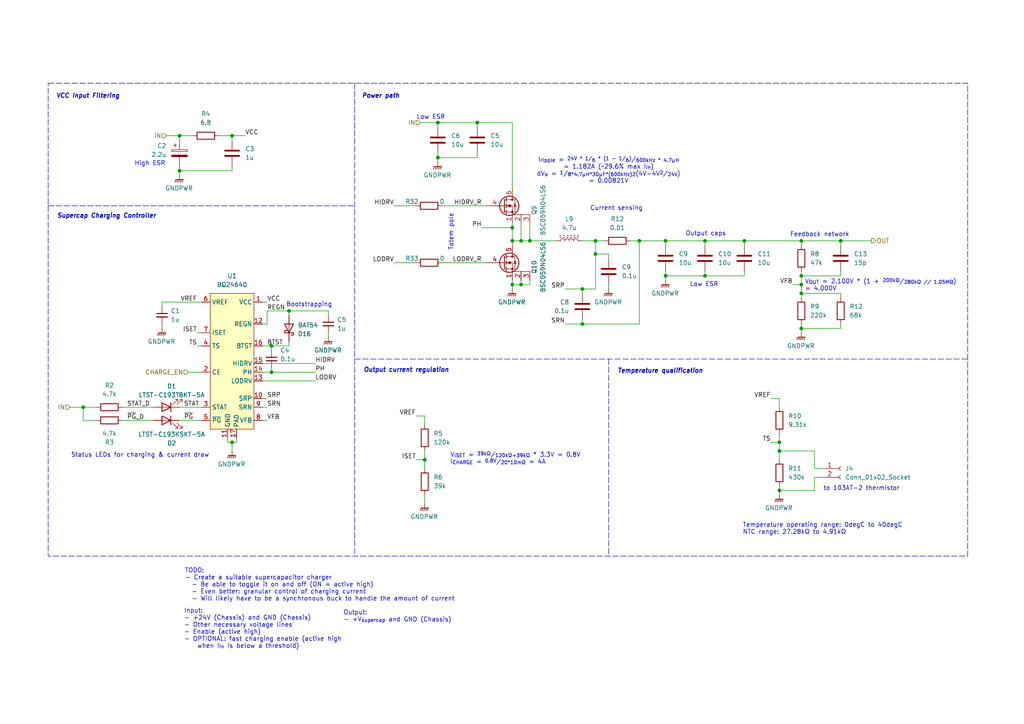
<source format=kicad_sch>
(kicad_sch
	(version 20250114)
	(generator "eeschema")
	(generator_version "9.0")
	(uuid "60e165af-a77a-46f5-a480-f277b75c5f0f")
	(paper "A4")
	(title_block
		(title "Supercapacitor Charger")
		(date "2025-05-14")
		(rev "2")
		(company "UT Robomaster")
		(comment 1 "Robomaster")
	)
	(lib_symbols
		(symbol "! Robomaster ICs:BQ24640"
			(exclude_from_sim no)
			(in_bom yes)
			(on_board yes)
			(property "Reference" "U"
				(at 0 32.004 0)
				(effects
					(font
						(size 1.27 1.27)
					)
				)
			)
			(property "Value" "BQ24640"
				(at 0 29.718 0)
				(effects
					(font
						(size 1.27 1.27)
					)
				)
			)
			(property "Footprint" "! Robomaster ICs:QFN50P350X350X100-17N-D"
				(at 0 0 0)
				(effects
					(font
						(size 1.27 1.27)
					)
					(hide yes)
				)
			)
			(property "Datasheet" "https://www.ti.com/lit/gpn/bq24640"
				(at 0 0 0)
				(effects
					(font
						(size 1.27 1.27)
					)
					(hide yes)
				)
			)
			(property "Description" "Standalone 1-8 cell Buck battery charge controller for super capacitor"
				(at 0 0 0)
				(effects
					(font
						(size 1.27 1.27)
					)
					(hide yes)
				)
			)
			(property "ki_keywords" "Buck converter charge controller super capacitor supercap"
				(at 0 0 0)
				(effects
					(font
						(size 1.27 1.27)
					)
					(hide yes)
				)
			)
			(symbol "BQ24640_1_1"
				(rectangle
					(start -6.35 27.94)
					(end 6.35 -11.43)
					(stroke
						(width 0)
						(type default)
					)
					(fill
						(type background)
					)
				)
				(pin passive line
					(at -8.89 25.4 0)
					(length 2.54)
					(name "VREF"
						(effects
							(font
								(size 1.27 1.27)
							)
						)
					)
					(number "6"
						(effects
							(font
								(size 1.27 1.27)
							)
						)
					)
				)
				(pin input line
					(at -8.89 16.51 0)
					(length 2.54)
					(name "ISET"
						(effects
							(font
								(size 1.27 1.27)
							)
						)
					)
					(number "7"
						(effects
							(font
								(size 1.27 1.27)
							)
						)
					)
				)
				(pin input line
					(at -8.89 12.7 0)
					(length 2.54)
					(name "TS"
						(effects
							(font
								(size 1.27 1.27)
							)
						)
					)
					(number "4"
						(effects
							(font
								(size 1.27 1.27)
							)
						)
					)
				)
				(pin input line
					(at -8.89 5.08 0)
					(length 2.54)
					(name "CE"
						(effects
							(font
								(size 1.27 1.27)
							)
						)
					)
					(number "2"
						(effects
							(font
								(size 1.27 1.27)
							)
						)
					)
				)
				(pin open_collector line
					(at -8.89 -5.08 0)
					(length 2.54)
					(name "STAT"
						(effects
							(font
								(size 1.27 1.27)
							)
						)
					)
					(number "3"
						(effects
							(font
								(size 1.27 1.27)
							)
						)
					)
				)
				(pin open_collector line
					(at -8.89 -8.89 0)
					(length 2.54)
					(name "~{PG}"
						(effects
							(font
								(size 1.27 1.27)
							)
						)
					)
					(number "5"
						(effects
							(font
								(size 1.27 1.27)
							)
						)
					)
				)
				(pin power_in line
					(at -1.27 -13.97 90)
					(length 2.54)
					(name "GND"
						(effects
							(font
								(size 1.27 1.27)
							)
						)
					)
					(number "11"
						(effects
							(font
								(size 1.27 1.27)
							)
						)
					)
				)
				(pin passive line
					(at 1.27 -13.97 90)
					(length 2.54)
					(name "PAD"
						(effects
							(font
								(size 1.27 1.27)
							)
						)
					)
					(number "17"
						(effects
							(font
								(size 1.27 1.27)
							)
						)
					)
				)
				(pin power_in line
					(at 8.89 25.4 180)
					(length 2.54)
					(name "VCC"
						(effects
							(font
								(size 1.27 1.27)
							)
						)
					)
					(number "1"
						(effects
							(font
								(size 1.27 1.27)
							)
						)
					)
				)
				(pin passive line
					(at 8.89 19.05 180)
					(length 2.54)
					(name "REGN"
						(effects
							(font
								(size 1.27 1.27)
							)
						)
					)
					(number "12"
						(effects
							(font
								(size 1.27 1.27)
							)
						)
					)
				)
				(pin passive line
					(at 8.89 12.7 180)
					(length 2.54)
					(name "BTST"
						(effects
							(font
								(size 1.27 1.27)
							)
						)
					)
					(number "16"
						(effects
							(font
								(size 1.27 1.27)
							)
						)
					)
				)
				(pin output line
					(at 8.89 7.62 180)
					(length 2.54)
					(name "HIDRV"
						(effects
							(font
								(size 1.27 1.27)
							)
						)
					)
					(number "15"
						(effects
							(font
								(size 1.27 1.27)
							)
						)
					)
				)
				(pin power_out line
					(at 8.89 5.08 180)
					(length 2.54)
					(name "PH"
						(effects
							(font
								(size 1.27 1.27)
							)
						)
					)
					(number "14"
						(effects
							(font
								(size 1.27 1.27)
							)
						)
					)
				)
				(pin output line
					(at 8.89 2.54 180)
					(length 2.54)
					(name "LODRV"
						(effects
							(font
								(size 1.27 1.27)
							)
						)
					)
					(number "13"
						(effects
							(font
								(size 1.27 1.27)
							)
						)
					)
				)
				(pin passive line
					(at 8.89 -2.54 180)
					(length 2.54)
					(name "SRP"
						(effects
							(font
								(size 1.27 1.27)
							)
						)
					)
					(number "10"
						(effects
							(font
								(size 1.27 1.27)
							)
						)
					)
				)
				(pin passive line
					(at 8.89 -5.08 180)
					(length 2.54)
					(name "SRN"
						(effects
							(font
								(size 1.27 1.27)
							)
						)
					)
					(number "9"
						(effects
							(font
								(size 1.27 1.27)
							)
						)
					)
				)
				(pin input line
					(at 8.89 -8.89 180)
					(length 2.54)
					(name "VFB"
						(effects
							(font
								(size 1.27 1.27)
							)
						)
					)
					(number "8"
						(effects
							(font
								(size 1.27 1.27)
							)
						)
					)
				)
			)
			(embedded_fonts no)
		)
		(symbol "Connector:Conn_01x02_Socket"
			(pin_names
				(offset 1.016)
				(hide yes)
			)
			(exclude_from_sim no)
			(in_bom yes)
			(on_board yes)
			(property "Reference" "J"
				(at 0 2.54 0)
				(effects
					(font
						(size 1.27 1.27)
					)
				)
			)
			(property "Value" "Conn_01x02_Socket"
				(at 0 -5.08 0)
				(effects
					(font
						(size 1.27 1.27)
					)
				)
			)
			(property "Footprint" ""
				(at 0 0 0)
				(effects
					(font
						(size 1.27 1.27)
					)
					(hide yes)
				)
			)
			(property "Datasheet" "~"
				(at 0 0 0)
				(effects
					(font
						(size 1.27 1.27)
					)
					(hide yes)
				)
			)
			(property "Description" "Generic connector, single row, 01x02, script generated"
				(at 0 0 0)
				(effects
					(font
						(size 1.27 1.27)
					)
					(hide yes)
				)
			)
			(property "ki_locked" ""
				(at 0 0 0)
				(effects
					(font
						(size 1.27 1.27)
					)
				)
			)
			(property "ki_keywords" "connector"
				(at 0 0 0)
				(effects
					(font
						(size 1.27 1.27)
					)
					(hide yes)
				)
			)
			(property "ki_fp_filters" "Connector*:*_1x??_*"
				(at 0 0 0)
				(effects
					(font
						(size 1.27 1.27)
					)
					(hide yes)
				)
			)
			(symbol "Conn_01x02_Socket_1_1"
				(polyline
					(pts
						(xy -1.27 0) (xy -0.508 0)
					)
					(stroke
						(width 0.1524)
						(type default)
					)
					(fill
						(type none)
					)
				)
				(polyline
					(pts
						(xy -1.27 -2.54) (xy -0.508 -2.54)
					)
					(stroke
						(width 0.1524)
						(type default)
					)
					(fill
						(type none)
					)
				)
				(arc
					(start 0 -0.508)
					(mid -0.5058 0)
					(end 0 0.508)
					(stroke
						(width 0.1524)
						(type default)
					)
					(fill
						(type none)
					)
				)
				(arc
					(start 0 -3.048)
					(mid -0.5058 -2.54)
					(end 0 -2.032)
					(stroke
						(width 0.1524)
						(type default)
					)
					(fill
						(type none)
					)
				)
				(pin passive line
					(at -5.08 0 0)
					(length 3.81)
					(name "Pin_1"
						(effects
							(font
								(size 1.27 1.27)
							)
						)
					)
					(number "1"
						(effects
							(font
								(size 1.27 1.27)
							)
						)
					)
				)
				(pin passive line
					(at -5.08 -2.54 0)
					(length 3.81)
					(name "Pin_2"
						(effects
							(font
								(size 1.27 1.27)
							)
						)
					)
					(number "2"
						(effects
							(font
								(size 1.27 1.27)
							)
						)
					)
				)
			)
			(embedded_fonts no)
		)
		(symbol "Device:C"
			(pin_numbers
				(hide yes)
			)
			(pin_names
				(offset 0.254)
			)
			(exclude_from_sim no)
			(in_bom yes)
			(on_board yes)
			(property "Reference" "C"
				(at 0.635 2.54 0)
				(effects
					(font
						(size 1.27 1.27)
					)
					(justify left)
				)
			)
			(property "Value" "C"
				(at 0.635 -2.54 0)
				(effects
					(font
						(size 1.27 1.27)
					)
					(justify left)
				)
			)
			(property "Footprint" ""
				(at 0.9652 -3.81 0)
				(effects
					(font
						(size 1.27 1.27)
					)
					(hide yes)
				)
			)
			(property "Datasheet" "~"
				(at 0 0 0)
				(effects
					(font
						(size 1.27 1.27)
					)
					(hide yes)
				)
			)
			(property "Description" "Unpolarized capacitor"
				(at 0 0 0)
				(effects
					(font
						(size 1.27 1.27)
					)
					(hide yes)
				)
			)
			(property "ki_keywords" "cap capacitor"
				(at 0 0 0)
				(effects
					(font
						(size 1.27 1.27)
					)
					(hide yes)
				)
			)
			(property "ki_fp_filters" "C_*"
				(at 0 0 0)
				(effects
					(font
						(size 1.27 1.27)
					)
					(hide yes)
				)
			)
			(symbol "C_0_1"
				(polyline
					(pts
						(xy -2.032 0.762) (xy 2.032 0.762)
					)
					(stroke
						(width 0.508)
						(type default)
					)
					(fill
						(type none)
					)
				)
				(polyline
					(pts
						(xy -2.032 -0.762) (xy 2.032 -0.762)
					)
					(stroke
						(width 0.508)
						(type default)
					)
					(fill
						(type none)
					)
				)
			)
			(symbol "C_1_1"
				(pin passive line
					(at 0 3.81 270)
					(length 2.794)
					(name "~"
						(effects
							(font
								(size 1.27 1.27)
							)
						)
					)
					(number "1"
						(effects
							(font
								(size 1.27 1.27)
							)
						)
					)
				)
				(pin passive line
					(at 0 -3.81 90)
					(length 2.794)
					(name "~"
						(effects
							(font
								(size 1.27 1.27)
							)
						)
					)
					(number "2"
						(effects
							(font
								(size 1.27 1.27)
							)
						)
					)
				)
			)
			(embedded_fonts no)
		)
		(symbol "Device:C_Polarized"
			(pin_numbers
				(hide yes)
			)
			(pin_names
				(offset 0.254)
			)
			(exclude_from_sim no)
			(in_bom yes)
			(on_board yes)
			(property "Reference" "C"
				(at 0.635 2.54 0)
				(effects
					(font
						(size 1.27 1.27)
					)
					(justify left)
				)
			)
			(property "Value" "C_Polarized"
				(at 0.635 -2.54 0)
				(effects
					(font
						(size 1.27 1.27)
					)
					(justify left)
				)
			)
			(property "Footprint" ""
				(at 0.9652 -3.81 0)
				(effects
					(font
						(size 1.27 1.27)
					)
					(hide yes)
				)
			)
			(property "Datasheet" "~"
				(at 0 0 0)
				(effects
					(font
						(size 1.27 1.27)
					)
					(hide yes)
				)
			)
			(property "Description" "Polarized capacitor"
				(at 0 0 0)
				(effects
					(font
						(size 1.27 1.27)
					)
					(hide yes)
				)
			)
			(property "ki_keywords" "cap capacitor"
				(at 0 0 0)
				(effects
					(font
						(size 1.27 1.27)
					)
					(hide yes)
				)
			)
			(property "ki_fp_filters" "CP_*"
				(at 0 0 0)
				(effects
					(font
						(size 1.27 1.27)
					)
					(hide yes)
				)
			)
			(symbol "C_Polarized_0_1"
				(rectangle
					(start -2.286 0.508)
					(end 2.286 1.016)
					(stroke
						(width 0)
						(type default)
					)
					(fill
						(type none)
					)
				)
				(polyline
					(pts
						(xy -1.778 2.286) (xy -0.762 2.286)
					)
					(stroke
						(width 0)
						(type default)
					)
					(fill
						(type none)
					)
				)
				(polyline
					(pts
						(xy -1.27 2.794) (xy -1.27 1.778)
					)
					(stroke
						(width 0)
						(type default)
					)
					(fill
						(type none)
					)
				)
				(rectangle
					(start 2.286 -0.508)
					(end -2.286 -1.016)
					(stroke
						(width 0)
						(type default)
					)
					(fill
						(type outline)
					)
				)
			)
			(symbol "C_Polarized_1_1"
				(pin passive line
					(at 0 3.81 270)
					(length 2.794)
					(name "~"
						(effects
							(font
								(size 1.27 1.27)
							)
						)
					)
					(number "1"
						(effects
							(font
								(size 1.27 1.27)
							)
						)
					)
				)
				(pin passive line
					(at 0 -3.81 90)
					(length 2.794)
					(name "~"
						(effects
							(font
								(size 1.27 1.27)
							)
						)
					)
					(number "2"
						(effects
							(font
								(size 1.27 1.27)
							)
						)
					)
				)
			)
			(embedded_fonts no)
		)
		(symbol "Device:C_Small"
			(pin_numbers
				(hide yes)
			)
			(pin_names
				(offset 0.254)
				(hide yes)
			)
			(exclude_from_sim no)
			(in_bom yes)
			(on_board yes)
			(property "Reference" "C"
				(at 0.254 1.778 0)
				(effects
					(font
						(size 1.27 1.27)
					)
					(justify left)
				)
			)
			(property "Value" "C_Small"
				(at 0.254 -2.032 0)
				(effects
					(font
						(size 1.27 1.27)
					)
					(justify left)
				)
			)
			(property "Footprint" ""
				(at 0 0 0)
				(effects
					(font
						(size 1.27 1.27)
					)
					(hide yes)
				)
			)
			(property "Datasheet" "~"
				(at 0 0 0)
				(effects
					(font
						(size 1.27 1.27)
					)
					(hide yes)
				)
			)
			(property "Description" "Unpolarized capacitor, small symbol"
				(at 0 0 0)
				(effects
					(font
						(size 1.27 1.27)
					)
					(hide yes)
				)
			)
			(property "ki_keywords" "capacitor cap"
				(at 0 0 0)
				(effects
					(font
						(size 1.27 1.27)
					)
					(hide yes)
				)
			)
			(property "ki_fp_filters" "C_*"
				(at 0 0 0)
				(effects
					(font
						(size 1.27 1.27)
					)
					(hide yes)
				)
			)
			(symbol "C_Small_0_1"
				(polyline
					(pts
						(xy -1.524 0.508) (xy 1.524 0.508)
					)
					(stroke
						(width 0.3048)
						(type default)
					)
					(fill
						(type none)
					)
				)
				(polyline
					(pts
						(xy -1.524 -0.508) (xy 1.524 -0.508)
					)
					(stroke
						(width 0.3302)
						(type default)
					)
					(fill
						(type none)
					)
				)
			)
			(symbol "C_Small_1_1"
				(pin passive line
					(at 0 2.54 270)
					(length 2.032)
					(name "~"
						(effects
							(font
								(size 1.27 1.27)
							)
						)
					)
					(number "1"
						(effects
							(font
								(size 1.27 1.27)
							)
						)
					)
				)
				(pin passive line
					(at 0 -2.54 90)
					(length 2.032)
					(name "~"
						(effects
							(font
								(size 1.27 1.27)
							)
						)
					)
					(number "2"
						(effects
							(font
								(size 1.27 1.27)
							)
						)
					)
				)
			)
			(embedded_fonts no)
		)
		(symbol "Device:D_Schottky"
			(pin_numbers
				(hide yes)
			)
			(pin_names
				(offset 1.016)
				(hide yes)
			)
			(exclude_from_sim no)
			(in_bom yes)
			(on_board yes)
			(property "Reference" "D6"
				(at -0.3175 6.35 0)
				(effects
					(font
						(size 1.27 1.27)
					)
				)
			)
			(property "Value" "BAT54"
				(at -0.3175 3.81 0)
				(effects
					(font
						(size 1.27 1.27)
					)
				)
			)
			(property "Footprint" "Package_TO_SOT_SMD:SOT-23_Handsoldering"
				(at 0 0 0)
				(effects
					(font
						(size 1.27 1.27)
					)
					(hide yes)
				)
			)
			(property "Datasheet" "https://www.mouser.com/datasheet/2/1057/BAT54_SERIES-1868856.pdf"
				(at 0 0 0)
				(effects
					(font
						(size 1.27 1.27)
					)
					(hide yes)
				)
			)
			(property "Description" "Schottky diode"
				(at 0 0 0)
				(effects
					(font
						(size 1.27 1.27)
					)
					(hide yes)
				)
			)
			(property "ki_keywords" "diode Schottky"
				(at 0 0 0)
				(effects
					(font
						(size 1.27 1.27)
					)
					(hide yes)
				)
			)
			(property "ki_fp_filters" "TO-???* *_Diode_* *SingleDiode* D_*"
				(at 0 0 0)
				(effects
					(font
						(size 1.27 1.27)
					)
					(hide yes)
				)
			)
			(symbol "D_Schottky_0_1"
				(polyline
					(pts
						(xy -1.905 0.635) (xy -1.905 1.27) (xy -1.27 1.27) (xy -1.27 -1.27) (xy -0.635 -1.27) (xy -0.635 -0.635)
					)
					(stroke
						(width 0.254)
						(type default)
					)
					(fill
						(type none)
					)
				)
				(polyline
					(pts
						(xy 1.27 1.27) (xy 1.27 -1.27) (xy -1.27 0) (xy 1.27 1.27)
					)
					(stroke
						(width 0.254)
						(type default)
					)
					(fill
						(type none)
					)
				)
				(polyline
					(pts
						(xy 1.27 0) (xy -1.27 0)
					)
					(stroke
						(width 0)
						(type default)
					)
					(fill
						(type none)
					)
				)
			)
			(symbol "D_Schottky_1_1"
				(pin passive line
					(at -3.81 0 0)
					(length 2.54)
					(name "K"
						(effects
							(font
								(size 1.27 1.27)
							)
						)
					)
					(number "3"
						(effects
							(font
								(size 1.27 1.27)
							)
						)
					)
				)
				(pin passive line
					(at 3.81 0 180)
					(length 2.54)
					(name "A"
						(effects
							(font
								(size 1.27 1.27)
							)
						)
					)
					(number "1"
						(effects
							(font
								(size 1.27 1.27)
							)
						)
					)
				)
			)
			(embedded_fonts no)
		)
		(symbol "Device:LED"
			(pin_numbers
				(hide yes)
			)
			(pin_names
				(offset 1.016)
				(hide yes)
			)
			(exclude_from_sim no)
			(in_bom yes)
			(on_board yes)
			(property "Reference" "D"
				(at 0 2.54 0)
				(effects
					(font
						(size 1.27 1.27)
					)
				)
			)
			(property "Value" "LED"
				(at 0 -2.54 0)
				(effects
					(font
						(size 1.27 1.27)
					)
				)
			)
			(property "Footprint" ""
				(at 0 0 0)
				(effects
					(font
						(size 1.27 1.27)
					)
					(hide yes)
				)
			)
			(property "Datasheet" "~"
				(at 0 0 0)
				(effects
					(font
						(size 1.27 1.27)
					)
					(hide yes)
				)
			)
			(property "Description" "Light emitting diode"
				(at 0 0 0)
				(effects
					(font
						(size 1.27 1.27)
					)
					(hide yes)
				)
			)
			(property "ki_keywords" "LED diode"
				(at 0 0 0)
				(effects
					(font
						(size 1.27 1.27)
					)
					(hide yes)
				)
			)
			(property "ki_fp_filters" "LED* LED_SMD:* LED_THT:*"
				(at 0 0 0)
				(effects
					(font
						(size 1.27 1.27)
					)
					(hide yes)
				)
			)
			(symbol "LED_0_1"
				(polyline
					(pts
						(xy -3.048 -0.762) (xy -4.572 -2.286) (xy -3.81 -2.286) (xy -4.572 -2.286) (xy -4.572 -1.524)
					)
					(stroke
						(width 0)
						(type default)
					)
					(fill
						(type none)
					)
				)
				(polyline
					(pts
						(xy -1.778 -0.762) (xy -3.302 -2.286) (xy -2.54 -2.286) (xy -3.302 -2.286) (xy -3.302 -1.524)
					)
					(stroke
						(width 0)
						(type default)
					)
					(fill
						(type none)
					)
				)
				(polyline
					(pts
						(xy -1.27 0) (xy 1.27 0)
					)
					(stroke
						(width 0)
						(type default)
					)
					(fill
						(type none)
					)
				)
				(polyline
					(pts
						(xy -1.27 -1.27) (xy -1.27 1.27)
					)
					(stroke
						(width 0.254)
						(type default)
					)
					(fill
						(type none)
					)
				)
				(polyline
					(pts
						(xy 1.27 -1.27) (xy 1.27 1.27) (xy -1.27 0) (xy 1.27 -1.27)
					)
					(stroke
						(width 0.254)
						(type default)
					)
					(fill
						(type none)
					)
				)
			)
			(symbol "LED_1_1"
				(pin passive line
					(at -3.81 0 0)
					(length 2.54)
					(name "K"
						(effects
							(font
								(size 1.27 1.27)
							)
						)
					)
					(number "1"
						(effects
							(font
								(size 1.27 1.27)
							)
						)
					)
				)
				(pin passive line
					(at 3.81 0 180)
					(length 2.54)
					(name "A"
						(effects
							(font
								(size 1.27 1.27)
							)
						)
					)
					(number "2"
						(effects
							(font
								(size 1.27 1.27)
							)
						)
					)
				)
			)
			(embedded_fonts no)
		)
		(symbol "Device:L_Ferrite"
			(pin_numbers
				(hide yes)
			)
			(pin_names
				(offset 1.016)
				(hide yes)
			)
			(exclude_from_sim no)
			(in_bom yes)
			(on_board yes)
			(property "Reference" "L"
				(at -1.27 0 90)
				(effects
					(font
						(size 1.27 1.27)
					)
				)
			)
			(property "Value" "L_Ferrite"
				(at 2.794 0 90)
				(effects
					(font
						(size 1.27 1.27)
					)
				)
			)
			(property "Footprint" ""
				(at 0 0 0)
				(effects
					(font
						(size 1.27 1.27)
					)
					(hide yes)
				)
			)
			(property "Datasheet" "~"
				(at 0 0 0)
				(effects
					(font
						(size 1.27 1.27)
					)
					(hide yes)
				)
			)
			(property "Description" "Inductor with ferrite core"
				(at 0 0 0)
				(effects
					(font
						(size 1.27 1.27)
					)
					(hide yes)
				)
			)
			(property "ki_keywords" "inductor choke coil reactor magnetic"
				(at 0 0 0)
				(effects
					(font
						(size 1.27 1.27)
					)
					(hide yes)
				)
			)
			(property "ki_fp_filters" "Choke_* *Coil* Inductor_* L_*"
				(at 0 0 0)
				(effects
					(font
						(size 1.27 1.27)
					)
					(hide yes)
				)
			)
			(symbol "L_Ferrite_0_1"
				(arc
					(start 0 2.54)
					(mid 0.6323 1.905)
					(end 0 1.27)
					(stroke
						(width 0)
						(type default)
					)
					(fill
						(type none)
					)
				)
				(arc
					(start 0 1.27)
					(mid 0.6323 0.635)
					(end 0 0)
					(stroke
						(width 0)
						(type default)
					)
					(fill
						(type none)
					)
				)
				(arc
					(start 0 0)
					(mid 0.6323 -0.635)
					(end 0 -1.27)
					(stroke
						(width 0)
						(type default)
					)
					(fill
						(type none)
					)
				)
				(arc
					(start 0 -1.27)
					(mid 0.6323 -1.905)
					(end 0 -2.54)
					(stroke
						(width 0)
						(type default)
					)
					(fill
						(type none)
					)
				)
				(polyline
					(pts
						(xy 1.016 2.286) (xy 1.016 2.794)
					)
					(stroke
						(width 0)
						(type default)
					)
					(fill
						(type none)
					)
				)
				(polyline
					(pts
						(xy 1.016 1.27) (xy 1.016 1.778)
					)
					(stroke
						(width 0)
						(type default)
					)
					(fill
						(type none)
					)
				)
				(polyline
					(pts
						(xy 1.016 0.254) (xy 1.016 0.762)
					)
					(stroke
						(width 0)
						(type default)
					)
					(fill
						(type none)
					)
				)
				(polyline
					(pts
						(xy 1.016 -0.762) (xy 1.016 -0.254)
					)
					(stroke
						(width 0)
						(type default)
					)
					(fill
						(type none)
					)
				)
				(polyline
					(pts
						(xy 1.016 -1.778) (xy 1.016 -1.27)
					)
					(stroke
						(width 0)
						(type default)
					)
					(fill
						(type none)
					)
				)
				(polyline
					(pts
						(xy 1.016 -2.794) (xy 1.016 -2.286)
					)
					(stroke
						(width 0)
						(type default)
					)
					(fill
						(type none)
					)
				)
				(polyline
					(pts
						(xy 1.524 2.794) (xy 1.524 2.286)
					)
					(stroke
						(width 0)
						(type default)
					)
					(fill
						(type none)
					)
				)
				(polyline
					(pts
						(xy 1.524 1.778) (xy 1.524 1.27)
					)
					(stroke
						(width 0)
						(type default)
					)
					(fill
						(type none)
					)
				)
				(polyline
					(pts
						(xy 1.524 0.762) (xy 1.524 0.254)
					)
					(stroke
						(width 0)
						(type default)
					)
					(fill
						(type none)
					)
				)
				(polyline
					(pts
						(xy 1.524 -0.254) (xy 1.524 -0.762)
					)
					(stroke
						(width 0)
						(type default)
					)
					(fill
						(type none)
					)
				)
				(polyline
					(pts
						(xy 1.524 -1.27) (xy 1.524 -1.778)
					)
					(stroke
						(width 0)
						(type default)
					)
					(fill
						(type none)
					)
				)
				(polyline
					(pts
						(xy 1.524 -2.286) (xy 1.524 -2.794)
					)
					(stroke
						(width 0)
						(type default)
					)
					(fill
						(type none)
					)
				)
			)
			(symbol "L_Ferrite_1_1"
				(pin passive line
					(at 0 3.81 270)
					(length 1.27)
					(name "1"
						(effects
							(font
								(size 1.27 1.27)
							)
						)
					)
					(number "1"
						(effects
							(font
								(size 1.27 1.27)
							)
						)
					)
				)
				(pin passive line
					(at 0 -3.81 90)
					(length 1.27)
					(name "2"
						(effects
							(font
								(size 1.27 1.27)
							)
						)
					)
					(number "2"
						(effects
							(font
								(size 1.27 1.27)
							)
						)
					)
				)
			)
			(embedded_fonts no)
		)
		(symbol "Device:R"
			(pin_numbers
				(hide yes)
			)
			(pin_names
				(offset 0)
			)
			(exclude_from_sim no)
			(in_bom yes)
			(on_board yes)
			(property "Reference" "R"
				(at 2.032 0 90)
				(effects
					(font
						(size 1.27 1.27)
					)
				)
			)
			(property "Value" "R"
				(at 0 0 90)
				(effects
					(font
						(size 1.27 1.27)
					)
				)
			)
			(property "Footprint" ""
				(at -1.778 0 90)
				(effects
					(font
						(size 1.27 1.27)
					)
					(hide yes)
				)
			)
			(property "Datasheet" "~"
				(at 0 0 0)
				(effects
					(font
						(size 1.27 1.27)
					)
					(hide yes)
				)
			)
			(property "Description" "Resistor"
				(at 0 0 0)
				(effects
					(font
						(size 1.27 1.27)
					)
					(hide yes)
				)
			)
			(property "ki_keywords" "R res resistor"
				(at 0 0 0)
				(effects
					(font
						(size 1.27 1.27)
					)
					(hide yes)
				)
			)
			(property "ki_fp_filters" "R_*"
				(at 0 0 0)
				(effects
					(font
						(size 1.27 1.27)
					)
					(hide yes)
				)
			)
			(symbol "R_0_1"
				(rectangle
					(start -1.016 -2.54)
					(end 1.016 2.54)
					(stroke
						(width 0.254)
						(type default)
					)
					(fill
						(type none)
					)
				)
			)
			(symbol "R_1_1"
				(pin passive line
					(at 0 3.81 270)
					(length 1.27)
					(name "~"
						(effects
							(font
								(size 1.27 1.27)
							)
						)
					)
					(number "1"
						(effects
							(font
								(size 1.27 1.27)
							)
						)
					)
				)
				(pin passive line
					(at 0 -3.81 90)
					(length 1.27)
					(name "~"
						(effects
							(font
								(size 1.27 1.27)
							)
						)
					)
					(number "2"
						(effects
							(font
								(size 1.27 1.27)
							)
						)
					)
				)
			)
			(embedded_fonts no)
		)
		(symbol "Transistor_FET:Q_NMOS_SGD"
			(pin_names
				(offset 0)
				(hide yes)
			)
			(exclude_from_sim no)
			(in_bom yes)
			(on_board yes)
			(property "Reference" "Q4"
				(at 6.35 1.2701 0)
				(effects
					(font
						(size 1.27 1.27)
					)
					(justify left)
				)
			)
			(property "Value" "BSC059N04LS6"
				(at 6.35 -1.2699 0)
				(effects
					(font
						(size 1.27 1.27)
					)
					(justify left)
				)
			)
			(property "Footprint" "Package_SON:Infineon_PG-TDSON-8_6.15x5.15mm"
				(at 5.08 2.54 0)
				(effects
					(font
						(size 1.27 1.27)
					)
					(hide yes)
				)
			)
			(property "Datasheet" "https://www.mouser.com/datasheet/2/196/Infineon_BSC059N04LS6_DataSheet_v02_01_EN-3360636.pdf"
				(at 0 0 0)
				(effects
					(font
						(size 1.27 1.27)
					)
					(hide yes)
				)
			)
			(property "Description" "N-MOSFET transistor, source/gate/drain"
				(at 0 0 0)
				(effects
					(font
						(size 1.27 1.27)
					)
					(hide yes)
				)
			)
			(property "Mouser Part Number" "726-BSC059N04LS6ATMA"
				(at 0 0 0)
				(effects
					(font
						(size 1.27 1.27)
					)
					(hide yes)
				)
			)
			(property "ki_keywords" "transistor NMOS N-MOS N-MOSFET"
				(at 0 0 0)
				(effects
					(font
						(size 1.27 1.27)
					)
					(hide yes)
				)
			)
			(symbol "Q_NMOS_SGD_0_1"
				(polyline
					(pts
						(xy 0.254 1.905) (xy 0.254 -1.905)
					)
					(stroke
						(width 0.254)
						(type default)
					)
					(fill
						(type none)
					)
				)
				(polyline
					(pts
						(xy 0.254 0) (xy -2.54 0)
					)
					(stroke
						(width 0)
						(type default)
					)
					(fill
						(type none)
					)
				)
				(polyline
					(pts
						(xy 0.762 2.286) (xy 0.762 1.27)
					)
					(stroke
						(width 0.254)
						(type default)
					)
					(fill
						(type none)
					)
				)
				(polyline
					(pts
						(xy 0.762 0.508) (xy 0.762 -0.508)
					)
					(stroke
						(width 0.254)
						(type default)
					)
					(fill
						(type none)
					)
				)
				(polyline
					(pts
						(xy 0.762 -1.27) (xy 0.762 -2.286)
					)
					(stroke
						(width 0.254)
						(type default)
					)
					(fill
						(type none)
					)
				)
				(polyline
					(pts
						(xy 0.762 -1.778) (xy 3.302 -1.778) (xy 3.302 1.778) (xy 0.762 1.778)
					)
					(stroke
						(width 0)
						(type default)
					)
					(fill
						(type none)
					)
				)
				(polyline
					(pts
						(xy 1.016 0) (xy 2.032 0.381) (xy 2.032 -0.381) (xy 1.016 0)
					)
					(stroke
						(width 0)
						(type default)
					)
					(fill
						(type outline)
					)
				)
				(circle
					(center 1.651 0)
					(radius 2.794)
					(stroke
						(width 0.254)
						(type default)
					)
					(fill
						(type none)
					)
				)
				(polyline
					(pts
						(xy 2.54 2.54) (xy 2.54 1.778)
					)
					(stroke
						(width 0)
						(type default)
					)
					(fill
						(type none)
					)
				)
				(circle
					(center 2.54 1.778)
					(radius 0.254)
					(stroke
						(width 0)
						(type default)
					)
					(fill
						(type outline)
					)
				)
				(circle
					(center 2.54 -1.778)
					(radius 0.254)
					(stroke
						(width 0)
						(type default)
					)
					(fill
						(type outline)
					)
				)
				(polyline
					(pts
						(xy 2.54 -2.54) (xy 2.54 0) (xy 0.762 0)
					)
					(stroke
						(width 0)
						(type default)
					)
					(fill
						(type none)
					)
				)
				(polyline
					(pts
						(xy 2.921 0.381) (xy 3.683 0.381)
					)
					(stroke
						(width 0)
						(type default)
					)
					(fill
						(type none)
					)
				)
				(polyline
					(pts
						(xy 3.302 0.381) (xy 2.921 -0.254) (xy 3.683 -0.254) (xy 3.302 0.381)
					)
					(stroke
						(width 0)
						(type default)
					)
					(fill
						(type none)
					)
				)
				(polyline
					(pts
						(xy 7.62 -2.54) (xy 2.54 -2.54)
					)
					(stroke
						(width 0)
						(type default)
					)
					(fill
						(type none)
					)
				)
			)
			(symbol "Q_NMOS_SGD_1_1"
				(pin input line
					(at -5.08 0 0)
					(length 5.08)
					(name "G"
						(effects
							(font
								(size 1.27 1.27)
							)
						)
					)
					(number "4"
						(effects
							(font
								(size 1.27 1.27)
							)
						)
					)
				)
				(pin passive line
					(at 2.54 5.08 270)
					(length 2.54)
					(name "D"
						(effects
							(font
								(size 1.27 1.27)
							)
						)
					)
					(number "5"
						(effects
							(font
								(size 1.27 1.27)
							)
						)
					)
				)
				(pin passive line
					(at 2.54 -5.08 90)
					(length 2.54)
					(name "S"
						(effects
							(font
								(size 1.27 1.27)
							)
						)
					)
					(number "1"
						(effects
							(font
								(size 1.27 1.27)
							)
						)
					)
				)
				(pin passive line
					(at 5.08 -5.08 90)
					(length 2.54)
					(name "S"
						(effects
							(font
								(size 1.27 1.27)
							)
						)
					)
					(number "2"
						(effects
							(font
								(size 1.27 1.27)
							)
						)
					)
				)
				(pin passive line
					(at 7.62 -5.08 90)
					(length 2.54)
					(name "S"
						(effects
							(font
								(size 1.27 1.27)
							)
						)
					)
					(number "3"
						(effects
							(font
								(size 1.27 1.27)
							)
						)
					)
				)
			)
			(embedded_fonts no)
		)
		(symbol "power:GNDPWR"
			(power)
			(pin_numbers
				(hide yes)
			)
			(pin_names
				(offset 0)
				(hide yes)
			)
			(exclude_from_sim no)
			(in_bom yes)
			(on_board yes)
			(property "Reference" "#PWR"
				(at 0 -5.08 0)
				(effects
					(font
						(size 1.27 1.27)
					)
					(hide yes)
				)
			)
			(property "Value" "GNDPWR"
				(at 0 -3.302 0)
				(effects
					(font
						(size 1.27 1.27)
					)
				)
			)
			(property "Footprint" ""
				(at 0 -1.27 0)
				(effects
					(font
						(size 1.27 1.27)
					)
					(hide yes)
				)
			)
			(property "Datasheet" ""
				(at 0 -1.27 0)
				(effects
					(font
						(size 1.27 1.27)
					)
					(hide yes)
				)
			)
			(property "Description" "Power symbol creates a global label with name \"GNDPWR\" , global ground"
				(at 0 0 0)
				(effects
					(font
						(size 1.27 1.27)
					)
					(hide yes)
				)
			)
			(property "ki_keywords" "global ground"
				(at 0 0 0)
				(effects
					(font
						(size 1.27 1.27)
					)
					(hide yes)
				)
			)
			(symbol "GNDPWR_0_1"
				(polyline
					(pts
						(xy -1.016 -1.27) (xy -1.27 -2.032) (xy -1.27 -2.032)
					)
					(stroke
						(width 0.2032)
						(type default)
					)
					(fill
						(type none)
					)
				)
				(polyline
					(pts
						(xy -0.508 -1.27) (xy -0.762 -2.032) (xy -0.762 -2.032)
					)
					(stroke
						(width 0.2032)
						(type default)
					)
					(fill
						(type none)
					)
				)
				(polyline
					(pts
						(xy 0 -1.27) (xy 0 0)
					)
					(stroke
						(width 0)
						(type default)
					)
					(fill
						(type none)
					)
				)
				(polyline
					(pts
						(xy 0 -1.27) (xy -0.254 -2.032) (xy -0.254 -2.032)
					)
					(stroke
						(width 0.2032)
						(type default)
					)
					(fill
						(type none)
					)
				)
				(polyline
					(pts
						(xy 0.508 -1.27) (xy 0.254 -2.032) (xy 0.254 -2.032)
					)
					(stroke
						(width 0.2032)
						(type default)
					)
					(fill
						(type none)
					)
				)
				(polyline
					(pts
						(xy 1.016 -1.27) (xy -1.016 -1.27) (xy -1.016 -1.27)
					)
					(stroke
						(width 0.2032)
						(type default)
					)
					(fill
						(type none)
					)
				)
				(polyline
					(pts
						(xy 1.016 -1.27) (xy 0.762 -2.032) (xy 0.762 -2.032) (xy 0.762 -2.032)
					)
					(stroke
						(width 0.2032)
						(type default)
					)
					(fill
						(type none)
					)
				)
			)
			(symbol "GNDPWR_1_1"
				(pin power_in line
					(at 0 0 270)
					(length 0)
					(name "~"
						(effects
							(font
								(size 1.27 1.27)
							)
						)
					)
					(number "1"
						(effects
							(font
								(size 1.27 1.27)
							)
						)
					)
				)
			)
			(embedded_fonts no)
		)
	)
	(rectangle
		(start 13.97 24.13)
		(end 280.67 161.29)
		(stroke
			(width 0)
			(type dash)
		)
		(fill
			(type none)
		)
		(uuid 2295e0c1-ebdc-44c8-a795-c334c38aab0f)
	)
	(text "Current sensing"
		(exclude_from_sim no)
		(at 178.816 61.214 0)
		(effects
			(font
				(size 1.27 1.27)
			)
			(justify bottom)
		)
		(uuid "090a8345-8d3d-439c-8180-6ae714cefbe6")
	)
	(text "Totem pole"
		(exclude_from_sim no)
		(at 131.572 67.31 90)
		(effects
			(font
				(size 1.27 1.27)
			)
			(justify bottom)
		)
		(uuid "12a41990-bd36-4bef-af33-6619e61d764d")
	)
	(text "to 103AT-2 thermistor"
		(exclude_from_sim no)
		(at 238.76 140.97 0)
		(effects
			(font
				(size 1.27 1.27)
			)
			(justify left top)
		)
		(uuid "44ad5e2f-33b8-442a-bb64-d5d07971f32f")
	)
	(text "TODO:\n- Create a suitable supercapacitor charger\n  - Be able to toggle it on and off (ON = active high)\n  - Even better: granular control of charging current\n  - Will likely have to be a synchronous buck to handle the amount of current"
		(exclude_from_sim no)
		(at 53.594 164.846 0)
		(effects
			(font
				(size 1.27 1.27)
			)
			(justify left top)
		)
		(uuid "4750d404-55b4-45a0-ae93-4881d3f75452")
	)
	(text "Status LEDs for charging & current draw"
		(exclude_from_sim no)
		(at 40.64 131.318 0)
		(effects
			(font
				(size 1.27 1.27)
			)
			(justify top)
		)
		(uuid "551d1203-c1ee-4c5e-8048-84274fe1f919")
	)
	(text "Low ESR"
		(exclude_from_sim no)
		(at 124.968 34.798 0)
		(effects
			(font
				(size 1.27 1.27)
			)
			(justify bottom)
		)
		(uuid "5db741d8-40d9-4057-81ae-29026e3025a4")
	)
	(text "Low ESR"
		(exclude_from_sim no)
		(at 204.216 83.312 0)
		(effects
			(font
				(size 1.27 1.27)
			)
			(justify bottom)
		)
		(uuid "6867decb-7a52-480e-9ec1-b134c011083f")
	)
	(text "V_{OUT} = 2.100V * (1 + ^{200kΩ}/_{280kΩ // 1.05MΩ})\n= 4.000V"
		(exclude_from_sim no)
		(at 233.426 82.804 0)
		(effects
			(font
				(size 1.27 1.27)
			)
			(justify left)
		)
		(uuid "6c1bf451-8874-484a-9558-fb8e77c79eee")
	)
	(text "Temperature qualification"
		(exclude_from_sim no)
		(at 179.07 106.934 0)
		(effects
			(font
				(size 1.27 1.27)
				(thickness 0.254)
				(bold yes)
				(italic yes)
			)
			(justify left top)
		)
		(uuid "76188acb-396f-4106-b6dd-d6ad3cf43299")
	)
	(text "I_{ripple} = ^{24V * ^{1}/_{6} * (1 - ^{1}/_{6})}/_{600kHz * 4.7µH}\n= 1.182A (~29.6% max I_{in})\ndV_{o} = ^{1}/_{8*4.7µH*30µF*(600kHz)^{2}}(4V-4V^{2}/_{24V})\n= 0.00821V"
		(exclude_from_sim no)
		(at 176.53 49.53 0)
		(effects
			(font
				(size 1.27 1.27)
			)
		)
		(uuid "83a6b72d-d0f1-4cd7-a8e3-298c489fa04f")
	)
	(text "Output caps"
		(exclude_from_sim no)
		(at 204.724 68.58 0)
		(effects
			(font
				(size 1.27 1.27)
			)
			(justify bottom)
		)
		(uuid "8c781603-69f7-4025-a5b1-8d5f90d16e38")
	)
	(text "Bootstrapping"
		(exclude_from_sim no)
		(at 89.662 89.154 0)
		(effects
			(font
				(size 1.27 1.27)
			)
			(justify bottom)
		)
		(uuid "8dd542eb-ea74-4d95-b9ba-b5bbf34af644")
	)
	(text "V_{ISET} = ^{39kΩ}/_{120kΩ+39kΩ} * 3.3V = 0.8V\nI_{CHARGE} = ^{0.8V}/_{20*10mΩ} = 4A"
		(exclude_from_sim no)
		(at 130.556 131.318 0)
		(effects
			(font
				(size 1.27 1.27)
			)
			(justify left top)
		)
		(uuid "94a8024a-2b18-4586-82ce-01913e5cfea0")
	)
	(text "Input:\n- +24V (Chassis) and GND (Chassis)\n- Other necessary voltage lines\n- Enable (active high)\n- OPTIONAL: fast charging enable (active high \n    when I_{in} is below a threshold)"
		(exclude_from_sim no)
		(at 53.34 176.53 0)
		(effects
			(font
				(size 1.27 1.27)
			)
			(justify left top)
		)
		(uuid "aa4862fa-7829-478d-871b-da92d8467891")
	)
	(text "High ESR"
		(exclude_from_sim no)
		(at 48.006 46.736 0)
		(effects
			(font
				(size 1.27 1.27)
			)
			(justify right top)
		)
		(uuid "bd0fe706-c5ae-46be-b2d9-8bc73df6ffbd")
	)
	(text "Feedback network"
		(exclude_from_sim no)
		(at 237.744 68.834 0)
		(effects
			(font
				(size 1.27 1.27)
			)
			(justify bottom)
		)
		(uuid "c3c9bc6e-d3d3-4d1e-99ff-d8220a2cc021")
	)
	(text "Output:\n- +V_{supercap} and GND (Chassis)"
		(exclude_from_sim no)
		(at 99.568 177.038 0)
		(effects
			(font
				(size 1.27 1.27)
			)
			(justify left top)
		)
		(uuid "c66c9c4f-9f45-4397-8961-c7f51323bfa2")
	)
	(text "Power path"
		(exclude_from_sim no)
		(at 104.902 27.178 0)
		(effects
			(font
				(size 1.27 1.27)
				(thickness 0.254)
				(bold yes)
				(italic yes)
			)
			(justify left top)
		)
		(uuid "cbb8d899-0319-4c6d-9bc2-cf0926a44eae")
	)
	(text "Supercap Charging Controller"
		(exclude_from_sim no)
		(at 16.51 61.976 0)
		(effects
			(font
				(size 1.27 1.27)
				(thickness 0.254)
				(bold yes)
				(italic yes)
			)
			(justify left top)
		)
		(uuid "d5113c06-5671-49f0-904e-307e297f3417")
	)
	(text "VCC Input Filtering"
		(exclude_from_sim no)
		(at 16.256 27.178 0)
		(effects
			(font
				(size 1.27 1.27)
				(thickness 0.254)
				(bold yes)
				(italic yes)
			)
			(justify left top)
		)
		(uuid "e8733b61-7472-4b8f-a9ad-a51a55f3a19a")
	)
	(text "Temperature operating range: 0degC to 40degC\nNTC range: 27.28kΩ to 4.91kΩ"
		(exclude_from_sim no)
		(at 215.392 151.638 0)
		(effects
			(font
				(size 1.27 1.27)
			)
			(justify left top)
		)
		(uuid "f1a2d7e6-639f-478b-85dd-d0cc8673183e")
	)
	(text "Output current regulation"
		(exclude_from_sim no)
		(at 105.41 106.68 0)
		(effects
			(font
				(size 1.27 1.27)
				(thickness 0.254)
				(bold yes)
				(italic yes)
			)
			(justify left top)
		)
		(uuid "faf9e467-8041-4aa6-a5a7-b2288d0d37b0")
	)
	(junction
		(at 52.07 39.37)
		(diameter 0)
		(color 0 0 0 0)
		(uuid "082b6c89-c2bd-4882-8c13-371acb19a214")
	)
	(junction
		(at 215.9 69.85)
		(diameter 0)
		(color 0 0 0 0)
		(uuid "0b85cf63-36fd-48a5-9812-cdf30b7d5ff0")
	)
	(junction
		(at 232.41 95.25)
		(diameter 0)
		(color 0 0 0 0)
		(uuid "0c7a24d0-9386-4772-bbd9-c17daf34c259")
	)
	(junction
		(at 123.19 133.35)
		(diameter 0)
		(color 0 0 0 0)
		(uuid "0d786bcb-a0a0-430d-9bd8-02aadc3eb126")
	)
	(junction
		(at 168.91 83.82)
		(diameter 0)
		(color 0 0 0 0)
		(uuid "16522dfc-3869-4c23-a0c3-a37bea91c4d4")
	)
	(junction
		(at 153.67 69.85)
		(diameter 0)
		(color 0 0 0 0)
		(uuid "24183719-6343-4bd7-ba84-47aada6de7d3")
	)
	(junction
		(at 232.41 80.01)
		(diameter 0)
		(color 0 0 0 0)
		(uuid "27516563-e9fa-45e2-b263-c0c94e96cb13")
	)
	(junction
		(at 151.13 69.85)
		(diameter 0)
		(color 0 0 0 0)
		(uuid "2874cb7b-9198-4c46-93ec-0e5b9c32dbed")
	)
	(junction
		(at 232.41 85.09)
		(diameter 0)
		(color 0 0 0 0)
		(uuid "36e38ea1-9107-498e-85ee-42bcb3d60889")
	)
	(junction
		(at 193.04 69.85)
		(diameter 0)
		(color 0 0 0 0)
		(uuid "409df273-e953-4677-ac6b-4474239565a0")
	)
	(junction
		(at 172.72 69.85)
		(diameter 0)
		(color 0 0 0 0)
		(uuid "421d85e6-b3e7-4035-be0f-45343d9e2f15")
	)
	(junction
		(at 24.13 118.11)
		(diameter 0)
		(color 0 0 0 0)
		(uuid "4b652f2a-2fb9-4828-99c4-9be5efe5fafe")
	)
	(junction
		(at 232.41 82.55)
		(diameter 0)
		(color 0 0 0 0)
		(uuid "541fdf49-d23b-4511-913d-2b415a7f7f8c")
	)
	(junction
		(at 67.31 128.27)
		(diameter 0)
		(color 0 0 0 0)
		(uuid "5923311c-a5f2-49f9-ab21-d0f2e309f13a")
	)
	(junction
		(at 204.47 80.01)
		(diameter 0)
		(color 0 0 0 0)
		(uuid "5c90bd9f-cd78-4295-ab58-08f38f799841")
	)
	(junction
		(at 226.06 142.24)
		(diameter 0)
		(color 0 0 0 0)
		(uuid "633ec0ae-7b57-49de-bf2b-79972947fbe2")
	)
	(junction
		(at 226.06 128.27)
		(diameter 0)
		(color 0 0 0 0)
		(uuid "6af3ca41-957f-4e65-94a1-882b9d006a0b")
	)
	(junction
		(at 67.31 39.37)
		(diameter 0)
		(color 0 0 0 0)
		(uuid "6b3e8019-cf94-4b30-96d3-d6cce53e71df")
	)
	(junction
		(at 232.41 69.85)
		(diameter 0)
		(color 0 0 0 0)
		(uuid "6bbfa851-8845-437d-b087-07fb2a994274")
	)
	(junction
		(at 172.72 73.66)
		(diameter 0)
		(color 0 0 0 0)
		(uuid "71d8e01d-1849-4b2c-98c0-dc8d46069b22")
	)
	(junction
		(at 83.82 90.17)
		(diameter 0)
		(color 0 0 0 0)
		(uuid "7ec47923-ca5f-419f-84a5-a83fd5a56be2")
	)
	(junction
		(at 52.07 49.53)
		(diameter 0)
		(color 0 0 0 0)
		(uuid "80302349-0171-440f-93b3-d9b9455592a5")
	)
	(junction
		(at 78.74 107.95)
		(diameter 0)
		(color 0 0 0 0)
		(uuid "8acfab48-44df-4eb6-89ad-b2f810ad2c7b")
	)
	(junction
		(at 204.47 69.85)
		(diameter 0)
		(color 0 0 0 0)
		(uuid "8af26e13-895e-42fa-8152-974c0f3768c4")
	)
	(junction
		(at 138.43 35.56)
		(diameter 0)
		(color 0 0 0 0)
		(uuid "8f879886-1524-4abd-b4c9-76c6af7d0cd9")
	)
	(junction
		(at 127 35.56)
		(diameter 0)
		(color 0 0 0 0)
		(uuid "9872f8e1-de7c-4542-bf6b-0c2c70a0c25f")
	)
	(junction
		(at 78.74 100.33)
		(diameter 0)
		(color 0 0 0 0)
		(uuid "a09fc7c4-de04-4428-8fba-21b3c8b7f592")
	)
	(junction
		(at 193.04 80.01)
		(diameter 0)
		(color 0 0 0 0)
		(uuid "a487007f-bf0e-43f8-800b-545f7dca2746")
	)
	(junction
		(at 148.59 82.55)
		(diameter 0)
		(color 0 0 0 0)
		(uuid "a55fc5a3-f9fe-4e4b-9f3c-4407c601922e")
	)
	(junction
		(at 151.13 82.55)
		(diameter 0)
		(color 0 0 0 0)
		(uuid "a866f002-4c19-4df0-9586-c3e8c318ac61")
	)
	(junction
		(at 148.59 66.04)
		(diameter 0)
		(color 0 0 0 0)
		(uuid "bc79f2b7-0719-49a2-befa-88de8bfe13ed")
	)
	(junction
		(at 226.06 130.81)
		(diameter 0)
		(color 0 0 0 0)
		(uuid "c7e7159a-b091-4a68-9ffb-017647c05bce")
	)
	(junction
		(at 185.42 69.85)
		(diameter 0)
		(color 0 0 0 0)
		(uuid "d67a1261-66d7-44b9-8787-89a4bdecc651")
	)
	(junction
		(at 168.91 93.98)
		(diameter 0)
		(color 0 0 0 0)
		(uuid "da3c54c8-ad36-4c13-ba63-bd1fea4d598b")
	)
	(junction
		(at 127 45.72)
		(diameter 0)
		(color 0 0 0 0)
		(uuid "ea796769-4990-4d0c-9595-35ab38c1e1e9")
	)
	(junction
		(at 148.59 69.85)
		(diameter 0)
		(color 0 0 0 0)
		(uuid "ee2e7305-f64d-45ae-866b-06bac16cb513")
	)
	(junction
		(at 243.84 69.85)
		(diameter 0)
		(color 0 0 0 0)
		(uuid "f865902f-e72c-432c-9dfb-c929ba101f83")
	)
	(wire
		(pts
			(xy 226.06 133.35) (xy 226.06 130.81)
		)
		(stroke
			(width 0)
			(type default)
		)
		(uuid "008bd0fb-9400-4991-bfa3-827e75e2bc3d")
	)
	(wire
		(pts
			(xy 243.84 69.85) (xy 243.84 71.12)
		)
		(stroke
			(width 0)
			(type default)
		)
		(uuid "009c5c4b-d1d9-4231-9e99-058b1561b93f")
	)
	(wire
		(pts
			(xy 48.26 39.37) (xy 52.07 39.37)
		)
		(stroke
			(width 0)
			(type default)
		)
		(uuid "026e676d-62eb-4986-9bd3-ce57a51681c6")
	)
	(wire
		(pts
			(xy 46.99 93.98) (xy 46.99 95.25)
		)
		(stroke
			(width 0)
			(type default)
		)
		(uuid "047064a7-034a-4a0b-ad79-08c0dd83c0be")
	)
	(wire
		(pts
			(xy 127 35.56) (xy 127 36.83)
		)
		(stroke
			(width 0)
			(type default)
		)
		(uuid "055d956d-aa4f-41a4-998e-428eaf312a55")
	)
	(wire
		(pts
			(xy 153.67 69.85) (xy 161.29 69.85)
		)
		(stroke
			(width 0)
			(type default)
		)
		(uuid "05db51ff-2386-47b9-b3cc-d28a3ed06247")
	)
	(wire
		(pts
			(xy 78.74 100.33) (xy 76.2 100.33)
		)
		(stroke
			(width 0)
			(type default)
		)
		(uuid "06271fdd-8abe-4a76-8c63-4c9999f57938")
	)
	(wire
		(pts
			(xy 139.7 66.04) (xy 148.59 66.04)
		)
		(stroke
			(width 0)
			(type default)
		)
		(uuid "07d1c253-23ee-4dd6-9009-a42d3867a6e3")
	)
	(wire
		(pts
			(xy 148.59 81.28) (xy 148.59 82.55)
		)
		(stroke
			(width 0)
			(type default)
		)
		(uuid "0943e6c2-a070-40c7-9201-a9f62e30a61f")
	)
	(wire
		(pts
			(xy 204.47 69.85) (xy 204.47 71.12)
		)
		(stroke
			(width 0)
			(type default)
		)
		(uuid "0dac1d82-cb4c-4c73-83fa-caddbecb7dc4")
	)
	(wire
		(pts
			(xy 35.56 118.11) (xy 44.45 118.11)
		)
		(stroke
			(width 0)
			(type default)
		)
		(uuid "0db002b1-fcd4-4f51-97f3-41602c1a5de3")
	)
	(wire
		(pts
			(xy 67.31 48.26) (xy 67.31 49.53)
		)
		(stroke
			(width 0)
			(type default)
		)
		(uuid "0e0259ef-a06c-48bc-b7ca-9d1da518cc5f")
	)
	(wire
		(pts
			(xy 83.82 90.17) (xy 83.82 91.44)
		)
		(stroke
			(width 0)
			(type default)
		)
		(uuid "0eacbe5f-4a97-4ead-8bbc-46be2d3537f4")
	)
	(wire
		(pts
			(xy 138.43 36.83) (xy 138.43 35.56)
		)
		(stroke
			(width 0)
			(type default)
		)
		(uuid "102fd585-3b06-4861-b3e7-76008efe1296")
	)
	(wire
		(pts
			(xy 57.15 96.52) (xy 58.42 96.52)
		)
		(stroke
			(width 0)
			(type default)
		)
		(uuid "108dc8d7-d44c-4d10-a297-85723f34fe03")
	)
	(wire
		(pts
			(xy 226.06 143.51) (xy 226.06 142.24)
		)
		(stroke
			(width 0)
			(type default)
		)
		(uuid "1370e29a-153d-4086-ade5-a167cc5417e6")
	)
	(wire
		(pts
			(xy 83.82 99.06) (xy 83.82 100.33)
		)
		(stroke
			(width 0)
			(type default)
		)
		(uuid "14202070-384e-472d-8eab-e90c958c8e37")
	)
	(wire
		(pts
			(xy 168.91 83.82) (xy 172.72 83.82)
		)
		(stroke
			(width 0)
			(type default)
		)
		(uuid "17a47c6e-6e24-44c5-b7ee-aab780d10ff1")
	)
	(wire
		(pts
			(xy 236.22 138.43) (xy 236.22 142.24)
		)
		(stroke
			(width 0)
			(type default)
		)
		(uuid "1808b0a0-f1a9-4887-99ee-fcf8c8284043")
	)
	(polyline
		(pts
			(xy 102.87 24.13) (xy 102.87 161.29)
		)
		(stroke
			(width 0)
			(type dash)
		)
		(uuid "180d9bd2-e392-46ee-9950-c67e6410b4d5")
	)
	(wire
		(pts
			(xy 238.76 135.89) (xy 236.22 135.89)
		)
		(stroke
			(width 0)
			(type default)
		)
		(uuid "18563cee-eacd-417a-a4a8-f90ac77e0207")
	)
	(wire
		(pts
			(xy 148.59 69.85) (xy 151.13 69.85)
		)
		(stroke
			(width 0)
			(type default)
		)
		(uuid "1a1c8dc3-ed2b-4484-9f1b-8c3817fc4a1d")
	)
	(wire
		(pts
			(xy 78.74 107.95) (xy 91.44 107.95)
		)
		(stroke
			(width 0)
			(type default)
		)
		(uuid "1b3a0dc6-fe56-4c8e-9d9c-3e7f3db117c2")
	)
	(wire
		(pts
			(xy 232.41 82.55) (xy 232.41 85.09)
		)
		(stroke
			(width 0)
			(type default)
		)
		(uuid "1f8427b1-feb0-45d7-92e4-37d901eafe0a")
	)
	(wire
		(pts
			(xy 123.19 120.65) (xy 120.65 120.65)
		)
		(stroke
			(width 0)
			(type default)
		)
		(uuid "2064c0ed-b296-4e20-8952-d0652f92493b")
	)
	(wire
		(pts
			(xy 52.07 39.37) (xy 55.88 39.37)
		)
		(stroke
			(width 0)
			(type default)
		)
		(uuid "21cea1e5-532a-4a79-8857-7616d69f21a6")
	)
	(wire
		(pts
			(xy 232.41 69.85) (xy 243.84 69.85)
		)
		(stroke
			(width 0)
			(type default)
		)
		(uuid "23ef1865-9a6d-48d2-8253-4db530bb7ee0")
	)
	(wire
		(pts
			(xy 243.84 78.74) (xy 243.84 80.01)
		)
		(stroke
			(width 0)
			(type default)
		)
		(uuid "2a7c6993-522b-4476-b8d5-dbceb7f4ef00")
	)
	(wire
		(pts
			(xy 78.74 100.33) (xy 78.74 101.6)
		)
		(stroke
			(width 0)
			(type default)
		)
		(uuid "2d711075-a99c-477f-a8b5-7cdd77bbcebd")
	)
	(wire
		(pts
			(xy 151.13 82.55) (xy 148.59 82.55)
		)
		(stroke
			(width 0)
			(type default)
		)
		(uuid "2f6eda0a-f94e-4a23-8691-6bccf2bc3db5")
	)
	(wire
		(pts
			(xy 77.47 115.57) (xy 76.2 115.57)
		)
		(stroke
			(width 0)
			(type default)
		)
		(uuid "345ac4db-d641-446a-9498-31dae7390f6b")
	)
	(wire
		(pts
			(xy 24.13 118.11) (xy 27.94 118.11)
		)
		(stroke
			(width 0)
			(type default)
		)
		(uuid "3afc1607-1ee9-4af3-bc6d-076d30a23347")
	)
	(wire
		(pts
			(xy 193.04 78.74) (xy 193.04 80.01)
		)
		(stroke
			(width 0)
			(type default)
		)
		(uuid "3b5d317c-30a1-4664-bf1f-a0655db5d025")
	)
	(wire
		(pts
			(xy 232.41 85.09) (xy 232.41 86.36)
		)
		(stroke
			(width 0)
			(type default)
		)
		(uuid "3bc2a0b7-eff6-4eeb-aa5e-b7b99cc17535")
	)
	(wire
		(pts
			(xy 153.67 64.77) (xy 153.67 69.85)
		)
		(stroke
			(width 0)
			(type default)
		)
		(uuid "410bbf93-475b-44bf-bceb-34432bb0ebd1")
	)
	(wire
		(pts
			(xy 67.31 39.37) (xy 71.12 39.37)
		)
		(stroke
			(width 0)
			(type default)
		)
		(uuid "412d0a44-8620-4ba6-b200-0d98d7e7cfa8")
	)
	(wire
		(pts
			(xy 35.56 121.92) (xy 44.45 121.92)
		)
		(stroke
			(width 0)
			(type default)
		)
		(uuid "46a2133a-dc0c-46cf-b3df-3b20e4d3ed46")
	)
	(wire
		(pts
			(xy 95.25 91.44) (xy 95.25 90.17)
		)
		(stroke
			(width 0)
			(type default)
		)
		(uuid "4768be56-8477-4b77-80fc-24003b840b2d")
	)
	(wire
		(pts
			(xy 58.42 87.63) (xy 46.99 87.63)
		)
		(stroke
			(width 0)
			(type default)
		)
		(uuid "486ebcdb-0aa9-458b-bf54-8bf326e9a36a")
	)
	(wire
		(pts
			(xy 243.84 80.01) (xy 232.41 80.01)
		)
		(stroke
			(width 0)
			(type default)
		)
		(uuid "491f5f14-d8bb-40de-8e35-f1a0cb16d961")
	)
	(wire
		(pts
			(xy 52.07 49.53) (xy 52.07 50.8)
		)
		(stroke
			(width 0)
			(type default)
		)
		(uuid "4933a523-a6a0-4985-bfa0-c9e7259a8b6e")
	)
	(wire
		(pts
			(xy 151.13 81.28) (xy 151.13 82.55)
		)
		(stroke
			(width 0)
			(type default)
		)
		(uuid "498f0753-877d-47e1-a608-b8f8aa97a70d")
	)
	(wire
		(pts
			(xy 243.84 95.25) (xy 232.41 95.25)
		)
		(stroke
			(width 0)
			(type default)
		)
		(uuid "4ccae4ae-7770-4ae0-b6c2-13d8fbec5782")
	)
	(wire
		(pts
			(xy 123.19 123.19) (xy 123.19 120.65)
		)
		(stroke
			(width 0)
			(type default)
		)
		(uuid "4ef4853d-7b2e-4374-8b0a-6b6cdf8bb3b2")
	)
	(wire
		(pts
			(xy 123.19 146.05) (xy 123.19 143.51)
		)
		(stroke
			(width 0)
			(type default)
		)
		(uuid "50378ca8-f934-44eb-a52c-7c5332acf846")
	)
	(wire
		(pts
			(xy 138.43 35.56) (xy 148.59 35.56)
		)
		(stroke
			(width 0)
			(type default)
		)
		(uuid "50b36bd6-5de8-41d3-8024-c686e3a393cb")
	)
	(wire
		(pts
			(xy 204.47 69.85) (xy 215.9 69.85)
		)
		(stroke
			(width 0)
			(type default)
		)
		(uuid "544f9afc-f1a3-4e72-9f0d-7f3fd11d7054")
	)
	(wire
		(pts
			(xy 148.59 69.85) (xy 148.59 66.04)
		)
		(stroke
			(width 0)
			(type default)
		)
		(uuid "54b076af-24bf-4758-a10d-32c504ace54b")
	)
	(wire
		(pts
			(xy 232.41 78.74) (xy 232.41 80.01)
		)
		(stroke
			(width 0)
			(type default)
		)
		(uuid "56b384bd-7434-47a4-848f-f12aae5ab048")
	)
	(wire
		(pts
			(xy 185.42 69.85) (xy 185.42 93.98)
		)
		(stroke
			(width 0)
			(type default)
		)
		(uuid "5798019c-076a-44a5-8c38-a7bfbb492a50")
	)
	(wire
		(pts
			(xy 67.31 39.37) (xy 67.31 40.64)
		)
		(stroke
			(width 0)
			(type default)
		)
		(uuid "59f20fd8-caef-40e9-bff8-cba09c316c55")
	)
	(wire
		(pts
			(xy 127 35.56) (xy 138.43 35.56)
		)
		(stroke
			(width 0)
			(type default)
		)
		(uuid "5a2a86c6-502c-43ed-8b6e-b4c076ea8641")
	)
	(wire
		(pts
			(xy 226.06 128.27) (xy 226.06 125.73)
		)
		(stroke
			(width 0)
			(type default)
		)
		(uuid "5b5ace56-1ed3-4f6c-a07d-b1a9869cd7c7")
	)
	(wire
		(pts
			(xy 215.9 69.85) (xy 215.9 71.12)
		)
		(stroke
			(width 0)
			(type default)
		)
		(uuid "5cfb2af1-4441-4869-b180-55b147cb293c")
	)
	(wire
		(pts
			(xy 76.2 107.95) (xy 78.74 107.95)
		)
		(stroke
			(width 0)
			(type default)
		)
		(uuid "5ded461f-d39a-4721-853a-09442bb7d4ff")
	)
	(polyline
		(pts
			(xy 176.53 104.14) (xy 176.53 161.29)
		)
		(stroke
			(width 0)
			(type dash)
		)
		(uuid "5e9c413c-81a9-44e1-9d4b-ab395c9fc953")
	)
	(wire
		(pts
			(xy 77.47 93.98) (xy 76.2 93.98)
		)
		(stroke
			(width 0)
			(type default)
		)
		(uuid "60cff11d-f4eb-4d7d-8df6-83f80f9f63da")
	)
	(wire
		(pts
			(xy 215.9 69.85) (xy 232.41 69.85)
		)
		(stroke
			(width 0)
			(type default)
		)
		(uuid "61ada7a4-abea-46a7-ba95-3b14955750a7")
	)
	(wire
		(pts
			(xy 128.27 59.69) (xy 140.97 59.69)
		)
		(stroke
			(width 0)
			(type default)
		)
		(uuid "64119b1e-57a0-4318-83f1-08d091562b92")
	)
	(wire
		(pts
			(xy 52.07 39.37) (xy 52.07 40.64)
		)
		(stroke
			(width 0)
			(type default)
		)
		(uuid "6521e25e-5636-4744-866e-23ad5682b34b")
	)
	(wire
		(pts
			(xy 226.06 142.24) (xy 226.06 140.97)
		)
		(stroke
			(width 0)
			(type default)
		)
		(uuid "683abe60-e348-4df9-a6f7-7949cd70cc09")
	)
	(wire
		(pts
			(xy 78.74 106.68) (xy 78.74 107.95)
		)
		(stroke
			(width 0)
			(type default)
		)
		(uuid "6dbde297-1b1b-4bf8-846d-f5006fb20562")
	)
	(wire
		(pts
			(xy 151.13 64.77) (xy 151.13 69.85)
		)
		(stroke
			(width 0)
			(type default)
		)
		(uuid "6dc1b0ba-ebd4-4317-8c36-220caea1556a")
	)
	(wire
		(pts
			(xy 182.88 69.85) (xy 185.42 69.85)
		)
		(stroke
			(width 0)
			(type default)
		)
		(uuid "70ef274f-283e-4692-9385-ec7e12357fe5")
	)
	(wire
		(pts
			(xy 215.9 78.74) (xy 215.9 80.01)
		)
		(stroke
			(width 0)
			(type default)
		)
		(uuid "7117fd02-4233-4991-869b-9c2de127a2cc")
	)
	(wire
		(pts
			(xy 77.47 118.11) (xy 76.2 118.11)
		)
		(stroke
			(width 0)
			(type default)
		)
		(uuid "71c56d40-b36d-42c5-9418-b231c358ed98")
	)
	(wire
		(pts
			(xy 232.41 95.25) (xy 232.41 96.52)
		)
		(stroke
			(width 0)
			(type default)
		)
		(uuid "722213b1-cea5-45d5-a8b5-c3330ab99cfe")
	)
	(wire
		(pts
			(xy 46.99 87.63) (xy 46.99 88.9)
		)
		(stroke
			(width 0)
			(type default)
		)
		(uuid "7266b209-875d-47d2-b88f-84b6687cfb24")
	)
	(wire
		(pts
			(xy 172.72 69.85) (xy 175.26 69.85)
		)
		(stroke
			(width 0)
			(type default)
		)
		(uuid "735e6dc2-cf57-473f-848c-c1965d7f70c9")
	)
	(wire
		(pts
			(xy 193.04 69.85) (xy 193.04 71.12)
		)
		(stroke
			(width 0)
			(type default)
		)
		(uuid "7404526c-00ab-420f-b1ad-4b9e6dfb7371")
	)
	(wire
		(pts
			(xy 168.91 69.85) (xy 172.72 69.85)
		)
		(stroke
			(width 0)
			(type default)
		)
		(uuid "78c4181a-522c-47a4-9176-b80688b7931c")
	)
	(wire
		(pts
			(xy 193.04 69.85) (xy 204.47 69.85)
		)
		(stroke
			(width 0)
			(type default)
		)
		(uuid "78c9b08e-230f-4aba-9b6c-a53bc79d5c9d")
	)
	(wire
		(pts
			(xy 243.84 69.85) (xy 252.73 69.85)
		)
		(stroke
			(width 0)
			(type default)
		)
		(uuid "7a9b74e5-e323-41c5-a49a-0f970f46c06d")
	)
	(wire
		(pts
			(xy 176.53 82.55) (xy 176.53 83.82)
		)
		(stroke
			(width 0)
			(type default)
		)
		(uuid "7be140d2-e7c4-4fd2-aa1a-b8d715683768")
	)
	(wire
		(pts
			(xy 229.87 82.55) (xy 232.41 82.55)
		)
		(stroke
			(width 0)
			(type default)
		)
		(uuid "7c720369-72c3-495a-a9ac-f23bab92f5de")
	)
	(wire
		(pts
			(xy 121.92 35.56) (xy 127 35.56)
		)
		(stroke
			(width 0)
			(type default)
		)
		(uuid "7db6ee56-0f01-48ea-bc84-5312917a0895")
	)
	(wire
		(pts
			(xy 236.22 135.89) (xy 236.22 130.81)
		)
		(stroke
			(width 0)
			(type default)
		)
		(uuid "7e15a1cf-289c-4865-9d29-a4f2a1e852fb")
	)
	(wire
		(pts
			(xy 127 45.72) (xy 127 46.99)
		)
		(stroke
			(width 0)
			(type default)
		)
		(uuid "7e73a50d-e17d-4ec3-8fe6-ac9d9f75d827")
	)
	(wire
		(pts
			(xy 83.82 90.17) (xy 95.25 90.17)
		)
		(stroke
			(width 0)
			(type default)
		)
		(uuid "80ed7a28-7bcd-41c0-9ced-6d6e5a41fe60")
	)
	(wire
		(pts
			(xy 172.72 69.85) (xy 172.72 73.66)
		)
		(stroke
			(width 0)
			(type default)
		)
		(uuid "8132bd7d-2f2a-40b3-b72a-d8882caef1f3")
	)
	(wire
		(pts
			(xy 153.67 82.55) (xy 151.13 82.55)
		)
		(stroke
			(width 0)
			(type default)
		)
		(uuid "82e49e4c-00c5-4358-9b72-5d5991abc913")
	)
	(wire
		(pts
			(xy 114.3 76.2) (xy 120.65 76.2)
		)
		(stroke
			(width 0)
			(type default)
		)
		(uuid "841815e5-d684-4d40-bc2f-3f19216ba72f")
	)
	(wire
		(pts
			(xy 151.13 69.85) (xy 153.67 69.85)
		)
		(stroke
			(width 0)
			(type default)
		)
		(uuid "85184dfe-83a9-4a69-ae5c-ce0892e119cf")
	)
	(wire
		(pts
			(xy 193.04 80.01) (xy 204.47 80.01)
		)
		(stroke
			(width 0)
			(type default)
		)
		(uuid "85b67988-a312-488a-a406-5e247304f4bb")
	)
	(wire
		(pts
			(xy 57.15 100.33) (xy 58.42 100.33)
		)
		(stroke
			(width 0)
			(type default)
		)
		(uuid "882905b7-5909-4aff-951a-77efb5be511d")
	)
	(wire
		(pts
			(xy 185.42 69.85) (xy 193.04 69.85)
		)
		(stroke
			(width 0)
			(type default)
		)
		(uuid "8844b22a-bf0e-4d08-a252-2ad26791c6e1")
	)
	(wire
		(pts
			(xy 148.59 35.56) (xy 148.59 54.61)
		)
		(stroke
			(width 0)
			(type default)
		)
		(uuid "8a4e2d63-bb67-4b82-8590-c633ab79f1f7")
	)
	(wire
		(pts
			(xy 77.47 87.63) (xy 76.2 87.63)
		)
		(stroke
			(width 0)
			(type default)
		)
		(uuid "8c21ed2b-0f93-4bd9-b4bf-7fc6419e6350")
	)
	(wire
		(pts
			(xy 77.47 121.92) (xy 76.2 121.92)
		)
		(stroke
			(width 0)
			(type default)
		)
		(uuid "8e528f58-afa6-444a-89f6-d9b1a515e726")
	)
	(polyline
		(pts
			(xy 13.97 59.69) (xy 102.87 59.69)
		)
		(stroke
			(width 0)
			(type dash)
		)
		(uuid "8e608724-38ce-4c40-8d23-0902899005e3")
	)
	(wire
		(pts
			(xy 204.47 78.74) (xy 204.47 80.01)
		)
		(stroke
			(width 0)
			(type default)
		)
		(uuid "901d05af-87e2-4545-9013-b81a614ae74a")
	)
	(wire
		(pts
			(xy 67.31 128.27) (xy 68.58 128.27)
		)
		(stroke
			(width 0)
			(type default)
		)
		(uuid "92130438-f06e-4e9c-ac90-0d09e3dac91f")
	)
	(wire
		(pts
			(xy 148.59 82.55) (xy 148.59 83.82)
		)
		(stroke
			(width 0)
			(type default)
		)
		(uuid "938c7756-0e62-447f-94ee-f408040c3b9a")
	)
	(wire
		(pts
			(xy 163.83 83.82) (xy 168.91 83.82)
		)
		(stroke
			(width 0)
			(type default)
		)
		(uuid "9a0dca42-a47a-41db-8c4e-1a2c15c3bba4")
	)
	(wire
		(pts
			(xy 20.32 118.11) (xy 24.13 118.11)
		)
		(stroke
			(width 0)
			(type default)
		)
		(uuid "9ca0b06a-c3f6-48a2-bfae-7cd721a9a24d")
	)
	(wire
		(pts
			(xy 176.53 73.66) (xy 172.72 73.66)
		)
		(stroke
			(width 0)
			(type default)
		)
		(uuid "a0b0934f-708c-48e4-a384-f097bf2c37f0")
	)
	(wire
		(pts
			(xy 67.31 128.27) (xy 67.31 130.81)
		)
		(stroke
			(width 0)
			(type default)
		)
		(uuid "a10babac-2fef-4bb5-9c45-515161440423")
	)
	(wire
		(pts
			(xy 76.2 110.49) (xy 91.44 110.49)
		)
		(stroke
			(width 0)
			(type default)
		)
		(uuid "a2315735-5ccb-4ef6-91fb-013ecaa37054")
	)
	(wire
		(pts
			(xy 232.41 93.98) (xy 232.41 95.25)
		)
		(stroke
			(width 0)
			(type default)
		)
		(uuid "a37cb912-1095-4443-9d48-32a90b9a2675")
	)
	(wire
		(pts
			(xy 232.41 69.85) (xy 232.41 71.12)
		)
		(stroke
			(width 0)
			(type default)
		)
		(uuid "a47261f9-675e-46f4-814f-232a80a79f03")
	)
	(wire
		(pts
			(xy 52.07 118.11) (xy 58.42 118.11)
		)
		(stroke
			(width 0)
			(type default)
		)
		(uuid "a6024939-e3eb-4ef5-a6ec-9aa51b714f3c")
	)
	(wire
		(pts
			(xy 66.04 128.27) (xy 66.04 127)
		)
		(stroke
			(width 0)
			(type default)
		)
		(uuid "af705e76-9210-45ea-ae0b-b46fff8ecafb")
	)
	(wire
		(pts
			(xy 226.06 118.11) (xy 226.06 115.57)
		)
		(stroke
			(width 0)
			(type default)
		)
		(uuid "afa6f053-f6c9-42a3-9815-2fff57418889")
	)
	(wire
		(pts
			(xy 123.19 133.35) (xy 123.19 130.81)
		)
		(stroke
			(width 0)
			(type default)
		)
		(uuid "b1834e3d-b350-4c9b-9825-ce458333e2d6")
	)
	(wire
		(pts
			(xy 127 45.72) (xy 138.43 45.72)
		)
		(stroke
			(width 0)
			(type default)
		)
		(uuid "b2b3dcae-d919-4304-ac5c-bcaec40cac0d")
	)
	(wire
		(pts
			(xy 114.3 59.69) (xy 120.65 59.69)
		)
		(stroke
			(width 0)
			(type default)
		)
		(uuid "b365591e-05e0-42ca-ab2e-fe2ddb49e557")
	)
	(wire
		(pts
			(xy 215.9 80.01) (xy 204.47 80.01)
		)
		(stroke
			(width 0)
			(type default)
		)
		(uuid "b48b5d49-25b5-4f8e-97f6-e3c0a084c1ea")
	)
	(wire
		(pts
			(xy 67.31 49.53) (xy 52.07 49.53)
		)
		(stroke
			(width 0)
			(type default)
		)
		(uuid "b4948184-5d3a-4e40-88a8-a1feace71f2d")
	)
	(polyline
		(pts
			(xy 102.87 104.14) (xy 280.67 104.14)
		)
		(stroke
			(width 0)
			(type dash)
		)
		(uuid "b4bb70fe-9fb7-4eaa-ab45-12843984ac56")
	)
	(wire
		(pts
			(xy 52.07 121.92) (xy 58.42 121.92)
		)
		(stroke
			(width 0)
			(type default)
		)
		(uuid "ba468abd-f872-47ff-bd23-73bec6321b4e")
	)
	(wire
		(pts
			(xy 226.06 130.81) (xy 226.06 128.27)
		)
		(stroke
			(width 0)
			(type default)
		)
		(uuid "bba9c28f-9f81-4cb7-9ca1-a3b7ce011aa9")
	)
	(wire
		(pts
			(xy 83.82 100.33) (xy 78.74 100.33)
		)
		(stroke
			(width 0)
			(type default)
		)
		(uuid "bcc627e5-c7f0-4220-b6e9-eb24690c399b")
	)
	(wire
		(pts
			(xy 52.07 48.26) (xy 52.07 49.53)
		)
		(stroke
			(width 0)
			(type default)
		)
		(uuid "bcf580a9-0d0b-4362-bec0-a332db83ab21")
	)
	(wire
		(pts
			(xy 54.61 107.95) (xy 58.42 107.95)
		)
		(stroke
			(width 0)
			(type default)
		)
		(uuid "beab710b-9bd9-4241-8a8a-0b14de5cee57")
	)
	(wire
		(pts
			(xy 226.06 115.57) (xy 223.52 115.57)
		)
		(stroke
			(width 0)
			(type default)
		)
		(uuid "bf61f00b-0492-48c6-88bc-c0f1742355ed")
	)
	(wire
		(pts
			(xy 238.76 138.43) (xy 236.22 138.43)
		)
		(stroke
			(width 0)
			(type default)
		)
		(uuid "bf7b897c-91a0-402c-97d1-d9903abee78c")
	)
	(wire
		(pts
			(xy 172.72 73.66) (xy 172.72 83.82)
		)
		(stroke
			(width 0)
			(type default)
		)
		(uuid "bfb7d2eb-2ba9-4199-8be2-0314fd081f24")
	)
	(wire
		(pts
			(xy 123.19 135.89) (xy 123.19 133.35)
		)
		(stroke
			(width 0)
			(type default)
		)
		(uuid "c03d644f-d23e-4df5-a526-bd8b91b7ced2")
	)
	(wire
		(pts
			(xy 176.53 74.93) (xy 176.53 73.66)
		)
		(stroke
			(width 0)
			(type default)
		)
		(uuid "c368dc1b-3523-4880-96af-8d34370e8f4b")
	)
	(wire
		(pts
			(xy 232.41 80.01) (xy 232.41 82.55)
		)
		(stroke
			(width 0)
			(type default)
		)
		(uuid "c71b2ce1-1305-4c9e-bacc-146a6a31bf95")
	)
	(wire
		(pts
			(xy 66.04 128.27) (xy 67.31 128.27)
		)
		(stroke
			(width 0)
			(type default)
		)
		(uuid "c850e6e4-fa13-4315-87f2-64cc28c7c26e")
	)
	(wire
		(pts
			(xy 148.59 66.04) (xy 148.59 64.77)
		)
		(stroke
			(width 0)
			(type default)
		)
		(uuid "cc1ce718-f5b3-414c-9590-705cedaf7758")
	)
	(wire
		(pts
			(xy 168.91 92.71) (xy 168.91 93.98)
		)
		(stroke
			(width 0)
			(type default)
		)
		(uuid "ccc94216-36b7-4cfa-aee7-2f358e284e14")
	)
	(wire
		(pts
			(xy 168.91 83.82) (xy 168.91 85.09)
		)
		(stroke
			(width 0)
			(type default)
		)
		(uuid "d0cfd5db-7214-473f-b7c6-2e9212e72be3")
	)
	(wire
		(pts
			(xy 163.83 93.98) (xy 168.91 93.98)
		)
		(stroke
			(width 0)
			(type default)
		)
		(uuid "d44575bb-729e-4d11-96fa-4021664b5a8e")
	)
	(wire
		(pts
			(xy 127 44.45) (xy 127 45.72)
		)
		(stroke
			(width 0)
			(type default)
		)
		(uuid "d9f25a53-66d1-4775-b5aa-cee9aae51ae4")
	)
	(wire
		(pts
			(xy 128.27 76.2) (xy 140.97 76.2)
		)
		(stroke
			(width 0)
			(type default)
		)
		(uuid "dbdafc84-dd96-4828-b811-2407b491c47f")
	)
	(wire
		(pts
			(xy 77.47 90.17) (xy 83.82 90.17)
		)
		(stroke
			(width 0)
			(type default)
		)
		(uuid "dcad0a01-3166-4b83-bd48-225937de9fec")
	)
	(wire
		(pts
			(xy 95.25 96.52) (xy 95.25 97.79)
		)
		(stroke
			(width 0)
			(type default)
		)
		(uuid "dd99f5ac-9cdb-4281-a56e-aaf696c8c6e7")
	)
	(wire
		(pts
			(xy 223.52 128.27) (xy 226.06 128.27)
		)
		(stroke
			(width 0)
			(type default)
		)
		(uuid "de71d7e1-6e8b-4e6b-9600-12285a63d643")
	)
	(wire
		(pts
			(xy 24.13 118.11) (xy 24.13 121.92)
		)
		(stroke
			(width 0)
			(type default)
		)
		(uuid "de82cb24-3ee2-4302-9eae-3b082213ba94")
	)
	(wire
		(pts
			(xy 153.67 81.28) (xy 153.67 82.55)
		)
		(stroke
			(width 0)
			(type default)
		)
		(uuid "deef489f-22dd-44e5-8175-f3c0f1c68cfd")
	)
	(wire
		(pts
			(xy 236.22 130.81) (xy 226.06 130.81)
		)
		(stroke
			(width 0)
			(type default)
		)
		(uuid "dfbea59d-c596-46b3-97a5-165999ebc99b")
	)
	(wire
		(pts
			(xy 68.58 127) (xy 68.58 128.27)
		)
		(stroke
			(width 0)
			(type default)
		)
		(uuid "e0b01048-0305-4c34-a817-29779aa2e412")
	)
	(wire
		(pts
			(xy 120.65 133.35) (xy 123.19 133.35)
		)
		(stroke
			(width 0)
			(type default)
		)
		(uuid "e10f76f9-e6d5-492d-bae7-cba7256cc1ee")
	)
	(wire
		(pts
			(xy 243.84 93.98) (xy 243.84 95.25)
		)
		(stroke
			(width 0)
			(type default)
		)
		(uuid "e1ee11f9-8c83-4d65-86d5-93b8b4bd4bf4")
	)
	(wire
		(pts
			(xy 168.91 93.98) (xy 185.42 93.98)
		)
		(stroke
			(width 0)
			(type default)
		)
		(uuid "e688e32a-0b3e-44b4-8cbb-af9e522ace90")
	)
	(wire
		(pts
			(xy 77.47 90.17) (xy 77.47 93.98)
		)
		(stroke
			(width 0)
			(type default)
		)
		(uuid "e6e55e07-a791-4534-a23e-4ba0ed6b198e")
	)
	(wire
		(pts
			(xy 63.5 39.37) (xy 67.31 39.37)
		)
		(stroke
			(width 0)
			(type default)
		)
		(uuid "e78d1a5e-3ed9-4f64-8fb2-893e64f1467e")
	)
	(wire
		(pts
			(xy 236.22 142.24) (xy 226.06 142.24)
		)
		(stroke
			(width 0)
			(type default)
		)
		(uuid "ed366502-e62e-437c-a088-f7ab8634ef69")
	)
	(wire
		(pts
			(xy 148.59 71.12) (xy 148.59 69.85)
		)
		(stroke
			(width 0)
			(type default)
		)
		(uuid "ef797974-6e61-49a1-a824-c3a6d664c45a")
	)
	(wire
		(pts
			(xy 232.41 85.09) (xy 243.84 85.09)
		)
		(stroke
			(width 0)
			(type default)
		)
		(uuid "f10e31ce-1abf-4182-9bc0-1884d23fdc48")
	)
	(wire
		(pts
			(xy 193.04 80.01) (xy 193.04 81.28)
		)
		(stroke
			(width 0)
			(type default)
		)
		(uuid "f5f6ab40-cff7-45f5-8853-5a068a554a0b")
	)
	(wire
		(pts
			(xy 138.43 45.72) (xy 138.43 44.45)
		)
		(stroke
			(width 0)
			(type default)
		)
		(uuid "f8b49e60-0c5a-44b3-836d-ca8296bb060c")
	)
	(wire
		(pts
			(xy 243.84 85.09) (xy 243.84 86.36)
		)
		(stroke
			(width 0)
			(type default)
		)
		(uuid "f8e5342a-c1f6-448d-bad1-4b6c4223d470")
	)
	(wire
		(pts
			(xy 76.2 105.41) (xy 91.44 105.41)
		)
		(stroke
			(width 0)
			(type default)
		)
		(uuid "fa310b55-98d8-42dc-ac46-554fef6a191a")
	)
	(wire
		(pts
			(xy 24.13 121.92) (xy 27.94 121.92)
		)
		(stroke
			(width 0)
			(type default)
		)
		(uuid "fccbd805-23d1-4862-bdb9-8de739b5ead8")
	)
	(label "HIDRV"
		(at 91.44 105.41 0)
		(effects
			(font
				(size 1.27 1.27)
			)
			(justify left bottom)
		)
		(uuid "016d5e7a-883b-47e4-9a52-00e687ca241d")
	)
	(label "PH"
		(at 91.44 107.95 0)
		(effects
			(font
				(size 1.27 1.27)
			)
			(justify left bottom)
		)
		(uuid "204669e1-ff79-4e0f-bfa9-c88d2b2b4a4c")
	)
	(label "LODRV"
		(at 114.3 76.2 180)
		(effects
			(font
				(size 1.27 1.27)
			)
			(justify right bottom)
		)
		(uuid "262575bc-96dc-40a9-b35d-89e2a4cba86d")
	)
	(label "SRP"
		(at 77.47 115.57 0)
		(effects
			(font
				(size 1.27 1.27)
			)
			(justify left bottom)
		)
		(uuid "3f5f2f7d-e03a-4e77-a621-d3a0467ad972")
	)
	(label "HIDRV"
		(at 114.3 59.69 180)
		(effects
			(font
				(size 1.27 1.27)
			)
			(justify right bottom)
		)
		(uuid "4753ebba-9d15-4f0c-a5b2-bec1eb89a853")
	)
	(label "STAT"
		(at 53.34 118.11 0)
		(effects
			(font
				(size 1.27 1.27)
			)
			(justify left bottom)
		)
		(uuid "55c88f17-ef0b-4d02-b95e-606bf234dfd8")
	)
	(label "TS"
		(at 223.52 128.27 180)
		(effects
			(font
				(size 1.27 1.27)
			)
			(justify right bottom)
		)
		(uuid "5a14e38f-274a-4a46-883e-95486dd0f4f9")
	)
	(label "PH"
		(at 139.7 66.04 180)
		(effects
			(font
				(size 1.27 1.27)
			)
			(justify right bottom)
		)
		(uuid "5e41da69-f53b-4221-ac1d-119e816be221")
	)
	(label "~{PG}"
		(at 53.34 121.92 0)
		(effects
			(font
				(size 1.27 1.27)
			)
			(justify left bottom)
		)
		(uuid "647b7aea-a050-40db-9f30-9d64c89e12c7")
	)
	(label "VCC"
		(at 71.12 39.37 0)
		(effects
			(font
				(size 1.27 1.27)
			)
			(justify left bottom)
		)
		(uuid "737e42a2-2262-4669-8dfd-527380f78a3c")
	)
	(label "ISET"
		(at 57.15 96.52 180)
		(effects
			(font
				(size 1.27 1.27)
			)
			(justify right bottom)
		)
		(uuid "77930687-8262-4f61-8ce5-95680aa72bee")
	)
	(label "REGN"
		(at 77.47 90.17 0)
		(effects
			(font
				(size 1.27 1.27)
			)
			(justify left bottom)
		)
		(uuid "78aa40a7-2089-4748-93fd-0e9160eede42")
	)
	(label "LODRV"
		(at 91.44 110.49 0)
		(effects
			(font
				(size 1.27 1.27)
			)
			(justify left bottom)
		)
		(uuid "803fd5c3-14b7-470e-b97d-83544137bf8c")
	)
	(label "VCC"
		(at 77.47 87.63 0)
		(effects
			(font
				(size 1.27 1.27)
			)
			(justify left bottom)
		)
		(uuid "a3445c7c-4ba3-411a-b10c-877b61a28da3")
	)
	(label "HIDRV_R"
		(at 139.7 59.69 180)
		(effects
			(font
				(size 1.27 1.27)
			)
			(justify right bottom)
		)
		(uuid "a807e26b-ef37-4450-9be8-80d599c332bc")
	)
	(label "VFB"
		(at 229.87 82.55 180)
		(effects
			(font
				(size 1.27 1.27)
			)
			(justify right bottom)
		)
		(uuid "a8f2bf84-2e80-49fe-b57d-2181af5bf2fc")
	)
	(label "TS"
		(at 57.15 100.33 180)
		(effects
			(font
				(size 1.27 1.27)
			)
			(justify right bottom)
		)
		(uuid "ac551e56-1b72-4c07-be59-81824b43351c")
	)
	(label "LODRV_R"
		(at 139.7 76.2 180)
		(effects
			(font
				(size 1.27 1.27)
			)
			(justify right bottom)
		)
		(uuid "b1d79951-f5e2-485d-b849-c84b3a0a6cb5")
	)
	(label "VREF"
		(at 120.65 120.65 180)
		(effects
			(font
				(size 1.27 1.27)
			)
			(justify right bottom)
		)
		(uuid "b7f05708-7b79-4084-be36-f29fd6a579ee")
	)
	(label "VFB"
		(at 77.47 121.92 0)
		(effects
			(font
				(size 1.27 1.27)
			)
			(justify left bottom)
		)
		(uuid "c1858363-65e0-4ce2-858d-4ae135157751")
	)
	(label "SRN"
		(at 77.47 118.11 0)
		(effects
			(font
				(size 1.27 1.27)
			)
			(justify left bottom)
		)
		(uuid "c2558052-4591-4898-b372-f696446b136c")
	)
	(label "VREF"
		(at 57.15 87.63 180)
		(effects
			(font
				(size 1.27 1.27)
			)
			(justify right bottom)
		)
		(uuid "c450c8e5-1318-43a7-a8c8-14fbef23945b")
	)
	(label "SRN"
		(at 163.83 93.98 180)
		(effects
			(font
				(size 1.27 1.27)
			)
			(justify right bottom)
		)
		(uuid "c942ec17-6ecf-4ad0-99a9-bda3f442ac2f")
	)
	(label "VREF"
		(at 223.52 115.57 180)
		(effects
			(font
				(size 1.27 1.27)
			)
			(justify right bottom)
		)
		(uuid "cedf3f0b-ef4e-4c4f-b08b-85957eecb8b2")
	)
	(label "SRP"
		(at 163.83 83.82 180)
		(effects
			(font
				(size 1.27 1.27)
				(thickness 0.1588)
			)
			(justify right bottom)
		)
		(uuid "dd7379dc-4d7f-460e-a249-620a63f02f97")
	)
	(label "BTST"
		(at 77.47 100.33 0)
		(effects
			(font
				(size 1.27 1.27)
			)
			(justify left bottom)
		)
		(uuid "de5c1806-3c40-4d42-82c3-7e7229661a42")
	)
	(label "~{PG}_D"
		(at 36.83 121.92 0)
		(effects
			(font
				(size 1.27 1.27)
			)
			(justify left bottom)
		)
		(uuid "ea5ed7fd-9202-4428-8b26-abf461a5c3bd")
	)
	(label "STAT_D"
		(at 36.83 118.11 0)
		(effects
			(font
				(size 1.27 1.27)
			)
			(justify left bottom)
		)
		(uuid "f1e4af5a-abcb-4abf-8dc2-a7593ef95b5a")
	)
	(label "ISET"
		(at 120.65 133.35 180)
		(effects
			(font
				(size 1.27 1.27)
			)
			(justify right bottom)
		)
		(uuid "fe8b688f-13aa-47bc-aed4-df6a325ad117")
	)
	(hierarchical_label "OUT"
		(shape output)
		(at 252.73 69.85 0)
		(effects
			(font
				(size 1.27 1.27)
			)
			(justify left)
		)
		(uuid "07d56aaa-02a3-4354-ba64-bfdba38b9e03")
	)
	(hierarchical_label "IN"
		(shape input)
		(at 121.92 35.56 180)
		(effects
			(font
				(size 1.27 1.27)
			)
			(justify right)
		)
		(uuid "2014a761-e261-4141-b79c-ae1936fa2d09")
	)
	(hierarchical_label "IN"
		(shape input)
		(at 20.32 118.11 180)
		(effects
			(font
				(size 1.27 1.27)
			)
			(justify right)
		)
		(uuid "50596eb4-c1bf-4467-87ae-4772eb2fd6a1")
	)
	(hierarchical_label "CHARGE_EN"
		(shape input)
		(at 54.61 107.95 180)
		(effects
			(font
				(size 1.27 1.27)
			)
			(justify right)
		)
		(uuid "8a682d7f-fe97-4453-ae4b-0c940daf4a95")
	)
	(hierarchical_label "IN"
		(shape input)
		(at 48.26 39.37 180)
		(effects
			(font
				(size 1.27 1.27)
			)
			(justify right)
		)
		(uuid "9073606f-fdcf-4540-91f0-89bf8ecee700")
	)
	(symbol
		(lib_id "Device:D_Schottky")
		(at 83.82 95.25 270)
		(mirror x)
		(unit 1)
		(exclude_from_sim no)
		(in_bom yes)
		(on_board yes)
		(dnp no)
		(uuid "0b09b47a-2178-4251-8752-e6901d0bf421")
		(property "Reference" "D16"
			(at 86.36 96.8376 90)
			(effects
				(font
					(size 1.27 1.27)
				)
				(justify left)
			)
		)
		(property "Value" "BAT54"
			(at 86.36 94.2976 90)
			(effects
				(font
					(size 1.27 1.27)
				)
				(justify left)
			)
		)
		(property "Footprint" "Package_TO_SOT_SMD:SOT-23_Handsoldering"
			(at 83.82 95.25 0)
			(effects
				(font
					(size 1.27 1.27)
				)
				(hide yes)
			)
		)
		(property "Datasheet" "https://www.mouser.com/datasheet/2/1057/BAT54_SERIES-1868856.pdf"
			(at 83.82 95.25 0)
			(effects
				(font
					(size 1.27 1.27)
				)
				(hide yes)
			)
		)
		(property "Description" "Schottky diode"
			(at 83.82 95.25 0)
			(effects
				(font
					(size 1.27 1.27)
				)
				(hide yes)
			)
		)
		(property "Mouser Part Number" "241-BAT54_R1_00001"
			(at 83.82 95.25 0)
			(effects
				(font
					(size 1.27 1.27)
				)
				(hide yes)
			)
		)
		(property "Sim.Device" ""
			(at 83.82 95.25 0)
			(effects
				(font
					(size 1.27 1.27)
				)
			)
		)
		(property "Sim.Pins" ""
			(at 83.82 95.25 0)
			(effects
				(font
					(size 1.27 1.27)
				)
			)
		)
		(property "Sim.Type" ""
			(at 83.82 95.25 0)
			(effects
				(font
					(size 1.27 1.27)
				)
			)
		)
		(property "Height" ""
			(at 83.82 95.25 0)
			(effects
				(font
					(size 1.27 1.27)
				)
			)
		)
		(property "Manufacturer_Name" ""
			(at 83.82 95.25 0)
			(effects
				(font
					(size 1.27 1.27)
				)
			)
		)
		(property "Manufacturer_Part_Number" ""
			(at 83.82 95.25 0)
			(effects
				(font
					(size 1.27 1.27)
				)
			)
		)
		(property "Mouser Price/Stock" ""
			(at 83.82 95.25 0)
			(effects
				(font
					(size 1.27 1.27)
				)
			)
		)
		(pin "1"
			(uuid "28d263b6-2a39-400f-b5b8-c92b23fd9757")
		)
		(pin "3"
			(uuid "ba185dff-b7b0-42c1-8583-944051705381")
		)
		(instances
			(project "SupercapManager"
				(path "/6197145b-e7d4-44cc-9d90-537b6501bf60/388608c4-ca49-4b14-9684-8f150e280879"
					(reference "D16")
					(unit 1)
				)
			)
		)
	)
	(symbol
		(lib_id "Device:R")
		(at 232.41 74.93 0)
		(unit 1)
		(exclude_from_sim no)
		(in_bom yes)
		(on_board yes)
		(dnp no)
		(fields_autoplaced yes)
		(uuid "1122f03d-152e-48d7-bcb7-e009ec39b598")
		(property "Reference" "R13"
			(at 234.95 73.6599 0)
			(effects
				(font
					(size 1.27 1.27)
				)
				(justify left)
			)
		)
		(property "Value" "47k"
			(at 234.95 76.1999 0)
			(effects
				(font
					(size 1.27 1.27)
				)
				(justify left)
			)
		)
		(property "Footprint" "Resistor_SMD:R_0603_1608Metric_Pad0.98x0.95mm_HandSolder"
			(at 230.632 74.93 90)
			(effects
				(font
					(size 1.27 1.27)
				)
				(hide yes)
			)
		)
		(property "Datasheet" "~"
			(at 232.41 74.93 0)
			(effects
				(font
					(size 1.27 1.27)
				)
				(hide yes)
			)
		)
		(property "Description" "Resistor"
			(at 232.41 74.93 0)
			(effects
				(font
					(size 1.27 1.27)
				)
				(hide yes)
			)
		)
		(property "Mouser Part Number" "667-ERA-3AEB204V"
			(at 232.41 74.93 0)
			(effects
				(font
					(size 1.27 1.27)
				)
				(hide yes)
			)
		)
		(property "Sim.Device" ""
			(at 232.41 74.93 0)
			(effects
				(font
					(size 1.27 1.27)
				)
			)
		)
		(property "Sim.Pins" ""
			(at 232.41 74.93 0)
			(effects
				(font
					(size 1.27 1.27)
				)
			)
		)
		(property "Sim.Type" ""
			(at 232.41 74.93 0)
			(effects
				(font
					(size 1.27 1.27)
				)
			)
		)
		(property "Height" ""
			(at 232.41 74.93 0)
			(effects
				(font
					(size 1.27 1.27)
				)
			)
		)
		(property "Manufacturer_Name" ""
			(at 232.41 74.93 0)
			(effects
				(font
					(size 1.27 1.27)
				)
			)
		)
		(property "Manufacturer_Part_Number" ""
			(at 232.41 74.93 0)
			(effects
				(font
					(size 1.27 1.27)
				)
			)
		)
		(property "Mouser Price/Stock" ""
			(at 232.41 74.93 0)
			(effects
				(font
					(size 1.27 1.27)
				)
			)
		)
		(pin "1"
			(uuid "83b86d8a-603c-4077-9e04-c235f2a6aaab")
		)
		(pin "2"
			(uuid "6f702a61-d3ee-49a5-8c28-6a273759e230")
		)
		(instances
			(project "Input Buck Rev1"
				(path "/3b860e9b-bc45-416d-b09e-893d0b22ad61/013921e8-055b-4930-a2c6-9be4a4ca23d3"
					(reference "R8")
					(unit 1)
				)
			)
			(project ""
				(path "/6197145b-e7d4-44cc-9d90-537b6501bf60/388608c4-ca49-4b14-9684-8f150e280879"
					(reference "R13")
					(unit 1)
				)
			)
		)
	)
	(symbol
		(lib_id "power:GNDPWR")
		(at 193.04 81.28 0)
		(unit 1)
		(exclude_from_sim no)
		(in_bom yes)
		(on_board yes)
		(dnp no)
		(fields_autoplaced yes)
		(uuid "120047b1-867d-4c34-957a-0cf7332cf294")
		(property "Reference" "#PWR031"
			(at 193.04 86.36 0)
			(effects
				(font
					(size 1.27 1.27)
				)
				(hide yes)
			)
		)
		(property "Value" "GNDPWR"
			(at 192.913 85.09 0)
			(effects
				(font
					(size 1.27 1.27)
				)
			)
		)
		(property "Footprint" ""
			(at 193.04 82.55 0)
			(effects
				(font
					(size 1.27 1.27)
				)
				(hide yes)
			)
		)
		(property "Datasheet" ""
			(at 193.04 82.55 0)
			(effects
				(font
					(size 1.27 1.27)
				)
				(hide yes)
			)
		)
		(property "Description" "Power symbol creates a global label with name \"GNDPWR\" , global ground"
			(at 193.04 81.28 0)
			(effects
				(font
					(size 1.27 1.27)
				)
				(hide yes)
			)
		)
		(pin "1"
			(uuid "39124182-6e39-413f-9d59-2db653188dda")
		)
		(instances
			(project "Input Buck Rev1"
				(path "/3b860e9b-bc45-416d-b09e-893d0b22ad61/013921e8-055b-4930-a2c6-9be4a4ca23d3"
					(reference "#PWR0102")
					(unit 1)
				)
			)
			(project "SupercapManager"
				(path "/6197145b-e7d4-44cc-9d90-537b6501bf60/388608c4-ca49-4b14-9684-8f150e280879"
					(reference "#PWR031")
					(unit 1)
				)
			)
		)
	)
	(symbol
		(lib_id "Device:C")
		(at 204.47 74.93 0)
		(unit 1)
		(exclude_from_sim no)
		(in_bom yes)
		(on_board yes)
		(dnp no)
		(fields_autoplaced yes)
		(uuid "1c9dc009-0b07-4d1f-a2a7-fce2480150e5")
		(property "Reference" "C10"
			(at 208.28 73.6599 0)
			(effects
				(font
					(size 1.27 1.27)
				)
				(justify left)
			)
		)
		(property "Value" "10u"
			(at 208.28 76.1999 0)
			(effects
				(font
					(size 1.27 1.27)
				)
				(justify left)
			)
		)
		(property "Footprint" "Capacitor_SMD:C_0805_2012Metric_Pad1.18x1.45mm_HandSolder"
			(at 205.4352 78.74 0)
			(effects
				(font
					(size 1.27 1.27)
				)
				(hide yes)
			)
		)
		(property "Datasheet" "https://www.mouser.com/datasheet/2/585/MLCC-1837944.pdf"
			(at 204.47 74.93 0)
			(effects
				(font
					(size 1.27 1.27)
				)
				(hide yes)
			)
		)
		(property "Description" "Unpolarized capacitor"
			(at 204.47 74.93 0)
			(effects
				(font
					(size 1.27 1.27)
				)
				(hide yes)
			)
		)
		(property "Mouser Part Number" "187-CL21A106KAYNNNE"
			(at 204.47 74.93 0)
			(effects
				(font
					(size 1.27 1.27)
				)
				(hide yes)
			)
		)
		(property "Height" ""
			(at 204.47 74.93 0)
			(effects
				(font
					(size 1.27 1.27)
				)
			)
		)
		(property "Manufacturer_Name" ""
			(at 204.47 74.93 0)
			(effects
				(font
					(size 1.27 1.27)
				)
			)
		)
		(property "Manufacturer_Part_Number" ""
			(at 204.47 74.93 0)
			(effects
				(font
					(size 1.27 1.27)
				)
			)
		)
		(property "Mouser Price/Stock" ""
			(at 204.47 74.93 0)
			(effects
				(font
					(size 1.27 1.27)
				)
			)
		)
		(pin "1"
			(uuid "0904a7c9-aacb-4c9d-b5bc-9e7922443c31")
		)
		(pin "2"
			(uuid "8cc90c70-8654-45a5-b20c-e17ccf9377b1")
		)
		(instances
			(project "SupercapManager"
				(path "/6197145b-e7d4-44cc-9d90-537b6501bf60/388608c4-ca49-4b14-9684-8f150e280879"
					(reference "C10")
					(unit 1)
				)
			)
		)
	)
	(symbol
		(lib_id "Transistor_FET:Q_NMOS_SGD")
		(at 146.05 59.69 0)
		(unit 1)
		(exclude_from_sim no)
		(in_bom yes)
		(on_board yes)
		(dnp no)
		(uuid "2576db54-aedd-4fdb-82c6-5539dabb88fd")
		(property "Reference" "Q9"
			(at 154.94 60.96 90)
			(effects
				(font
					(size 1.27 1.27)
				)
			)
		)
		(property "Value" "BSC059N04LS6"
			(at 157.48 60.96 90)
			(effects
				(font
					(size 1.27 1.27)
				)
			)
		)
		(property "Footprint" "Package_SON:Infineon_PG-TDSON-8_6.15x5.15mm"
			(at 151.13 57.15 0)
			(effects
				(font
					(size 1.27 1.27)
				)
				(hide yes)
			)
		)
		(property "Datasheet" "https://www.mouser.com/datasheet/2/196/Infineon_BSC059N04LS6_DataSheet_v02_01_EN-3360636.pdf"
			(at 146.05 59.69 0)
			(effects
				(font
					(size 1.27 1.27)
				)
				(hide yes)
			)
		)
		(property "Description" "N-MOSFET transistor, source/gate/drain"
			(at 146.05 59.69 0)
			(effects
				(font
					(size 1.27 1.27)
				)
				(hide yes)
			)
		)
		(property "Mouser Part Number" "726-BSC059N04LS6ATMA"
			(at 146.05 59.69 0)
			(effects
				(font
					(size 1.27 1.27)
				)
				(hide yes)
			)
		)
		(property "Sim.Device" ""
			(at 146.05 59.69 0)
			(effects
				(font
					(size 1.27 1.27)
				)
			)
		)
		(property "Sim.Pins" ""
			(at 146.05 59.69 0)
			(effects
				(font
					(size 1.27 1.27)
				)
			)
		)
		(property "Sim.Type" ""
			(at 146.05 59.69 0)
			(effects
				(font
					(size 1.27 1.27)
				)
			)
		)
		(property "Height" ""
			(at 146.05 59.69 0)
			(effects
				(font
					(size 1.27 1.27)
				)
			)
		)
		(property "Manufacturer_Name" ""
			(at 146.05 59.69 0)
			(effects
				(font
					(size 1.27 1.27)
				)
			)
		)
		(property "Manufacturer_Part_Number" ""
			(at 146.05 59.69 0)
			(effects
				(font
					(size 1.27 1.27)
				)
			)
		)
		(property "Mouser Price/Stock" ""
			(at 146.05 59.69 0)
			(effects
				(font
					(size 1.27 1.27)
				)
			)
		)
		(pin "3"
			(uuid "844f9eba-04aa-4a6d-8038-20d130a25407")
		)
		(pin "2"
			(uuid "64471896-7dfd-471b-b01c-47490da46fcc")
		)
		(pin "1"
			(uuid "d481f6cb-14c7-43b4-a35f-879281017824")
		)
		(pin "5"
			(uuid "79a9b362-8f2d-44b7-8a9e-196df2024209")
		)
		(pin "4"
			(uuid "51b57f4b-734f-4d3c-9526-4d2018087875")
		)
		(instances
			(project "SupercapManager"
				(path "/6197145b-e7d4-44cc-9d90-537b6501bf60/388608c4-ca49-4b14-9684-8f150e280879"
					(reference "Q9")
					(unit 1)
				)
			)
		)
	)
	(symbol
		(lib_id "Device:R")
		(at 226.06 137.16 0)
		(unit 1)
		(exclude_from_sim no)
		(in_bom yes)
		(on_board yes)
		(dnp no)
		(fields_autoplaced yes)
		(uuid "2dadeba5-dd67-4623-9ef4-57b53abfb674")
		(property "Reference" "R20"
			(at 228.6 135.8899 0)
			(effects
				(font
					(size 1.27 1.27)
				)
				(justify left)
			)
		)
		(property "Value" "430k"
			(at 228.6 138.4299 0)
			(effects
				(font
					(size 1.27 1.27)
				)
				(justify left)
			)
		)
		(property "Footprint" "Resistor_SMD:R_0603_1608Metric_Pad0.98x0.95mm_HandSolder"
			(at 224.282 137.16 90)
			(effects
				(font
					(size 1.27 1.27)
				)
				(hide yes)
			)
		)
		(property "Datasheet" "~"
			(at 226.06 137.16 0)
			(effects
				(font
					(size 1.27 1.27)
				)
				(hide yes)
			)
		)
		(property "Description" "Resistor"
			(at 226.06 137.16 0)
			(effects
				(font
					(size 1.27 1.27)
				)
				(hide yes)
			)
		)
		(property "Sim.Device" ""
			(at 226.06 137.16 0)
			(effects
				(font
					(size 1.27 1.27)
				)
			)
		)
		(property "Sim.Pins" ""
			(at 226.06 137.16 0)
			(effects
				(font
					(size 1.27 1.27)
				)
			)
		)
		(property "Sim.Type" ""
			(at 226.06 137.16 0)
			(effects
				(font
					(size 1.27 1.27)
				)
			)
		)
		(property "Height" ""
			(at 226.06 137.16 0)
			(effects
				(font
					(size 1.27 1.27)
				)
			)
		)
		(property "Manufacturer_Name" ""
			(at 226.06 137.16 0)
			(effects
				(font
					(size 1.27 1.27)
				)
			)
		)
		(property "Manufacturer_Part_Number" ""
			(at 226.06 137.16 0)
			(effects
				(font
					(size 1.27 1.27)
				)
			)
		)
		(property "Mouser Price/Stock" ""
			(at 226.06 137.16 0)
			(effects
				(font
					(size 1.27 1.27)
				)
			)
		)
		(pin "1"
			(uuid "ff082aae-5050-469e-ba9b-a3ca36fb013a")
		)
		(pin "2"
			(uuid "4d97a070-361e-4d73-8c51-68d3c38d0bdb")
		)
		(instances
			(project "Input Buck Rev1"
				(path "/3b860e9b-bc45-416d-b09e-893d0b22ad61/013921e8-055b-4930-a2c6-9be4a4ca23d3"
					(reference "R11")
					(unit 1)
				)
			)
			(project "SupercapManager"
				(path "/6197145b-e7d4-44cc-9d90-537b6501bf60/388608c4-ca49-4b14-9684-8f150e280879"
					(reference "R20")
					(unit 1)
				)
			)
		)
	)
	(symbol
		(lib_id "power:GNDPWR")
		(at 95.25 97.79 0)
		(unit 1)
		(exclude_from_sim no)
		(in_bom yes)
		(on_board yes)
		(dnp no)
		(fields_autoplaced yes)
		(uuid "30847443-b1c9-489b-ac31-2a03ee69d39a")
		(property "Reference" "#PWR036"
			(at 95.25 102.87 0)
			(effects
				(font
					(size 1.27 1.27)
				)
				(hide yes)
			)
		)
		(property "Value" "GNDPWR"
			(at 95.123 101.6 0)
			(effects
				(font
					(size 1.27 1.27)
				)
			)
		)
		(property "Footprint" ""
			(at 95.25 99.06 0)
			(effects
				(font
					(size 1.27 1.27)
				)
				(hide yes)
			)
		)
		(property "Datasheet" ""
			(at 95.25 99.06 0)
			(effects
				(font
					(size 1.27 1.27)
				)
				(hide yes)
			)
		)
		(property "Description" "Power symbol creates a global label with name \"GNDPWR\" , global ground"
			(at 95.25 97.79 0)
			(effects
				(font
					(size 1.27 1.27)
				)
				(hide yes)
			)
		)
		(pin "1"
			(uuid "fa06840e-3c56-4d2d-b83f-f398426de934")
		)
		(instances
			(project "Input Buck Rev1"
				(path "/3b860e9b-bc45-416d-b09e-893d0b22ad61/013921e8-055b-4930-a2c6-9be4a4ca23d3"
					(reference "#PWR0109")
					(unit 1)
				)
			)
			(project "SupercapManager"
				(path "/6197145b-e7d4-44cc-9d90-537b6501bf60/388608c4-ca49-4b14-9684-8f150e280879"
					(reference "#PWR036")
					(unit 1)
				)
			)
		)
	)
	(symbol
		(lib_id "Device:LED")
		(at 48.26 121.92 0)
		(mirror y)
		(unit 1)
		(exclude_from_sim no)
		(in_bom yes)
		(on_board yes)
		(dnp no)
		(uuid "30c71f56-b79b-421c-b602-8dd7db5059c1")
		(property "Reference" "D3"
			(at 49.784 128.524 0)
			(effects
				(font
					(size 1.27 1.27)
				)
			)
		)
		(property "Value" "LTST-C193KSKT-5A"
			(at 49.784 125.984 0)
			(effects
				(font
					(size 1.27 1.27)
				)
			)
		)
		(property "Footprint" "LED_SMD:LED_0603_1608Metric_Pad1.05x0.95mm_HandSolder"
			(at 48.26 121.92 0)
			(effects
				(font
					(size 1.27 1.27)
				)
				(hide yes)
			)
		)
		(property "Datasheet" "https://www.mouser.com/datasheet/2/239/Lite-On-LTST-C193KSKT-5A-1175258.pdf"
			(at 48.26 121.92 0)
			(effects
				(font
					(size 1.27 1.27)
				)
				(hide yes)
			)
		)
		(property "Description" "Light emitting diode"
			(at 48.26 121.92 0)
			(effects
				(font
					(size 1.27 1.27)
				)
				(hide yes)
			)
		)
		(property "Mouser Part Number" "859-LTSTC193KSKT5A"
			(at 48.26 121.92 0)
			(effects
				(font
					(size 1.27 1.27)
				)
				(hide yes)
			)
		)
		(property "Sim.Device" ""
			(at 48.26 121.92 0)
			(effects
				(font
					(size 1.27 1.27)
				)
			)
		)
		(property "Sim.Pins" ""
			(at 48.26 121.92 0)
			(effects
				(font
					(size 1.27 1.27)
				)
			)
		)
		(property "Sim.Type" ""
			(at 48.26 121.92 0)
			(effects
				(font
					(size 1.27 1.27)
				)
			)
		)
		(property "Height" ""
			(at 48.26 121.92 0)
			(effects
				(font
					(size 1.27 1.27)
				)
			)
		)
		(property "Manufacturer_Name" ""
			(at 48.26 121.92 0)
			(effects
				(font
					(size 1.27 1.27)
				)
			)
		)
		(property "Manufacturer_Part_Number" ""
			(at 48.26 121.92 0)
			(effects
				(font
					(size 1.27 1.27)
				)
			)
		)
		(property "Mouser Price/Stock" ""
			(at 48.26 121.92 0)
			(effects
				(font
					(size 1.27 1.27)
				)
			)
		)
		(pin "1"
			(uuid "60705ea7-d103-47c0-adfb-f45d0c7c18f2")
		)
		(pin "2"
			(uuid "1cf3ae1d-b298-4572-a843-395db9f128f5")
		)
		(instances
			(project "Input Buck Rev1"
				(path "/3b860e9b-bc45-416d-b09e-893d0b22ad61/013921e8-055b-4930-a2c6-9be4a4ca23d3"
					(reference "D2")
					(unit 1)
				)
			)
			(project "SupercapManager"
				(path "/6197145b-e7d4-44cc-9d90-537b6501bf60/388608c4-ca49-4b14-9684-8f150e280879"
					(reference "D3")
					(unit 1)
				)
			)
		)
	)
	(symbol
		(lib_id "power:GNDPWR")
		(at 123.19 146.05 0)
		(unit 1)
		(exclude_from_sim no)
		(in_bom yes)
		(on_board yes)
		(dnp no)
		(fields_autoplaced yes)
		(uuid "3460cd24-9863-4eb2-982d-ee585b5c357e")
		(property "Reference" "#PWR039"
			(at 123.19 151.13 0)
			(effects
				(font
					(size 1.27 1.27)
				)
				(hide yes)
			)
		)
		(property "Value" "GNDPWR"
			(at 123.063 149.86 0)
			(effects
				(font
					(size 1.27 1.27)
				)
			)
		)
		(property "Footprint" ""
			(at 123.19 147.32 0)
			(effects
				(font
					(size 1.27 1.27)
				)
				(hide yes)
			)
		)
		(property "Datasheet" ""
			(at 123.19 147.32 0)
			(effects
				(font
					(size 1.27 1.27)
				)
				(hide yes)
			)
		)
		(property "Description" "Power symbol creates a global label with name \"GNDPWR\" , global ground"
			(at 123.19 146.05 0)
			(effects
				(font
					(size 1.27 1.27)
				)
				(hide yes)
			)
		)
		(pin "1"
			(uuid "6e9188b5-685a-409f-a8c0-7c2300230b88")
		)
		(instances
			(project "Input Buck Rev1"
				(path "/3b860e9b-bc45-416d-b09e-893d0b22ad61/013921e8-055b-4930-a2c6-9be4a4ca23d3"
					(reference "#PWR0107")
					(unit 1)
				)
			)
			(project "SupercapManager"
				(path "/6197145b-e7d4-44cc-9d90-537b6501bf60/388608c4-ca49-4b14-9684-8f150e280879"
					(reference "#PWR039")
					(unit 1)
				)
			)
		)
	)
	(symbol
		(lib_id "! Robomaster ICs:BQ24640")
		(at 67.31 113.03 0)
		(unit 1)
		(exclude_from_sim no)
		(in_bom yes)
		(on_board yes)
		(dnp no)
		(fields_autoplaced yes)
		(uuid "35be7b6c-d9a1-43a6-8a38-af211d320ad3")
		(property "Reference" "U6"
			(at 67.31 80.01 0)
			(effects
				(font
					(size 1.27 1.27)
				)
			)
		)
		(property "Value" "BQ24640"
			(at 67.31 82.55 0)
			(effects
				(font
					(size 1.27 1.27)
				)
			)
		)
		(property "Footprint" "! Robomaster ICs:QFN50P350X350X100-17N-D"
			(at 67.31 113.03 0)
			(effects
				(font
					(size 1.27 1.27)
				)
				(hide yes)
			)
		)
		(property "Datasheet" "https://www.ti.com/lit/gpn/bq24640"
			(at 67.31 113.03 0)
			(effects
				(font
					(size 1.27 1.27)
				)
				(hide yes)
			)
		)
		(property "Description" "Standalone 1-8 cell Buck battery charge controller for super capacitor"
			(at 67.31 113.03 0)
			(effects
				(font
					(size 1.27 1.27)
				)
				(hide yes)
			)
		)
		(property "Sim.Device" ""
			(at 67.31 113.03 0)
			(effects
				(font
					(size 1.27 1.27)
				)
			)
		)
		(property "Sim.Pins" ""
			(at 67.31 113.03 0)
			(effects
				(font
					(size 1.27 1.27)
				)
			)
		)
		(property "Sim.Type" ""
			(at 67.31 113.03 0)
			(effects
				(font
					(size 1.27 1.27)
				)
			)
		)
		(property "Height" ""
			(at 67.31 113.03 0)
			(effects
				(font
					(size 1.27 1.27)
				)
			)
		)
		(property "Manufacturer_Name" ""
			(at 67.31 113.03 0)
			(effects
				(font
					(size 1.27 1.27)
				)
			)
		)
		(property "Manufacturer_Part_Number" ""
			(at 67.31 113.03 0)
			(effects
				(font
					(size 1.27 1.27)
				)
			)
		)
		(property "Mouser Price/Stock" ""
			(at 67.31 113.03 0)
			(effects
				(font
					(size 1.27 1.27)
				)
			)
		)
		(property "Mouser Part Number" "595-BQ24640RVAR"
			(at 67.31 113.03 0)
			(effects
				(font
					(size 1.27 1.27)
				)
				(hide yes)
			)
		)
		(pin "10"
			(uuid "83e6d2d3-affc-41dd-aaf8-c48743253668")
		)
		(pin "13"
			(uuid "f8812cc6-cb4f-48cf-9bd3-111fba4a9814")
		)
		(pin "8"
			(uuid "26d6a290-ca62-47c1-88c6-370da236f63c")
		)
		(pin "3"
			(uuid "c91faff2-329e-4920-812b-fc4898316cda")
		)
		(pin "16"
			(uuid "3a97925e-e418-471a-82aa-2499cb56a691")
		)
		(pin "17"
			(uuid "15f903fe-603f-47bf-9d93-4fe4e1fb8f91")
		)
		(pin "9"
			(uuid "6c0e99d5-084a-47a3-b61d-a2b5dd60550a")
		)
		(pin "4"
			(uuid "bc5a48b1-0054-4655-aec5-0711829f90bf")
		)
		(pin "11"
			(uuid "4d8b3b24-e40d-431a-93f7-0563dbfc60b0")
		)
		(pin "12"
			(uuid "1fa8527a-ecff-4d45-9bb5-17d416f9962f")
		)
		(pin "5"
			(uuid "8a5be732-d296-4d0b-b9fb-62f7b1435726")
		)
		(pin "2"
			(uuid "4280ed23-5c2e-4677-8038-56063b13efc3")
		)
		(pin "15"
			(uuid "92c99e56-a450-4950-8987-523145e1f561")
		)
		(pin "14"
			(uuid "6571b9f3-c1e5-4b5c-b5d7-62033c80c3d0")
		)
		(pin "1"
			(uuid "3b76879b-5735-4add-81c2-c4376bf6358a")
		)
		(pin "6"
			(uuid "ce61f3ea-a4f3-483a-ba6a-abc51fe80b11")
		)
		(pin "7"
			(uuid "e48cabca-c353-4ecc-afcb-3e0ed7a85039")
		)
		(instances
			(project "Input Buck Rev1"
				(path "/3b860e9b-bc45-416d-b09e-893d0b22ad61/013921e8-055b-4930-a2c6-9be4a4ca23d3"
					(reference "U1")
					(unit 1)
				)
			)
			(project ""
				(path "/6197145b-e7d4-44cc-9d90-537b6501bf60/388608c4-ca49-4b14-9684-8f150e280879"
					(reference "U6")
					(unit 1)
				)
			)
		)
	)
	(symbol
		(lib_id "Device:C")
		(at 215.9 74.93 0)
		(unit 1)
		(exclude_from_sim no)
		(in_bom yes)
		(on_board yes)
		(dnp no)
		(fields_autoplaced yes)
		(uuid "3fa71915-643f-4427-986f-d79ccee54811")
		(property "Reference" "C11"
			(at 219.71 73.6599 0)
			(effects
				(font
					(size 1.27 1.27)
				)
				(justify left)
			)
		)
		(property "Value" "10u"
			(at 219.71 76.1999 0)
			(effects
				(font
					(size 1.27 1.27)
				)
				(justify left)
			)
		)
		(property "Footprint" "Capacitor_SMD:C_0805_2012Metric_Pad1.18x1.45mm_HandSolder"
			(at 216.8652 78.74 0)
			(effects
				(font
					(size 1.27 1.27)
				)
				(hide yes)
			)
		)
		(property "Datasheet" "https://www.mouser.com/datasheet/2/585/MLCC-1837944.pdf"
			(at 215.9 74.93 0)
			(effects
				(font
					(size 1.27 1.27)
				)
				(hide yes)
			)
		)
		(property "Description" "Unpolarized capacitor"
			(at 215.9 74.93 0)
			(effects
				(font
					(size 1.27 1.27)
				)
				(hide yes)
			)
		)
		(property "Mouser Part Number" "187-CL21A106KAYNNNE"
			(at 215.9 74.93 0)
			(effects
				(font
					(size 1.27 1.27)
				)
				(hide yes)
			)
		)
		(property "Height" ""
			(at 215.9 74.93 0)
			(effects
				(font
					(size 1.27 1.27)
				)
			)
		)
		(property "Manufacturer_Name" ""
			(at 215.9 74.93 0)
			(effects
				(font
					(size 1.27 1.27)
				)
			)
		)
		(property "Manufacturer_Part_Number" ""
			(at 215.9 74.93 0)
			(effects
				(font
					(size 1.27 1.27)
				)
			)
		)
		(property "Mouser Price/Stock" ""
			(at 215.9 74.93 0)
			(effects
				(font
					(size 1.27 1.27)
				)
			)
		)
		(pin "1"
			(uuid "873aa226-6bb1-4ed4-8dc1-36943af8b3ae")
		)
		(pin "2"
			(uuid "4272ab66-ffca-4e3a-8ca6-9afa05cded03")
		)
		(instances
			(project "SupercapManager"
				(path "/6197145b-e7d4-44cc-9d90-537b6501bf60/388608c4-ca49-4b14-9684-8f150e280879"
					(reference "C11")
					(unit 1)
				)
			)
		)
	)
	(symbol
		(lib_id "power:GNDPWR")
		(at 226.06 143.51 0)
		(unit 1)
		(exclude_from_sim no)
		(in_bom yes)
		(on_board yes)
		(dnp no)
		(fields_autoplaced yes)
		(uuid "4c703e94-b8af-4837-aaaa-775955b0cc6c")
		(property "Reference" "#PWR038"
			(at 226.06 148.59 0)
			(effects
				(font
					(size 1.27 1.27)
				)
				(hide yes)
			)
		)
		(property "Value" "GNDPWR"
			(at 225.933 147.32 0)
			(effects
				(font
					(size 1.27 1.27)
				)
			)
		)
		(property "Footprint" ""
			(at 226.06 144.78 0)
			(effects
				(font
					(size 1.27 1.27)
				)
				(hide yes)
			)
		)
		(property "Datasheet" ""
			(at 226.06 144.78 0)
			(effects
				(font
					(size 1.27 1.27)
				)
				(hide yes)
			)
		)
		(property "Description" "Power symbol creates a global label with name \"GNDPWR\" , global ground"
			(at 226.06 143.51 0)
			(effects
				(font
					(size 1.27 1.27)
				)
				(hide yes)
			)
		)
		(pin "1"
			(uuid "321972df-1e8d-423e-a55c-144538071b83")
		)
		(instances
			(project "Input Buck Rev1"
				(path "/3b860e9b-bc45-416d-b09e-893d0b22ad61/013921e8-055b-4930-a2c6-9be4a4ca23d3"
					(reference "#PWR0105")
					(unit 1)
				)
			)
			(project "SupercapManager"
				(path "/6197145b-e7d4-44cc-9d90-537b6501bf60/388608c4-ca49-4b14-9684-8f150e280879"
					(reference "#PWR038")
					(unit 1)
				)
			)
		)
	)
	(symbol
		(lib_id "Device:R")
		(at 124.46 59.69 90)
		(unit 1)
		(exclude_from_sim no)
		(in_bom yes)
		(on_board yes)
		(dnp no)
		(uuid "502f45b3-fe85-4f1a-a238-67049c26feb4")
		(property "Reference" "R32"
			(at 121.412 59.182 90)
			(effects
				(font
					(size 1.27 1.27)
				)
				(justify left top)
			)
		)
		(property "Value" "0"
			(at 127.508 59.182 90)
			(effects
				(font
					(size 1.27 1.27)
				)
				(justify right top)
			)
		)
		(property "Footprint" "Resistor_SMD:R_0603_1608Metric_Pad0.98x0.95mm_HandSolder"
			(at 124.46 61.468 90)
			(effects
				(font
					(size 1.27 1.27)
				)
				(hide yes)
			)
		)
		(property "Datasheet" "~"
			(at 124.46 59.69 0)
			(effects
				(font
					(size 1.27 1.27)
				)
				(hide yes)
			)
		)
		(property "Description" "Resistor"
			(at 124.46 59.69 0)
			(effects
				(font
					(size 1.27 1.27)
				)
				(hide yes)
			)
		)
		(property "Height" ""
			(at 124.46 59.69 0)
			(effects
				(font
					(size 1.27 1.27)
				)
			)
		)
		(property "Manufacturer_Name" ""
			(at 124.46 59.69 0)
			(effects
				(font
					(size 1.27 1.27)
				)
			)
		)
		(property "Manufacturer_Part_Number" ""
			(at 124.46 59.69 0)
			(effects
				(font
					(size 1.27 1.27)
				)
			)
		)
		(property "Mouser Price/Stock" ""
			(at 124.46 59.69 0)
			(effects
				(font
					(size 1.27 1.27)
				)
			)
		)
		(pin "2"
			(uuid "8a5b9433-8456-41ed-a469-46e1c6548038")
		)
		(pin "1"
			(uuid "944d125e-d185-440b-9601-ffd9d2f78605")
		)
		(instances
			(project "SupercapManager"
				(path "/6197145b-e7d4-44cc-9d90-537b6501bf60/388608c4-ca49-4b14-9684-8f150e280879"
					(reference "R32")
					(unit 1)
				)
			)
		)
	)
	(symbol
		(lib_id "Device:R")
		(at 59.69 39.37 90)
		(unit 1)
		(exclude_from_sim no)
		(in_bom yes)
		(on_board yes)
		(dnp no)
		(fields_autoplaced yes)
		(uuid "5d1752eb-9513-4196-a416-b3261b5c096b")
		(property "Reference" "R11"
			(at 59.69 33.02 90)
			(effects
				(font
					(size 1.27 1.27)
				)
			)
		)
		(property "Value" "6.8"
			(at 59.69 35.56 90)
			(effects
				(font
					(size 1.27 1.27)
				)
			)
		)
		(property "Footprint" "Resistor_SMD:R_0603_1608Metric_Pad0.98x0.95mm_HandSolder"
			(at 59.69 41.148 90)
			(effects
				(font
					(size 1.27 1.27)
				)
				(hide yes)
			)
		)
		(property "Datasheet" "~"
			(at 59.69 39.37 0)
			(effects
				(font
					(size 1.27 1.27)
				)
				(hide yes)
			)
		)
		(property "Description" "Resistor"
			(at 59.69 39.37 0)
			(effects
				(font
					(size 1.27 1.27)
				)
				(hide yes)
			)
		)
		(property "Sim.Device" ""
			(at 59.69 39.37 0)
			(effects
				(font
					(size 1.27 1.27)
				)
			)
		)
		(property "Sim.Pins" ""
			(at 59.69 39.37 0)
			(effects
				(font
					(size 1.27 1.27)
				)
			)
		)
		(property "Sim.Type" ""
			(at 59.69 39.37 0)
			(effects
				(font
					(size 1.27 1.27)
				)
			)
		)
		(property "Height" ""
			(at 59.69 39.37 0)
			(effects
				(font
					(size 1.27 1.27)
				)
			)
		)
		(property "Manufacturer_Name" ""
			(at 59.69 39.37 0)
			(effects
				(font
					(size 1.27 1.27)
				)
			)
		)
		(property "Manufacturer_Part_Number" ""
			(at 59.69 39.37 0)
			(effects
				(font
					(size 1.27 1.27)
				)
			)
		)
		(property "Mouser Price/Stock" ""
			(at 59.69 39.37 0)
			(effects
				(font
					(size 1.27 1.27)
				)
			)
		)
		(pin "1"
			(uuid "600a30e8-de2b-4aeb-bfe3-6d883671b2fc")
		)
		(pin "2"
			(uuid "b0663f07-4a02-491e-8b27-88b3ff677d29")
		)
		(instances
			(project "Input Buck Rev1"
				(path "/3b860e9b-bc45-416d-b09e-893d0b22ad61/013921e8-055b-4930-a2c6-9be4a4ca23d3"
					(reference "R4")
					(unit 1)
				)
			)
			(project ""
				(path "/6197145b-e7d4-44cc-9d90-537b6501bf60/388608c4-ca49-4b14-9684-8f150e280879"
					(reference "R11")
					(unit 1)
				)
			)
		)
	)
	(symbol
		(lib_id "Device:R")
		(at 31.75 121.92 90)
		(mirror x)
		(unit 1)
		(exclude_from_sim no)
		(in_bom yes)
		(on_board yes)
		(dnp no)
		(uuid "60b25d33-780f-424e-bd90-d5527a67adda")
		(property "Reference" "R17"
			(at 31.75 128.27 90)
			(effects
				(font
					(size 1.27 1.27)
				)
			)
		)
		(property "Value" "4.7k"
			(at 31.75 125.73 90)
			(effects
				(font
					(size 1.27 1.27)
				)
			)
		)
		(property "Footprint" "Resistor_SMD:R_0603_1608Metric_Pad0.98x0.95mm_HandSolder"
			(at 31.75 120.142 90)
			(effects
				(font
					(size 1.27 1.27)
				)
				(hide yes)
			)
		)
		(property "Datasheet" "~"
			(at 31.75 121.92 0)
			(effects
				(font
					(size 1.27 1.27)
				)
				(hide yes)
			)
		)
		(property "Description" "Resistor"
			(at 31.75 121.92 0)
			(effects
				(font
					(size 1.27 1.27)
				)
				(hide yes)
			)
		)
		(property "Sim.Device" ""
			(at 31.75 121.92 0)
			(effects
				(font
					(size 1.27 1.27)
				)
			)
		)
		(property "Sim.Pins" ""
			(at 31.75 121.92 0)
			(effects
				(font
					(size 1.27 1.27)
				)
			)
		)
		(property "Sim.Type" ""
			(at 31.75 121.92 0)
			(effects
				(font
					(size 1.27 1.27)
				)
			)
		)
		(property "Height" ""
			(at 31.75 121.92 0)
			(effects
				(font
					(size 1.27 1.27)
				)
			)
		)
		(property "Manufacturer_Name" ""
			(at 31.75 121.92 0)
			(effects
				(font
					(size 1.27 1.27)
				)
			)
		)
		(property "Manufacturer_Part_Number" ""
			(at 31.75 121.92 0)
			(effects
				(font
					(size 1.27 1.27)
				)
			)
		)
		(property "Mouser Price/Stock" ""
			(at 31.75 121.92 0)
			(effects
				(font
					(size 1.27 1.27)
				)
			)
		)
		(property "Mouser Part Number" "603-RT0603FRE133K6L"
			(at 31.75 121.92 0)
			(effects
				(font
					(size 1.27 1.27)
				)
				(hide yes)
			)
		)
		(pin "2"
			(uuid "6ba022a3-78ae-457a-9f9e-df5de2985c98")
		)
		(pin "1"
			(uuid "d8a37cdd-5159-407c-8cf5-b819f87f96c8")
		)
		(instances
			(project "Input Buck Rev1"
				(path "/3b860e9b-bc45-416d-b09e-893d0b22ad61/013921e8-055b-4930-a2c6-9be4a4ca23d3"
					(reference "R3")
					(unit 1)
				)
			)
			(project "SupercapManager"
				(path "/6197145b-e7d4-44cc-9d90-537b6501bf60/388608c4-ca49-4b14-9684-8f150e280879"
					(reference "R17")
					(unit 1)
				)
			)
		)
	)
	(symbol
		(lib_id "Device:C_Small")
		(at 95.25 93.98 0)
		(unit 1)
		(exclude_from_sim no)
		(in_bom yes)
		(on_board yes)
		(dnp no)
		(fields_autoplaced yes)
		(uuid "610d77df-63c8-492d-9eaf-06458c490dbe")
		(property "Reference" "C16"
			(at 97.79 92.7162 0)
			(effects
				(font
					(size 1.27 1.27)
				)
				(justify left)
			)
		)
		(property "Value" "1u"
			(at 97.79 95.2562 0)
			(effects
				(font
					(size 1.27 1.27)
				)
				(justify left)
			)
		)
		(property "Footprint" "Capacitor_SMD:C_0603_1608Metric_Pad1.08x0.95mm_HandSolder"
			(at 95.25 93.98 0)
			(effects
				(font
					(size 1.27 1.27)
				)
				(hide yes)
			)
		)
		(property "Datasheet" "~"
			(at 95.25 93.98 0)
			(effects
				(font
					(size 1.27 1.27)
				)
				(hide yes)
			)
		)
		(property "Description" "Unpolarized capacitor, small symbol"
			(at 95.25 93.98 0)
			(effects
				(font
					(size 1.27 1.27)
				)
				(hide yes)
			)
		)
		(property "Sim.Device" ""
			(at 95.25 93.98 0)
			(effects
				(font
					(size 1.27 1.27)
				)
			)
		)
		(property "Sim.Pins" ""
			(at 95.25 93.98 0)
			(effects
				(font
					(size 1.27 1.27)
				)
			)
		)
		(property "Sim.Type" ""
			(at 95.25 93.98 0)
			(effects
				(font
					(size 1.27 1.27)
				)
			)
		)
		(property "Height" ""
			(at 95.25 93.98 0)
			(effects
				(font
					(size 1.27 1.27)
				)
			)
		)
		(property "Manufacturer_Name" ""
			(at 95.25 93.98 0)
			(effects
				(font
					(size 1.27 1.27)
				)
			)
		)
		(property "Manufacturer_Part_Number" ""
			(at 95.25 93.98 0)
			(effects
				(font
					(size 1.27 1.27)
				)
			)
		)
		(property "Mouser Price/Stock" ""
			(at 95.25 93.98 0)
			(effects
				(font
					(size 1.27 1.27)
				)
			)
		)
		(property "Mouser Part Number" "80-C0603C105K9PLR"
			(at 95.25 93.98 0)
			(effects
				(font
					(size 1.27 1.27)
				)
				(hide yes)
			)
		)
		(pin "2"
			(uuid "42611d6b-14f8-41f3-97e0-398bb63a7ecb")
		)
		(pin "1"
			(uuid "e6cb1f1b-4034-4fd3-8412-b5d68c7cf291")
		)
		(instances
			(project "Input Buck Rev1"
				(path "/3b860e9b-bc45-416d-b09e-893d0b22ad61/013921e8-055b-4930-a2c6-9be4a4ca23d3"
					(reference "C5")
					(unit 1)
				)
			)
			(project ""
				(path "/6197145b-e7d4-44cc-9d90-537b6501bf60/388608c4-ca49-4b14-9684-8f150e280879"
					(reference "C16")
					(unit 1)
				)
			)
		)
	)
	(symbol
		(lib_id "Device:R")
		(at 243.84 90.17 0)
		(unit 1)
		(exclude_from_sim no)
		(in_bom yes)
		(on_board yes)
		(dnp no)
		(fields_autoplaced yes)
		(uuid "6b482dce-13df-4ac5-a51e-aafdd9e0c61d")
		(property "Reference" "R15"
			(at 246.38 88.8999 0)
			(effects
				(font
					(size 1.27 1.27)
				)
				(justify left)
			)
		)
		(property "Value" "68k"
			(at 246.38 91.4399 0)
			(effects
				(font
					(size 1.27 1.27)
				)
				(justify left)
			)
		)
		(property "Footprint" "Resistor_SMD:R_0603_1608Metric_Pad0.98x0.95mm_HandSolder"
			(at 242.062 90.17 90)
			(effects
				(font
					(size 1.27 1.27)
				)
				(hide yes)
			)
		)
		(property "Datasheet" "~"
			(at 243.84 90.17 0)
			(effects
				(font
					(size 1.27 1.27)
				)
				(hide yes)
			)
		)
		(property "Description" "Resistor"
			(at 243.84 90.17 0)
			(effects
				(font
					(size 1.27 1.27)
				)
				(hide yes)
			)
		)
		(property "Mouser Part Number" "603-RC0603FR-071M05L"
			(at 243.84 90.17 0)
			(effects
				(font
					(size 1.27 1.27)
				)
				(hide yes)
			)
		)
		(property "Sim.Device" ""
			(at 243.84 90.17 0)
			(effects
				(font
					(size 1.27 1.27)
				)
			)
		)
		(property "Sim.Pins" ""
			(at 243.84 90.17 0)
			(effects
				(font
					(size 1.27 1.27)
				)
			)
		)
		(property "Sim.Type" ""
			(at 243.84 90.17 0)
			(effects
				(font
					(size 1.27 1.27)
				)
			)
		)
		(property "Height" ""
			(at 243.84 90.17 0)
			(effects
				(font
					(size 1.27 1.27)
				)
			)
		)
		(property "Manufacturer_Name" ""
			(at 243.84 90.17 0)
			(effects
				(font
					(size 1.27 1.27)
				)
			)
		)
		(property "Manufacturer_Part_Number" ""
			(at 243.84 90.17 0)
			(effects
				(font
					(size 1.27 1.27)
				)
			)
		)
		(property "Mouser Price/Stock" ""
			(at 243.84 90.17 0)
			(effects
				(font
					(size 1.27 1.27)
				)
			)
		)
		(pin "1"
			(uuid "e607ae48-fad6-4e93-b389-3aca6519d76c")
		)
		(pin "2"
			(uuid "465a38e3-aeaa-4fcc-8124-20d968db29f7")
		)
		(instances
			(project "Input Buck Rev1"
				(path "/3b860e9b-bc45-416d-b09e-893d0b22ad61/013921e8-055b-4930-a2c6-9be4a4ca23d3"
					(reference "R12")
					(unit 1)
				)
			)
			(project "SupercapManager"
				(path "/6197145b-e7d4-44cc-9d90-537b6501bf60/388608c4-ca49-4b14-9684-8f150e280879"
					(reference "R15")
					(unit 1)
				)
			)
		)
	)
	(symbol
		(lib_id "power:GNDPWR")
		(at 67.31 130.81 0)
		(unit 1)
		(exclude_from_sim no)
		(in_bom yes)
		(on_board yes)
		(dnp no)
		(fields_autoplaced yes)
		(uuid "6b4c2fb9-4daf-46cb-9916-0b42fea218ef")
		(property "Reference" "#PWR037"
			(at 67.31 135.89 0)
			(effects
				(font
					(size 1.27 1.27)
				)
				(hide yes)
			)
		)
		(property "Value" "GNDPWR"
			(at 67.183 134.62 0)
			(effects
				(font
					(size 1.27 1.27)
				)
			)
		)
		(property "Footprint" ""
			(at 67.31 132.08 0)
			(effects
				(font
					(size 1.27 1.27)
				)
				(hide yes)
			)
		)
		(property "Datasheet" ""
			(at 67.31 132.08 0)
			(effects
				(font
					(size 1.27 1.27)
				)
				(hide yes)
			)
		)
		(property "Description" "Power symbol creates a global label with name \"GNDPWR\" , global ground"
			(at 67.31 130.81 0)
			(effects
				(font
					(size 1.27 1.27)
				)
				(hide yes)
			)
		)
		(pin "1"
			(uuid "78c640bf-aadc-4dd6-9528-68524d730297")
		)
		(instances
			(project "Input Buck Rev1"
				(path "/3b860e9b-bc45-416d-b09e-893d0b22ad61/013921e8-055b-4930-a2c6-9be4a4ca23d3"
					(reference "#PWR0106")
					(unit 1)
				)
			)
			(project ""
				(path "/6197145b-e7d4-44cc-9d90-537b6501bf60/388608c4-ca49-4b14-9684-8f150e280879"
					(reference "#PWR037")
					(unit 1)
				)
			)
		)
	)
	(symbol
		(lib_id "Transistor_FET:Q_NMOS_SGD")
		(at 146.05 76.2 0)
		(unit 1)
		(exclude_from_sim no)
		(in_bom yes)
		(on_board yes)
		(dnp no)
		(uuid "6f754e39-b429-48bf-abf2-874f6f194896")
		(property "Reference" "Q10"
			(at 154.94 77.47 90)
			(effects
				(font
					(size 1.27 1.27)
				)
			)
		)
		(property "Value" "BSC059N04LS6"
			(at 157.48 77.47 90)
			(effects
				(font
					(size 1.27 1.27)
				)
			)
		)
		(property "Footprint" "Package_SON:Infineon_PG-TDSON-8_6.15x5.15mm"
			(at 151.13 73.66 0)
			(effects
				(font
					(size 1.27 1.27)
				)
				(hide yes)
			)
		)
		(property "Datasheet" "https://www.mouser.com/datasheet/2/196/Infineon_BSC059N04LS6_DataSheet_v02_01_EN-3360636.pdf"
			(at 146.05 76.2 0)
			(effects
				(font
					(size 1.27 1.27)
				)
				(hide yes)
			)
		)
		(property "Description" "N-MOSFET transistor, source/gate/drain"
			(at 146.05 76.2 0)
			(effects
				(font
					(size 1.27 1.27)
				)
				(hide yes)
			)
		)
		(property "Mouser Part Number" "726-BSC059N04LS6ATMA"
			(at 146.05 76.2 0)
			(effects
				(font
					(size 1.27 1.27)
				)
				(hide yes)
			)
		)
		(property "Sim.Device" ""
			(at 146.05 76.2 0)
			(effects
				(font
					(size 1.27 1.27)
				)
			)
		)
		(property "Sim.Pins" ""
			(at 146.05 76.2 0)
			(effects
				(font
					(size 1.27 1.27)
				)
			)
		)
		(property "Sim.Type" ""
			(at 146.05 76.2 0)
			(effects
				(font
					(size 1.27 1.27)
				)
			)
		)
		(property "Height" ""
			(at 146.05 76.2 0)
			(effects
				(font
					(size 1.27 1.27)
				)
			)
		)
		(property "Manufacturer_Name" ""
			(at 146.05 76.2 0)
			(effects
				(font
					(size 1.27 1.27)
				)
			)
		)
		(property "Manufacturer_Part_Number" ""
			(at 146.05 76.2 0)
			(effects
				(font
					(size 1.27 1.27)
				)
			)
		)
		(property "Mouser Price/Stock" ""
			(at 146.05 76.2 0)
			(effects
				(font
					(size 1.27 1.27)
				)
			)
		)
		(pin "3"
			(uuid "56ac5016-8798-4567-baee-2febe74d2432")
		)
		(pin "2"
			(uuid "c6df0726-fddc-42d8-9d16-2714fb45cf98")
		)
		(pin "1"
			(uuid "8cdb4c1a-15d7-4804-96c2-129faeb78a02")
		)
		(pin "5"
			(uuid "eac1ad4d-49d8-46a1-92bc-4583288db7d6")
		)
		(pin "4"
			(uuid "7d7c7404-9b33-4119-855b-f659728665dc")
		)
		(instances
			(project "SupercapManager"
				(path "/6197145b-e7d4-44cc-9d90-537b6501bf60/388608c4-ca49-4b14-9684-8f150e280879"
					(reference "Q10")
					(unit 1)
				)
			)
		)
	)
	(symbol
		(lib_id "Device:C_Polarized")
		(at 52.07 44.45 0)
		(unit 1)
		(exclude_from_sim no)
		(in_bom yes)
		(on_board yes)
		(dnp no)
		(uuid "70135795-3f56-4c3b-a96a-28b3a1bd31a8")
		(property "Reference" "C7"
			(at 48.26 42.2909 0)
			(effects
				(font
					(size 1.27 1.27)
				)
				(justify right)
			)
		)
		(property "Value" "2.2u"
			(at 48.26 44.8309 0)
			(effects
				(font
					(size 1.27 1.27)
				)
				(justify right)
			)
		)
		(property "Footprint" "Capacitor_THT:C_Radial_D5.0mm_H11.0mm_P2.00mm"
			(at 53.0352 48.26 0)
			(effects
				(font
					(size 1.27 1.27)
				)
				(hide yes)
			)
		)
		(property "Datasheet" "~"
			(at 52.07 44.45 0)
			(effects
				(font
					(size 1.27 1.27)
				)
				(hide yes)
			)
		)
		(property "Description" "Polarized capacitor"
			(at 52.07 44.45 0)
			(effects
				(font
					(size 1.27 1.27)
				)
				(hide yes)
			)
		)
		(property "Sim.Device" ""
			(at 52.07 44.45 0)
			(effects
				(font
					(size 1.27 1.27)
				)
			)
		)
		(property "Sim.Pins" ""
			(at 52.07 44.45 0)
			(effects
				(font
					(size 1.27 1.27)
				)
			)
		)
		(property "Sim.Type" ""
			(at 52.07 44.45 0)
			(effects
				(font
					(size 1.27 1.27)
				)
			)
		)
		(property "Height" ""
			(at 52.07 44.45 0)
			(effects
				(font
					(size 1.27 1.27)
				)
			)
		)
		(property "Manufacturer_Name" ""
			(at 52.07 44.45 0)
			(effects
				(font
					(size 1.27 1.27)
				)
			)
		)
		(property "Manufacturer_Part_Number" ""
			(at 52.07 44.45 0)
			(effects
				(font
					(size 1.27 1.27)
				)
			)
		)
		(property "Mouser Price/Stock" ""
			(at 52.07 44.45 0)
			(effects
				(font
					(size 1.27 1.27)
				)
			)
		)
		(property "Mouser Part Number" "710-860010672006"
			(at 52.07 44.45 0)
			(effects
				(font
					(size 1.27 1.27)
				)
				(hide yes)
			)
		)
		(pin "2"
			(uuid "f7c9d8ce-da77-4252-baf1-40587281e706")
		)
		(pin "1"
			(uuid "5bbda974-e10a-4a4d-9966-0be9e6a4c087")
		)
		(instances
			(project "Input Buck Rev1"
				(path "/3b860e9b-bc45-416d-b09e-893d0b22ad61/013921e8-055b-4930-a2c6-9be4a4ca23d3"
					(reference "C2")
					(unit 1)
				)
			)
			(project ""
				(path "/6197145b-e7d4-44cc-9d90-537b6501bf60/388608c4-ca49-4b14-9684-8f150e280879"
					(reference "C7")
					(unit 1)
				)
			)
		)
	)
	(symbol
		(lib_id "Device:LED")
		(at 48.26 118.11 180)
		(unit 1)
		(exclude_from_sim no)
		(in_bom yes)
		(on_board yes)
		(dnp no)
		(uuid "7e4e3f5f-4a22-465e-8554-87838148e441")
		(property "Reference" "D2"
			(at 49.784 112.014 0)
			(effects
				(font
					(size 1.27 1.27)
				)
			)
		)
		(property "Value" "LTST-C193TBKT-5A"
			(at 49.784 114.554 0)
			(effects
				(font
					(size 1.27 1.27)
				)
			)
		)
		(property "Footprint" "LED_SMD:LED_0603_1608Metric_Pad1.05x0.95mm_HandSolder"
			(at 48.26 118.11 0)
			(effects
				(font
					(size 1.27 1.27)
				)
				(hide yes)
			)
		)
		(property "Datasheet" "https://www.mouser.com/datasheet/2/239/Lite-On-LTST-C193TBKT-5A-1175300.pdf"
			(at 48.26 118.11 0)
			(effects
				(font
					(size 1.27 1.27)
				)
				(hide yes)
			)
		)
		(property "Description" "Light emitting diode"
			(at 48.26 118.11 0)
			(effects
				(font
					(size 1.27 1.27)
				)
				(hide yes)
			)
		)
		(property "Mouser Part Number" "859-LTSTC193TBKT5A"
			(at 48.26 118.11 0)
			(effects
				(font
					(size 1.27 1.27)
				)
				(hide yes)
			)
		)
		(property "Sim.Device" ""
			(at 48.26 118.11 0)
			(effects
				(font
					(size 1.27 1.27)
				)
			)
		)
		(property "Sim.Pins" ""
			(at 48.26 118.11 0)
			(effects
				(font
					(size 1.27 1.27)
				)
			)
		)
		(property "Sim.Type" ""
			(at 48.26 118.11 0)
			(effects
				(font
					(size 1.27 1.27)
				)
			)
		)
		(property "Height" ""
			(at 48.26 118.11 0)
			(effects
				(font
					(size 1.27 1.27)
				)
			)
		)
		(property "Manufacturer_Name" ""
			(at 48.26 118.11 0)
			(effects
				(font
					(size 1.27 1.27)
				)
			)
		)
		(property "Manufacturer_Part_Number" ""
			(at 48.26 118.11 0)
			(effects
				(font
					(size 1.27 1.27)
				)
			)
		)
		(property "Mouser Price/Stock" ""
			(at 48.26 118.11 0)
			(effects
				(font
					(size 1.27 1.27)
				)
			)
		)
		(pin "1"
			(uuid "86e59257-7bfa-47ce-8609-182e8f161f14")
		)
		(pin "2"
			(uuid "877b70c7-7da3-42be-bb56-6442b5cddf8a")
		)
		(instances
			(project "Input Buck Rev1"
				(path "/3b860e9b-bc45-416d-b09e-893d0b22ad61/013921e8-055b-4930-a2c6-9be4a4ca23d3"
					(reference "D1")
					(unit 1)
				)
			)
			(project "SupercapManager"
				(path "/6197145b-e7d4-44cc-9d90-537b6501bf60/388608c4-ca49-4b14-9684-8f150e280879"
					(reference "D2")
					(unit 1)
				)
			)
		)
	)
	(symbol
		(lib_id "Device:C")
		(at 193.04 74.93 0)
		(unit 1)
		(exclude_from_sim no)
		(in_bom yes)
		(on_board yes)
		(dnp no)
		(fields_autoplaced yes)
		(uuid "80accdbe-df81-4627-9eba-7a264dd76fe2")
		(property "Reference" "C9"
			(at 196.85 73.6599 0)
			(effects
				(font
					(size 1.27 1.27)
				)
				(justify left)
			)
		)
		(property "Value" "10u"
			(at 196.85 76.1999 0)
			(effects
				(font
					(size 1.27 1.27)
				)
				(justify left)
			)
		)
		(property "Footprint" "Capacitor_SMD:C_0805_2012Metric_Pad1.18x1.45mm_HandSolder"
			(at 194.0052 78.74 0)
			(effects
				(font
					(size 1.27 1.27)
				)
				(hide yes)
			)
		)
		(property "Datasheet" "https://www.mouser.com/datasheet/2/585/MLCC-1837944.pdf"
			(at 193.04 74.93 0)
			(effects
				(font
					(size 1.27 1.27)
				)
				(hide yes)
			)
		)
		(property "Description" "Unpolarized capacitor"
			(at 193.04 74.93 0)
			(effects
				(font
					(size 1.27 1.27)
				)
				(hide yes)
			)
		)
		(property "Mouser Part Number" "187-CL21A106KAYNNNE"
			(at 193.04 74.93 0)
			(effects
				(font
					(size 1.27 1.27)
				)
				(hide yes)
			)
		)
		(property "Height" ""
			(at 193.04 74.93 0)
			(effects
				(font
					(size 1.27 1.27)
				)
			)
		)
		(property "Manufacturer_Name" ""
			(at 193.04 74.93 0)
			(effects
				(font
					(size 1.27 1.27)
				)
			)
		)
		(property "Manufacturer_Part_Number" ""
			(at 193.04 74.93 0)
			(effects
				(font
					(size 1.27 1.27)
				)
			)
		)
		(property "Mouser Price/Stock" ""
			(at 193.04 74.93 0)
			(effects
				(font
					(size 1.27 1.27)
				)
			)
		)
		(pin "1"
			(uuid "33086bff-ba31-4a04-8f73-c1fca982392a")
		)
		(pin "2"
			(uuid "2d898ea1-4d77-42ed-807a-c4e6ac64cfe3")
		)
		(instances
			(project "SupercapManager"
				(path "/6197145b-e7d4-44cc-9d90-537b6501bf60/388608c4-ca49-4b14-9684-8f150e280879"
					(reference "C9")
					(unit 1)
				)
			)
		)
	)
	(symbol
		(lib_id "Device:R")
		(at 124.46 76.2 90)
		(unit 1)
		(exclude_from_sim no)
		(in_bom yes)
		(on_board yes)
		(dnp no)
		(uuid "8978567c-73da-48bd-b4de-98854c5adcc6")
		(property "Reference" "R33"
			(at 121.412 75.692 90)
			(effects
				(font
					(size 1.27 1.27)
				)
				(justify left top)
			)
		)
		(property "Value" "0"
			(at 127.508 75.692 90)
			(effects
				(font
					(size 1.27 1.27)
				)
				(justify right top)
			)
		)
		(property "Footprint" "Resistor_SMD:R_0603_1608Metric_Pad0.98x0.95mm_HandSolder"
			(at 124.46 77.978 90)
			(effects
				(font
					(size 1.27 1.27)
				)
				(hide yes)
			)
		)
		(property "Datasheet" "~"
			(at 124.46 76.2 0)
			(effects
				(font
					(size 1.27 1.27)
				)
				(hide yes)
			)
		)
		(property "Description" "Resistor"
			(at 124.46 76.2 0)
			(effects
				(font
					(size 1.27 1.27)
				)
				(hide yes)
			)
		)
		(property "Height" ""
			(at 124.46 76.2 0)
			(effects
				(font
					(size 1.27 1.27)
				)
			)
		)
		(property "Manufacturer_Name" ""
			(at 124.46 76.2 0)
			(effects
				(font
					(size 1.27 1.27)
				)
			)
		)
		(property "Manufacturer_Part_Number" ""
			(at 124.46 76.2 0)
			(effects
				(font
					(size 1.27 1.27)
				)
			)
		)
		(property "Mouser Price/Stock" ""
			(at 124.46 76.2 0)
			(effects
				(font
					(size 1.27 1.27)
				)
			)
		)
		(pin "2"
			(uuid "0f0e0b41-b45e-4d86-937a-3e08f2823fbe")
		)
		(pin "1"
			(uuid "39d34172-6881-4f4f-abf5-2e25e3a06f23")
		)
		(instances
			(project "SupercapManager"
				(path "/6197145b-e7d4-44cc-9d90-537b6501bf60/388608c4-ca49-4b14-9684-8f150e280879"
					(reference "R33")
					(unit 1)
				)
			)
		)
	)
	(symbol
		(lib_id "Connector:Conn_01x02_Socket")
		(at 243.84 135.89 0)
		(unit 1)
		(exclude_from_sim no)
		(in_bom yes)
		(on_board yes)
		(dnp no)
		(fields_autoplaced yes)
		(uuid "8c7dc211-1309-4f6a-a733-3929c25f56c8")
		(property "Reference" "J6"
			(at 245.11 135.8899 0)
			(effects
				(font
					(size 1.27 1.27)
				)
				(justify left)
			)
		)
		(property "Value" "Conn_01x02_Socket"
			(at 245.11 138.4299 0)
			(effects
				(font
					(size 1.27 1.27)
				)
				(justify left)
			)
		)
		(property "Footprint" "Connector_PinSocket_2.00mm:PinSocket_1x02_P2.00mm_Vertical"
			(at 243.84 135.89 0)
			(effects
				(font
					(size 1.27 1.27)
				)
				(hide yes)
			)
		)
		(property "Datasheet" "~"
			(at 243.84 135.89 0)
			(effects
				(font
					(size 1.27 1.27)
				)
				(hide yes)
			)
		)
		(property "Description" "Generic connector, single row, 01x02, script generated"
			(at 243.84 135.89 0)
			(effects
				(font
					(size 1.27 1.27)
				)
				(hide yes)
			)
		)
		(property "Sim.Device" ""
			(at 243.84 135.89 0)
			(effects
				(font
					(size 1.27 1.27)
				)
			)
		)
		(property "Sim.Pins" ""
			(at 243.84 135.89 0)
			(effects
				(font
					(size 1.27 1.27)
				)
			)
		)
		(property "Sim.Type" ""
			(at 243.84 135.89 0)
			(effects
				(font
					(size 1.27 1.27)
				)
			)
		)
		(property "Height" ""
			(at 243.84 135.89 0)
			(effects
				(font
					(size 1.27 1.27)
				)
			)
		)
		(property "Manufacturer_Name" ""
			(at 243.84 135.89 0)
			(effects
				(font
					(size 1.27 1.27)
				)
			)
		)
		(property "Manufacturer_Part_Number" ""
			(at 243.84 135.89 0)
			(effects
				(font
					(size 1.27 1.27)
				)
			)
		)
		(property "Mouser Price/Stock" ""
			(at 243.84 135.89 0)
			(effects
				(font
					(size 1.27 1.27)
				)
			)
		)
		(pin "1"
			(uuid "b12e4c57-91a2-4a90-8498-1757d194ca52")
		)
		(pin "2"
			(uuid "4373afa7-3c29-410c-87e5-ed3d0bb38e45")
		)
		(instances
			(project "Input Buck Rev1"
				(path "/3b860e9b-bc45-416d-b09e-893d0b22ad61/013921e8-055b-4930-a2c6-9be4a4ca23d3"
					(reference "J4")
					(unit 1)
				)
			)
			(project ""
				(path "/6197145b-e7d4-44cc-9d90-537b6501bf60/388608c4-ca49-4b14-9684-8f150e280879"
					(reference "J6")
					(unit 1)
				)
			)
		)
	)
	(symbol
		(lib_id "Device:C_Small")
		(at 46.99 91.44 0)
		(unit 1)
		(exclude_from_sim no)
		(in_bom yes)
		(on_board yes)
		(dnp no)
		(fields_autoplaced yes)
		(uuid "8f6bc43e-70ca-44b9-9b9f-b71021790b18")
		(property "Reference" "C15"
			(at 49.53 90.1762 0)
			(effects
				(font
					(size 1.27 1.27)
				)
				(justify left)
			)
		)
		(property "Value" "1u"
			(at 49.53 92.7162 0)
			(effects
				(font
					(size 1.27 1.27)
				)
				(justify left)
			)
		)
		(property "Footprint" "Capacitor_SMD:C_0603_1608Metric_Pad1.08x0.95mm_HandSolder"
			(at 46.99 91.44 0)
			(effects
				(font
					(size 1.27 1.27)
				)
				(hide yes)
			)
		)
		(property "Datasheet" "~"
			(at 46.99 91.44 0)
			(effects
				(font
					(size 1.27 1.27)
				)
				(hide yes)
			)
		)
		(property "Description" "Unpolarized capacitor, small symbol"
			(at 46.99 91.44 0)
			(effects
				(font
					(size 1.27 1.27)
				)
				(hide yes)
			)
		)
		(property "Sim.Device" ""
			(at 46.99 91.44 0)
			(effects
				(font
					(size 1.27 1.27)
				)
			)
		)
		(property "Sim.Pins" ""
			(at 46.99 91.44 0)
			(effects
				(font
					(size 1.27 1.27)
				)
			)
		)
		(property "Sim.Type" ""
			(at 46.99 91.44 0)
			(effects
				(font
					(size 1.27 1.27)
				)
			)
		)
		(property "Height" ""
			(at 46.99 91.44 0)
			(effects
				(font
					(size 1.27 1.27)
				)
			)
		)
		(property "Manufacturer_Name" ""
			(at 46.99 91.44 0)
			(effects
				(font
					(size 1.27 1.27)
				)
			)
		)
		(property "Manufacturer_Part_Number" ""
			(at 46.99 91.44 0)
			(effects
				(font
					(size 1.27 1.27)
				)
			)
		)
		(property "Mouser Price/Stock" ""
			(at 46.99 91.44 0)
			(effects
				(font
					(size 1.27 1.27)
				)
			)
		)
		(property "Mouser Part Number" "80-C0603C105K9PLR"
			(at 46.99 91.44 0)
			(effects
				(font
					(size 1.27 1.27)
				)
				(hide yes)
			)
		)
		(pin "2"
			(uuid "5816bc31-f07a-4662-bfaf-cbdc8d3656a3")
		)
		(pin "1"
			(uuid "83a26040-624b-4a9b-869c-86f6134ad097")
		)
		(instances
			(project "Input Buck Rev1"
				(path "/3b860e9b-bc45-416d-b09e-893d0b22ad61/013921e8-055b-4930-a2c6-9be4a4ca23d3"
					(reference "C1")
					(unit 1)
				)
			)
			(project ""
				(path "/6197145b-e7d4-44cc-9d90-537b6501bf60/388608c4-ca49-4b14-9684-8f150e280879"
					(reference "C15")
					(unit 1)
				)
			)
		)
	)
	(symbol
		(lib_id "Device:R")
		(at 123.19 139.7 0)
		(unit 1)
		(exclude_from_sim no)
		(in_bom yes)
		(on_board yes)
		(dnp no)
		(fields_autoplaced yes)
		(uuid "970dd82c-4dd8-41bf-ab62-b4eae30fc4fd")
		(property "Reference" "R21"
			(at 125.73 138.4299 0)
			(effects
				(font
					(size 1.27 1.27)
				)
				(justify left)
			)
		)
		(property "Value" "39k"
			(at 125.73 140.9699 0)
			(effects
				(font
					(size 1.27 1.27)
				)
				(justify left)
			)
		)
		(property "Footprint" "Resistor_SMD:R_0603_1608Metric_Pad0.98x0.95mm_HandSolder"
			(at 121.412 139.7 90)
			(effects
				(font
					(size 1.27 1.27)
				)
				(hide yes)
			)
		)
		(property "Datasheet" "~"
			(at 123.19 139.7 0)
			(effects
				(font
					(size 1.27 1.27)
				)
				(hide yes)
			)
		)
		(property "Description" "Resistor"
			(at 123.19 139.7 0)
			(effects
				(font
					(size 1.27 1.27)
				)
				(hide yes)
			)
		)
		(property "Sim.Device" ""
			(at 123.19 139.7 0)
			(effects
				(font
					(size 1.27 1.27)
				)
			)
		)
		(property "Sim.Pins" ""
			(at 123.19 139.7 0)
			(effects
				(font
					(size 1.27 1.27)
				)
			)
		)
		(property "Sim.Type" ""
			(at 123.19 139.7 0)
			(effects
				(font
					(size 1.27 1.27)
				)
			)
		)
		(property "Height" ""
			(at 123.19 139.7 0)
			(effects
				(font
					(size 1.27 1.27)
				)
			)
		)
		(property "Manufacturer_Name" ""
			(at 123.19 139.7 0)
			(effects
				(font
					(size 1.27 1.27)
				)
			)
		)
		(property "Manufacturer_Part_Number" ""
			(at 123.19 139.7 0)
			(effects
				(font
					(size 1.27 1.27)
				)
			)
		)
		(property "Mouser Price/Stock" ""
			(at 123.19 139.7 0)
			(effects
				(font
					(size 1.27 1.27)
				)
			)
		)
		(pin "2"
			(uuid "c86ad2f2-a937-4ffd-83de-3a02b1d58ff6")
		)
		(pin "1"
			(uuid "8b54227e-f0c4-4e03-863a-19f28927c1d3")
		)
		(instances
			(project "Input Buck Rev1"
				(path "/3b860e9b-bc45-416d-b09e-893d0b22ad61/013921e8-055b-4930-a2c6-9be4a4ca23d3"
					(reference "R6")
					(unit 1)
				)
			)
			(project "SupercapManager"
				(path "/6197145b-e7d4-44cc-9d90-537b6501bf60/388608c4-ca49-4b14-9684-8f150e280879"
					(reference "R21")
					(unit 1)
				)
			)
		)
	)
	(symbol
		(lib_id "Device:R")
		(at 226.06 121.92 0)
		(unit 1)
		(exclude_from_sim no)
		(in_bom yes)
		(on_board yes)
		(dnp no)
		(fields_autoplaced yes)
		(uuid "9ac619c2-b6d1-43df-976d-9d44e2d06cc3")
		(property "Reference" "R18"
			(at 228.6 120.6499 0)
			(effects
				(font
					(size 1.27 1.27)
				)
				(justify left)
			)
		)
		(property "Value" "9.31k"
			(at 228.6 123.1899 0)
			(effects
				(font
					(size 1.27 1.27)
				)
				(justify left)
			)
		)
		(property "Footprint" "Resistor_SMD:R_0603_1608Metric_Pad0.98x0.95mm_HandSolder"
			(at 224.282 121.92 90)
			(effects
				(font
					(size 1.27 1.27)
				)
				(hide yes)
			)
		)
		(property "Datasheet" "~"
			(at 226.06 121.92 0)
			(effects
				(font
					(size 1.27 1.27)
				)
				(hide yes)
			)
		)
		(property "Description" "Resistor"
			(at 226.06 121.92 0)
			(effects
				(font
					(size 1.27 1.27)
				)
				(hide yes)
			)
		)
		(property "Sim.Device" ""
			(at 226.06 121.92 0)
			(effects
				(font
					(size 1.27 1.27)
				)
			)
		)
		(property "Sim.Pins" ""
			(at 226.06 121.92 0)
			(effects
				(font
					(size 1.27 1.27)
				)
			)
		)
		(property "Sim.Type" ""
			(at 226.06 121.92 0)
			(effects
				(font
					(size 1.27 1.27)
				)
			)
		)
		(property "Height" ""
			(at 226.06 121.92 0)
			(effects
				(font
					(size 1.27 1.27)
				)
			)
		)
		(property "Manufacturer_Name" ""
			(at 226.06 121.92 0)
			(effects
				(font
					(size 1.27 1.27)
				)
			)
		)
		(property "Manufacturer_Part_Number" ""
			(at 226.06 121.92 0)
			(effects
				(font
					(size 1.27 1.27)
				)
			)
		)
		(property "Mouser Price/Stock" ""
			(at 226.06 121.92 0)
			(effects
				(font
					(size 1.27 1.27)
				)
			)
		)
		(pin "1"
			(uuid "60efcecc-e827-4bb6-b7d5-ecb912fb97b6")
		)
		(pin "2"
			(uuid "97b37993-3da8-4644-99f3-c2c5f6563911")
		)
		(instances
			(project "Input Buck Rev1"
				(path "/3b860e9b-bc45-416d-b09e-893d0b22ad61/013921e8-055b-4930-a2c6-9be4a4ca23d3"
					(reference "R10")
					(unit 1)
				)
			)
			(project ""
				(path "/6197145b-e7d4-44cc-9d90-537b6501bf60/388608c4-ca49-4b14-9684-8f150e280879"
					(reference "R18")
					(unit 1)
				)
			)
		)
	)
	(symbol
		(lib_id "Device:R")
		(at 123.19 127 0)
		(unit 1)
		(exclude_from_sim no)
		(in_bom yes)
		(on_board yes)
		(dnp no)
		(fields_autoplaced yes)
		(uuid "a0c3bda0-ed97-40d0-b9c3-c5c92dc75aeb")
		(property "Reference" "R19"
			(at 125.73 125.7299 0)
			(effects
				(font
					(size 1.27 1.27)
				)
				(justify left)
			)
		)
		(property "Value" "120k"
			(at 125.73 128.2699 0)
			(effects
				(font
					(size 1.27 1.27)
				)
				(justify left)
			)
		)
		(property "Footprint" "Resistor_SMD:R_0603_1608Metric_Pad0.98x0.95mm_HandSolder"
			(at 121.412 127 90)
			(effects
				(font
					(size 1.27 1.27)
				)
				(hide yes)
			)
		)
		(property "Datasheet" "~"
			(at 123.19 127 0)
			(effects
				(font
					(size 1.27 1.27)
				)
				(hide yes)
			)
		)
		(property "Description" "Resistor"
			(at 123.19 127 0)
			(effects
				(font
					(size 1.27 1.27)
				)
				(hide yes)
			)
		)
		(property "Sim.Device" ""
			(at 123.19 127 0)
			(effects
				(font
					(size 1.27 1.27)
				)
			)
		)
		(property "Sim.Pins" ""
			(at 123.19 127 0)
			(effects
				(font
					(size 1.27 1.27)
				)
			)
		)
		(property "Sim.Type" ""
			(at 123.19 127 0)
			(effects
				(font
					(size 1.27 1.27)
				)
			)
		)
		(property "Height" ""
			(at 123.19 127 0)
			(effects
				(font
					(size 1.27 1.27)
				)
			)
		)
		(property "Manufacturer_Name" ""
			(at 123.19 127 0)
			(effects
				(font
					(size 1.27 1.27)
				)
			)
		)
		(property "Manufacturer_Part_Number" ""
			(at 123.19 127 0)
			(effects
				(font
					(size 1.27 1.27)
				)
			)
		)
		(property "Mouser Price/Stock" ""
			(at 123.19 127 0)
			(effects
				(font
					(size 1.27 1.27)
				)
			)
		)
		(pin "2"
			(uuid "01a48f89-d9ee-4e0f-86a9-bb96aa18da21")
		)
		(pin "1"
			(uuid "ba8b2530-5442-465e-acc4-5bfc3617ec14")
		)
		(instances
			(project "Input Buck Rev1"
				(path "/3b860e9b-bc45-416d-b09e-893d0b22ad61/013921e8-055b-4930-a2c6-9be4a4ca23d3"
					(reference "R5")
					(unit 1)
				)
			)
			(project ""
				(path "/6197145b-e7d4-44cc-9d90-537b6501bf60/388608c4-ca49-4b14-9684-8f150e280879"
					(reference "R19")
					(unit 1)
				)
			)
		)
	)
	(symbol
		(lib_id "power:GNDPWR")
		(at 46.99 95.25 0)
		(unit 1)
		(exclude_from_sim no)
		(in_bom yes)
		(on_board yes)
		(dnp no)
		(fields_autoplaced yes)
		(uuid "a1dd0407-08e9-4e00-935c-427c2dea3da4")
		(property "Reference" "#PWR034"
			(at 46.99 100.33 0)
			(effects
				(font
					(size 1.27 1.27)
				)
				(hide yes)
			)
		)
		(property "Value" "GNDPWR"
			(at 46.863 99.06 0)
			(effects
				(font
					(size 1.27 1.27)
				)
			)
		)
		(property "Footprint" ""
			(at 46.99 96.52 0)
			(effects
				(font
					(size 1.27 1.27)
				)
				(hide yes)
			)
		)
		(property "Datasheet" ""
			(at 46.99 96.52 0)
			(effects
				(font
					(size 1.27 1.27)
				)
				(hide yes)
			)
		)
		(property "Description" "Power symbol creates a global label with name \"GNDPWR\" , global ground"
			(at 46.99 95.25 0)
			(effects
				(font
					(size 1.27 1.27)
				)
				(hide yes)
			)
		)
		(pin "1"
			(uuid "da4fa7b1-fe35-4ec6-8b25-7a60bd4eca55")
		)
		(instances
			(project "Input Buck Rev1"
				(path "/3b860e9b-bc45-416d-b09e-893d0b22ad61/013921e8-055b-4930-a2c6-9be4a4ca23d3"
					(reference "#PWR0111")
					(unit 1)
				)
			)
			(project "SupercapManager"
				(path "/6197145b-e7d4-44cc-9d90-537b6501bf60/388608c4-ca49-4b14-9684-8f150e280879"
					(reference "#PWR034")
					(unit 1)
				)
			)
		)
	)
	(symbol
		(lib_id "Device:L_Ferrite")
		(at 165.1 69.85 90)
		(unit 1)
		(exclude_from_sim no)
		(in_bom yes)
		(on_board yes)
		(dnp no)
		(fields_autoplaced yes)
		(uuid "a2a8805a-e5d0-4a26-83f4-d30133016835")
		(property "Reference" "L9"
			(at 165.1 63.5 90)
			(effects
				(font
					(size 1.27 1.27)
				)
			)
		)
		(property "Value" "4.7u"
			(at 165.1 66.04 90)
			(effects
				(font
					(size 1.27 1.27)
				)
			)
		)
		(property "Footprint" "Inductor_SMD:L_Bourns_SRN8040TA"
			(at 165.1 69.85 0)
			(effects
				(font
					(size 1.27 1.27)
				)
				(hide yes)
			)
		)
		(property "Datasheet" "https://www.mouser.com/datasheet/2/54/srn8040ta-1391519.pdf"
			(at 165.1 69.85 0)
			(effects
				(font
					(size 1.27 1.27)
				)
				(hide yes)
			)
		)
		(property "Description" "Inductor with ferrite core"
			(at 165.1 69.85 0)
			(effects
				(font
					(size 1.27 1.27)
				)
				(hide yes)
			)
		)
		(property "Mouser Part Number" "652-SRN8040TA-4R7M"
			(at 165.1 69.85 90)
			(effects
				(font
					(size 1.27 1.27)
				)
				(hide yes)
			)
		)
		(property "Height" ""
			(at 165.1 69.85 0)
			(effects
				(font
					(size 1.27 1.27)
				)
			)
		)
		(property "Manufacturer_Name" ""
			(at 165.1 69.85 0)
			(effects
				(font
					(size 1.27 1.27)
				)
			)
		)
		(property "Manufacturer_Part_Number" ""
			(at 165.1 69.85 0)
			(effects
				(font
					(size 1.27 1.27)
				)
			)
		)
		(property "Mouser Price/Stock" ""
			(at 165.1 69.85 0)
			(effects
				(font
					(size 1.27 1.27)
				)
			)
		)
		(pin "2"
			(uuid "bc5471b7-074d-4233-8653-d8e0337cfab9")
		)
		(pin "1"
			(uuid "117d4367-7e2a-4398-b7d3-2536aeb4cf5d")
		)
		(instances
			(project "SupercapManager"
				(path "/6197145b-e7d4-44cc-9d90-537b6501bf60/388608c4-ca49-4b14-9684-8f150e280879"
					(reference "L9")
					(unit 1)
				)
			)
		)
	)
	(symbol
		(lib_id "Device:R")
		(at 179.07 69.85 90)
		(unit 1)
		(exclude_from_sim no)
		(in_bom yes)
		(on_board yes)
		(dnp no)
		(fields_autoplaced yes)
		(uuid "aa8427bb-12f6-4074-a930-2993c8359606")
		(property "Reference" "R12"
			(at 179.07 63.5 90)
			(effects
				(font
					(size 1.27 1.27)
				)
			)
		)
		(property "Value" "0.01"
			(at 179.07 66.04 90)
			(effects
				(font
					(size 1.27 1.27)
				)
			)
		)
		(property "Footprint" "Resistor_SMD:R_0612_1632Metric_Pad1.18x3.40mm_HandSolder"
			(at 179.07 71.628 90)
			(effects
				(font
					(size 1.27 1.27)
				)
				(hide yes)
			)
		)
		(property "Datasheet" "https://www.mouser.com/datasheet/2/54/bourns_02112019_CFG-1531776.pdf"
			(at 179.07 69.85 0)
			(effects
				(font
					(size 1.27 1.27)
				)
				(hide yes)
			)
		)
		(property "Description" "Resistor"
			(at 179.07 69.85 0)
			(effects
				(font
					(size 1.27 1.27)
				)
				(hide yes)
			)
		)
		(property "Mouser Part Number" "652-CFG0612FXR010ELF"
			(at 179.07 69.85 90)
			(effects
				(font
					(size 1.27 1.27)
				)
				(hide yes)
			)
		)
		(property "Height" ""
			(at 179.07 69.85 0)
			(effects
				(font
					(size 1.27 1.27)
				)
			)
		)
		(property "Manufacturer_Name" ""
			(at 179.07 69.85 0)
			(effects
				(font
					(size 1.27 1.27)
				)
			)
		)
		(property "Manufacturer_Part_Number" ""
			(at 179.07 69.85 0)
			(effects
				(font
					(size 1.27 1.27)
				)
			)
		)
		(property "Mouser Price/Stock" ""
			(at 179.07 69.85 0)
			(effects
				(font
					(size 1.27 1.27)
				)
			)
		)
		(pin "2"
			(uuid "c4a22b3d-3403-4719-a8e8-e5a190645ad5")
		)
		(pin "1"
			(uuid "eac00ef9-df93-41df-bd84-34d2961482ef")
		)
		(instances
			(project "SupercapManager"
				(path "/6197145b-e7d4-44cc-9d90-537b6501bf60/388608c4-ca49-4b14-9684-8f150e280879"
					(reference "R12")
					(unit 1)
				)
			)
		)
	)
	(symbol
		(lib_id "power:GNDPWR")
		(at 232.41 96.52 0)
		(unit 1)
		(exclude_from_sim no)
		(in_bom yes)
		(on_board yes)
		(dnp no)
		(fields_autoplaced yes)
		(uuid "aab5f1da-acf3-40bd-ba07-0990d8dcc105")
		(property "Reference" "#PWR035"
			(at 232.41 101.6 0)
			(effects
				(font
					(size 1.27 1.27)
				)
				(hide yes)
			)
		)
		(property "Value" "GNDPWR"
			(at 232.283 100.33 0)
			(effects
				(font
					(size 1.27 1.27)
				)
			)
		)
		(property "Footprint" ""
			(at 232.41 97.79 0)
			(effects
				(font
					(size 1.27 1.27)
				)
				(hide yes)
			)
		)
		(property "Datasheet" ""
			(at 232.41 97.79 0)
			(effects
				(font
					(size 1.27 1.27)
				)
				(hide yes)
			)
		)
		(property "Description" "Power symbol creates a global label with name \"GNDPWR\" , global ground"
			(at 232.41 96.52 0)
			(effects
				(font
					(size 1.27 1.27)
				)
				(hide yes)
			)
		)
		(pin "1"
			(uuid "f9fc7e58-d919-48ce-958b-bd6e80fc010d")
		)
		(instances
			(project "Input Buck Rev1"
				(path "/3b860e9b-bc45-416d-b09e-893d0b22ad61/013921e8-055b-4930-a2c6-9be4a4ca23d3"
					(reference "#PWR0101")
					(unit 1)
				)
			)
			(project "SupercapManager"
				(path "/6197145b-e7d4-44cc-9d90-537b6501bf60/388608c4-ca49-4b14-9684-8f150e280879"
					(reference "#PWR035")
					(unit 1)
				)
			)
		)
	)
	(symbol
		(lib_id "Device:C")
		(at 168.91 88.9 0)
		(mirror y)
		(unit 1)
		(exclude_from_sim no)
		(in_bom yes)
		(on_board yes)
		(dnp no)
		(uuid "b06c96af-d438-47b6-9291-4754f9126627")
		(property "Reference" "C14"
			(at 165.1 87.6299 0)
			(effects
				(font
					(size 1.27 1.27)
				)
				(justify left)
			)
		)
		(property "Value" "0.1u"
			(at 165.1 90.1699 0)
			(effects
				(font
					(size 1.27 1.27)
				)
				(justify left)
			)
		)
		(property "Footprint" "Capacitor_SMD:C_0603_1608Metric_Pad1.08x0.95mm_HandSolder"
			(at 167.9448 92.71 0)
			(effects
				(font
					(size 1.27 1.27)
				)
				(hide yes)
			)
		)
		(property "Datasheet" "~"
			(at 168.91 88.9 0)
			(effects
				(font
					(size 1.27 1.27)
				)
				(hide yes)
			)
		)
		(property "Description" "Unpolarized capacitor"
			(at 168.91 88.9 0)
			(effects
				(font
					(size 1.27 1.27)
				)
				(hide yes)
			)
		)
		(property "Sim.Device" ""
			(at 168.91 88.9 0)
			(effects
				(font
					(size 1.27 1.27)
				)
			)
		)
		(property "Sim.Pins" ""
			(at 168.91 88.9 0)
			(effects
				(font
					(size 1.27 1.27)
				)
			)
		)
		(property "Sim.Type" ""
			(at 168.91 88.9 0)
			(effects
				(font
					(size 1.27 1.27)
				)
			)
		)
		(property "Height" ""
			(at 168.91 88.9 0)
			(effects
				(font
					(size 1.27 1.27)
				)
			)
		)
		(property "Manufacturer_Name" ""
			(at 168.91 88.9 0)
			(effects
				(font
					(size 1.27 1.27)
				)
			)
		)
		(property "Manufacturer_Part_Number" ""
			(at 168.91 88.9 0)
			(effects
				(font
					(size 1.27 1.27)
				)
			)
		)
		(property "Mouser Price/Stock" ""
			(at 168.91 88.9 0)
			(effects
				(font
					(size 1.27 1.27)
				)
			)
		)
		(pin "2"
			(uuid "a561687e-bc3b-4a18-954d-4001f558818d")
		)
		(pin "1"
			(uuid "e4c55deb-8d2d-481c-929f-fa835cf03df0")
		)
		(instances
			(project "Input Buck Rev1"
				(path "/3b860e9b-bc45-416d-b09e-893d0b22ad61/013921e8-055b-4930-a2c6-9be4a4ca23d3"
					(reference "C8")
					(unit 1)
				)
			)
			(project "SupercapManager"
				(path "/6197145b-e7d4-44cc-9d90-537b6501bf60/388608c4-ca49-4b14-9684-8f150e280879"
					(reference "C14")
					(unit 1)
				)
			)
		)
	)
	(symbol
		(lib_id "Device:C")
		(at 176.53 78.74 0)
		(unit 1)
		(exclude_from_sim no)
		(in_bom yes)
		(on_board yes)
		(dnp no)
		(fields_autoplaced yes)
		(uuid "b19e6af4-5839-4428-a891-36a77ab75ea3")
		(property "Reference" "C13"
			(at 180.34 77.4699 0)
			(effects
				(font
					(size 1.27 1.27)
				)
				(justify left)
			)
		)
		(property "Value" "0.1u"
			(at 180.34 80.0099 0)
			(effects
				(font
					(size 1.27 1.27)
				)
				(justify left)
			)
		)
		(property "Footprint" "Capacitor_SMD:C_0603_1608Metric_Pad1.08x0.95mm_HandSolder"
			(at 177.4952 82.55 0)
			(effects
				(font
					(size 1.27 1.27)
				)
				(hide yes)
			)
		)
		(property "Datasheet" "~"
			(at 176.53 78.74 0)
			(effects
				(font
					(size 1.27 1.27)
				)
				(hide yes)
			)
		)
		(property "Description" "Unpolarized capacitor"
			(at 176.53 78.74 0)
			(effects
				(font
					(size 1.27 1.27)
				)
				(hide yes)
			)
		)
		(property "Sim.Device" ""
			(at 176.53 78.74 0)
			(effects
				(font
					(size 1.27 1.27)
				)
			)
		)
		(property "Sim.Pins" ""
			(at 176.53 78.74 0)
			(effects
				(font
					(size 1.27 1.27)
				)
			)
		)
		(property "Sim.Type" ""
			(at 176.53 78.74 0)
			(effects
				(font
					(size 1.27 1.27)
				)
			)
		)
		(property "Height" ""
			(at 176.53 78.74 0)
			(effects
				(font
					(size 1.27 1.27)
				)
			)
		)
		(property "Manufacturer_Name" ""
			(at 176.53 78.74 0)
			(effects
				(font
					(size 1.27 1.27)
				)
			)
		)
		(property "Manufacturer_Part_Number" ""
			(at 176.53 78.74 0)
			(effects
				(font
					(size 1.27 1.27)
				)
			)
		)
		(property "Mouser Price/Stock" ""
			(at 176.53 78.74 0)
			(effects
				(font
					(size 1.27 1.27)
				)
			)
		)
		(pin "2"
			(uuid "1e95a1cd-85aa-4204-8e49-6db91fc90b9c")
		)
		(pin "1"
			(uuid "f4a82b4b-913d-48e8-bec0-04300d244d03")
		)
		(instances
			(project "Input Buck Rev1"
				(path "/3b860e9b-bc45-416d-b09e-893d0b22ad61/013921e8-055b-4930-a2c6-9be4a4ca23d3"
					(reference "C9")
					(unit 1)
				)
			)
			(project ""
				(path "/6197145b-e7d4-44cc-9d90-537b6501bf60/388608c4-ca49-4b14-9684-8f150e280879"
					(reference "C13")
					(unit 1)
				)
			)
		)
	)
	(symbol
		(lib_id "Device:R")
		(at 232.41 90.17 0)
		(unit 1)
		(exclude_from_sim no)
		(in_bom yes)
		(on_board yes)
		(dnp no)
		(fields_autoplaced yes)
		(uuid "bff838b2-c727-463e-932a-d22f45153857")
		(property "Reference" "R14"
			(at 234.95 88.8999 0)
			(effects
				(font
					(size 1.27 1.27)
				)
				(justify left)
			)
		)
		(property "Value" "220k"
			(at 234.95 91.4399 0)
			(effects
				(font
					(size 1.27 1.27)
				)
				(justify left)
			)
		)
		(property "Footprint" "Resistor_SMD:R_0603_1608Metric_Pad0.98x0.95mm_HandSolder"
			(at 230.632 90.17 90)
			(effects
				(font
					(size 1.27 1.27)
				)
				(hide yes)
			)
		)
		(property "Datasheet" "~"
			(at 232.41 90.17 0)
			(effects
				(font
					(size 1.27 1.27)
				)
				(hide yes)
			)
		)
		(property "Description" "Resistor"
			(at 232.41 90.17 0)
			(effects
				(font
					(size 1.27 1.27)
				)
				(hide yes)
			)
		)
		(property "Mouser Part Number" "603-RT0603BRD07280KL"
			(at 232.41 90.17 0)
			(effects
				(font
					(size 1.27 1.27)
				)
				(hide yes)
			)
		)
		(property "Sim.Device" ""
			(at 232.41 90.17 0)
			(effects
				(font
					(size 1.27 1.27)
				)
			)
		)
		(property "Sim.Pins" ""
			(at 232.41 90.17 0)
			(effects
				(font
					(size 1.27 1.27)
				)
			)
		)
		(property "Sim.Type" ""
			(at 232.41 90.17 0)
			(effects
				(font
					(size 1.27 1.27)
				)
			)
		)
		(property "Height" ""
			(at 232.41 90.17 0)
			(effects
				(font
					(size 1.27 1.27)
				)
			)
		)
		(property "Manufacturer_Name" ""
			(at 232.41 90.17 0)
			(effects
				(font
					(size 1.27 1.27)
				)
			)
		)
		(property "Manufacturer_Part_Number" ""
			(at 232.41 90.17 0)
			(effects
				(font
					(size 1.27 1.27)
				)
			)
		)
		(property "Mouser Price/Stock" ""
			(at 232.41 90.17 0)
			(effects
				(font
					(size 1.27 1.27)
				)
			)
		)
		(pin "1"
			(uuid "87ff8e96-8d02-4cb8-981e-4821601a430f")
		)
		(pin "2"
			(uuid "a5868459-095f-403b-8924-ac14abd3d891")
		)
		(instances
			(project "Input Buck Rev1"
				(path "/3b860e9b-bc45-416d-b09e-893d0b22ad61/013921e8-055b-4930-a2c6-9be4a4ca23d3"
					(reference "R9")
					(unit 1)
				)
			)
			(project "SupercapManager"
				(path "/6197145b-e7d4-44cc-9d90-537b6501bf60/388608c4-ca49-4b14-9684-8f150e280879"
					(reference "R14")
					(unit 1)
				)
			)
		)
	)
	(symbol
		(lib_id "Device:C")
		(at 138.43 40.64 0)
		(unit 1)
		(exclude_from_sim no)
		(in_bom yes)
		(on_board yes)
		(dnp no)
		(fields_autoplaced yes)
		(uuid "d0d03e80-3b9c-4746-b181-8408d654d1d5")
		(property "Reference" "C5"
			(at 142.24 39.3699 0)
			(effects
				(font
					(size 1.27 1.27)
				)
				(justify left)
			)
		)
		(property "Value" "10u"
			(at 142.24 41.9099 0)
			(effects
				(font
					(size 1.27 1.27)
				)
				(justify left)
			)
		)
		(property "Footprint" "Capacitor_SMD:C_0805_2012Metric_Pad1.18x1.45mm_HandSolder"
			(at 139.3952 44.45 0)
			(effects
				(font
					(size 1.27 1.27)
				)
				(hide yes)
			)
		)
		(property "Datasheet" "https://www.mouser.com/datasheet/2/585/MLCC-1837944.pdf"
			(at 138.43 40.64 0)
			(effects
				(font
					(size 1.27 1.27)
				)
				(hide yes)
			)
		)
		(property "Description" "Unpolarized capacitor"
			(at 138.43 40.64 0)
			(effects
				(font
					(size 1.27 1.27)
				)
				(hide yes)
			)
		)
		(property "Mouser Part Number" "187-CL21A106KAYNNNE"
			(at 138.43 40.64 0)
			(effects
				(font
					(size 1.27 1.27)
				)
				(hide yes)
			)
		)
		(property "Height" ""
			(at 138.43 40.64 0)
			(effects
				(font
					(size 1.27 1.27)
				)
			)
		)
		(property "Manufacturer_Name" ""
			(at 138.43 40.64 0)
			(effects
				(font
					(size 1.27 1.27)
				)
			)
		)
		(property "Manufacturer_Part_Number" ""
			(at 138.43 40.64 0)
			(effects
				(font
					(size 1.27 1.27)
				)
			)
		)
		(property "Mouser Price/Stock" ""
			(at 138.43 40.64 0)
			(effects
				(font
					(size 1.27 1.27)
				)
			)
		)
		(pin "1"
			(uuid "83de904e-206e-4690-8265-4b5e9536b55f")
		)
		(pin "2"
			(uuid "19e7da57-393c-41b3-b975-4bd85611d748")
		)
		(instances
			(project "SupercapManager"
				(path "/6197145b-e7d4-44cc-9d90-537b6501bf60/388608c4-ca49-4b14-9684-8f150e280879"
					(reference "C5")
					(unit 1)
				)
			)
		)
	)
	(symbol
		(lib_id "Device:R")
		(at 31.75 118.11 90)
		(unit 1)
		(exclude_from_sim no)
		(in_bom yes)
		(on_board yes)
		(dnp no)
		(fields_autoplaced yes)
		(uuid "d26ae260-602e-43aa-a03a-0f819dad515e")
		(property "Reference" "R16"
			(at 31.75 111.76 90)
			(effects
				(font
					(size 1.27 1.27)
				)
			)
		)
		(property "Value" "4.7k"
			(at 31.75 114.3 90)
			(effects
				(font
					(size 1.27 1.27)
				)
			)
		)
		(property "Footprint" "Resistor_SMD:R_0603_1608Metric_Pad0.98x0.95mm_HandSolder"
			(at 31.75 119.888 90)
			(effects
				(font
					(size 1.27 1.27)
				)
				(hide yes)
			)
		)
		(property "Datasheet" "~"
			(at 31.75 118.11 0)
			(effects
				(font
					(size 1.27 1.27)
				)
				(hide yes)
			)
		)
		(property "Description" "Resistor"
			(at 31.75 118.11 0)
			(effects
				(font
					(size 1.27 1.27)
				)
				(hide yes)
			)
		)
		(property "Sim.Device" ""
			(at 31.75 118.11 0)
			(effects
				(font
					(size 1.27 1.27)
				)
			)
		)
		(property "Sim.Pins" ""
			(at 31.75 118.11 0)
			(effects
				(font
					(size 1.27 1.27)
				)
			)
		)
		(property "Sim.Type" ""
			(at 31.75 118.11 0)
			(effects
				(font
					(size 1.27 1.27)
				)
			)
		)
		(property "Height" ""
			(at 31.75 118.11 0)
			(effects
				(font
					(size 1.27 1.27)
				)
			)
		)
		(property "Manufacturer_Name" ""
			(at 31.75 118.11 0)
			(effects
				(font
					(size 1.27 1.27)
				)
			)
		)
		(property "Manufacturer_Part_Number" ""
			(at 31.75 118.11 0)
			(effects
				(font
					(size 1.27 1.27)
				)
			)
		)
		(property "Mouser Price/Stock" ""
			(at 31.75 118.11 0)
			(effects
				(font
					(size 1.27 1.27)
				)
			)
		)
		(property "Mouser Part Number" "603-RT0603FRE133K6L"
			(at 31.75 118.11 0)
			(effects
				(font
					(size 1.27 1.27)
				)
				(hide yes)
			)
		)
		(pin "2"
			(uuid "d8cb6591-6acb-4b70-bfeb-4f85a1c115af")
		)
		(pin "1"
			(uuid "44bb2775-fb0d-463b-88b2-833389044e7a")
		)
		(instances
			(project "Input Buck Rev1"
				(path "/3b860e9b-bc45-416d-b09e-893d0b22ad61/013921e8-055b-4930-a2c6-9be4a4ca23d3"
					(reference "R2")
					(unit 1)
				)
			)
			(project "SupercapManager"
				(path "/6197145b-e7d4-44cc-9d90-537b6501bf60/388608c4-ca49-4b14-9684-8f150e280879"
					(reference "R16")
					(unit 1)
				)
			)
		)
	)
	(symbol
		(lib_id "power:GNDPWR")
		(at 127 46.99 0)
		(unit 1)
		(exclude_from_sim no)
		(in_bom yes)
		(on_board yes)
		(dnp no)
		(fields_autoplaced yes)
		(uuid "d4d74e67-86ee-40a6-b69d-df2c96d94727")
		(property "Reference" "#PWR029"
			(at 127 52.07 0)
			(effects
				(font
					(size 1.27 1.27)
				)
				(hide yes)
			)
		)
		(property "Value" "GNDPWR"
			(at 126.873 50.8 0)
			(effects
				(font
					(size 1.27 1.27)
				)
			)
		)
		(property "Footprint" ""
			(at 127 48.26 0)
			(effects
				(font
					(size 1.27 1.27)
				)
				(hide yes)
			)
		)
		(property "Datasheet" ""
			(at 127 48.26 0)
			(effects
				(font
					(size 1.27 1.27)
				)
				(hide yes)
			)
		)
		(property "Description" "Power symbol creates a global label with name \"GNDPWR\" , global ground"
			(at 127 46.99 0)
			(effects
				(font
					(size 1.27 1.27)
				)
				(hide yes)
			)
		)
		(pin "1"
			(uuid "599826c1-8ef7-40ad-aeff-f6f5ad96ae7d")
		)
		(instances
			(project "Input Buck Rev1"
				(path "/3b860e9b-bc45-416d-b09e-893d0b22ad61/013921e8-055b-4930-a2c6-9be4a4ca23d3"
					(reference "#PWR0108")
					(unit 1)
				)
			)
			(project "SupercapManager"
				(path "/6197145b-e7d4-44cc-9d90-537b6501bf60/388608c4-ca49-4b14-9684-8f150e280879"
					(reference "#PWR029")
					(unit 1)
				)
			)
		)
	)
	(symbol
		(lib_id "Device:C")
		(at 243.84 74.93 0)
		(unit 1)
		(exclude_from_sim no)
		(in_bom yes)
		(on_board yes)
		(dnp no)
		(fields_autoplaced yes)
		(uuid "d76adb86-f38b-4408-97c9-cf46529dfaf9")
		(property "Reference" "C12"
			(at 247.65 73.6599 0)
			(effects
				(font
					(size 1.27 1.27)
				)
				(justify left)
			)
		)
		(property "Value" "15p"
			(at 247.65 76.1999 0)
			(effects
				(font
					(size 1.27 1.27)
				)
				(justify left)
			)
		)
		(property "Footprint" "Capacitor_SMD:C_0603_1608Metric_Pad1.08x0.95mm_HandSolder"
			(at 244.8052 78.74 0)
			(effects
				(font
					(size 1.27 1.27)
				)
				(hide yes)
			)
		)
		(property "Datasheet" "~"
			(at 243.84 74.93 0)
			(effects
				(font
					(size 1.27 1.27)
				)
				(hide yes)
			)
		)
		(property "Description" "Unpolarized capacitor"
			(at 243.84 74.93 0)
			(effects
				(font
					(size 1.27 1.27)
				)
				(hide yes)
			)
		)
		(property "Sim.Device" ""
			(at 243.84 74.93 0)
			(effects
				(font
					(size 1.27 1.27)
				)
			)
		)
		(property "Sim.Pins" ""
			(at 243.84 74.93 0)
			(effects
				(font
					(size 1.27 1.27)
				)
			)
		)
		(property "Sim.Type" ""
			(at 243.84 74.93 0)
			(effects
				(font
					(size 1.27 1.27)
				)
			)
		)
		(property "Height" ""
			(at 243.84 74.93 0)
			(effects
				(font
					(size 1.27 1.27)
				)
			)
		)
		(property "Manufacturer_Name" ""
			(at 243.84 74.93 0)
			(effects
				(font
					(size 1.27 1.27)
				)
			)
		)
		(property "Manufacturer_Part_Number" ""
			(at 243.84 74.93 0)
			(effects
				(font
					(size 1.27 1.27)
				)
			)
		)
		(property "Mouser Price/Stock" ""
			(at 243.84 74.93 0)
			(effects
				(font
					(size 1.27 1.27)
				)
			)
		)
		(pin "1"
			(uuid "126ae83f-9004-4ee5-8d02-f70cb50d9910")
		)
		(pin "2"
			(uuid "9d10523e-288b-44b9-a6f3-a04c0a3c1306")
		)
		(instances
			(project "Input Buck Rev1"
				(path "/3b860e9b-bc45-416d-b09e-893d0b22ad61/013921e8-055b-4930-a2c6-9be4a4ca23d3"
					(reference "C13")
					(unit 1)
				)
			)
			(project ""
				(path "/6197145b-e7d4-44cc-9d90-537b6501bf60/388608c4-ca49-4b14-9684-8f150e280879"
					(reference "C12")
					(unit 1)
				)
			)
		)
	)
	(symbol
		(lib_id "power:GNDPWR")
		(at 52.07 50.8 0)
		(unit 1)
		(exclude_from_sim no)
		(in_bom yes)
		(on_board yes)
		(dnp no)
		(fields_autoplaced yes)
		(uuid "d7e3d238-dd24-49b2-b004-f4c80374aeda")
		(property "Reference" "#PWR030"
			(at 52.07 55.88 0)
			(effects
				(font
					(size 1.27 1.27)
				)
				(hide yes)
			)
		)
		(property "Value" "GNDPWR"
			(at 51.943 54.61 0)
			(effects
				(font
					(size 1.27 1.27)
				)
			)
		)
		(property "Footprint" ""
			(at 52.07 52.07 0)
			(effects
				(font
					(size 1.27 1.27)
				)
				(hide yes)
			)
		)
		(property "Datasheet" ""
			(at 52.07 52.07 0)
			(effects
				(font
					(size 1.27 1.27)
				)
				(hide yes)
			)
		)
		(property "Description" "Power symbol creates a global label with name \"GNDPWR\" , global ground"
			(at 52.07 50.8 0)
			(effects
				(font
					(size 1.27 1.27)
				)
				(hide yes)
			)
		)
		(pin "1"
			(uuid "5bb96491-9c0d-4957-a71e-8a5a851b8a66")
		)
		(instances
			(project "Input Buck Rev1"
				(path "/3b860e9b-bc45-416d-b09e-893d0b22ad61/013921e8-055b-4930-a2c6-9be4a4ca23d3"
					(reference "#PWR0110")
					(unit 1)
				)
			)
			(project "SupercapManager"
				(path "/6197145b-e7d4-44cc-9d90-537b6501bf60/388608c4-ca49-4b14-9684-8f150e280879"
					(reference "#PWR030")
					(unit 1)
				)
			)
		)
	)
	(symbol
		(lib_id "power:GNDPWR")
		(at 176.53 83.82 0)
		(unit 1)
		(exclude_from_sim no)
		(in_bom yes)
		(on_board yes)
		(dnp no)
		(fields_autoplaced yes)
		(uuid "de035933-c1ad-42c0-81ed-370bfd35e078")
		(property "Reference" "#PWR033"
			(at 176.53 88.9 0)
			(effects
				(font
					(size 1.27 1.27)
				)
				(hide yes)
			)
		)
		(property "Value" "GNDPWR"
			(at 176.403 87.63 0)
			(effects
				(font
					(size 1.27 1.27)
				)
			)
		)
		(property "Footprint" ""
			(at 176.53 85.09 0)
			(effects
				(font
					(size 1.27 1.27)
				)
				(hide yes)
			)
		)
		(property "Datasheet" ""
			(at 176.53 85.09 0)
			(effects
				(font
					(size 1.27 1.27)
				)
				(hide yes)
			)
		)
		(property "Description" "Power symbol creates a global label with name \"GNDPWR\" , global ground"
			(at 176.53 83.82 0)
			(effects
				(font
					(size 1.27 1.27)
				)
				(hide yes)
			)
		)
		(pin "1"
			(uuid "8803e646-3394-4306-b35e-4ab156f6486f")
		)
		(instances
			(project "Input Buck Rev1"
				(path "/3b860e9b-bc45-416d-b09e-893d0b22ad61/013921e8-055b-4930-a2c6-9be4a4ca23d3"
					(reference "#PWR0103")
					(unit 1)
				)
			)
			(project "SupercapManager"
				(path "/6197145b-e7d4-44cc-9d90-537b6501bf60/388608c4-ca49-4b14-9684-8f150e280879"
					(reference "#PWR033")
					(unit 1)
				)
			)
		)
	)
	(symbol
		(lib_id "power:GNDPWR")
		(at 148.59 83.82 0)
		(unit 1)
		(exclude_from_sim no)
		(in_bom yes)
		(on_board yes)
		(dnp no)
		(fields_autoplaced yes)
		(uuid "e3f6e8d2-19c4-401e-b046-27e30faa5f24")
		(property "Reference" "#PWR032"
			(at 148.59 88.9 0)
			(effects
				(font
					(size 1.27 1.27)
				)
				(hide yes)
			)
		)
		(property "Value" "GNDPWR"
			(at 148.463 87.63 0)
			(effects
				(font
					(size 1.27 1.27)
				)
			)
		)
		(property "Footprint" ""
			(at 148.59 85.09 0)
			(effects
				(font
					(size 1.27 1.27)
				)
				(hide yes)
			)
		)
		(property "Datasheet" ""
			(at 148.59 85.09 0)
			(effects
				(font
					(size 1.27 1.27)
				)
				(hide yes)
			)
		)
		(property "Description" "Power symbol creates a global label with name \"GNDPWR\" , global ground"
			(at 148.59 83.82 0)
			(effects
				(font
					(size 1.27 1.27)
				)
				(hide yes)
			)
		)
		(pin "1"
			(uuid "3999c360-b8d4-408c-8beb-66c8da728f25")
		)
		(instances
			(project "Input Buck Rev1"
				(path "/3b860e9b-bc45-416d-b09e-893d0b22ad61/013921e8-055b-4930-a2c6-9be4a4ca23d3"
					(reference "#PWR0104")
					(unit 1)
				)
			)
			(project "SupercapManager"
				(path "/6197145b-e7d4-44cc-9d90-537b6501bf60/388608c4-ca49-4b14-9684-8f150e280879"
					(reference "#PWR032")
					(unit 1)
				)
			)
		)
	)
	(symbol
		(lib_id "Device:C_Small")
		(at 78.74 104.14 0)
		(unit 1)
		(exclude_from_sim no)
		(in_bom yes)
		(on_board yes)
		(dnp no)
		(uuid "ec90b230-6528-4fcd-a5e6-b986c0b13dd2")
		(property "Reference" "C17"
			(at 81.28 101.6 0)
			(effects
				(font
					(size 1.27 1.27)
				)
				(justify left)
			)
		)
		(property "Value" "0.1u"
			(at 81.28 104.14 0)
			(effects
				(font
					(size 1.27 1.27)
				)
				(justify left)
			)
		)
		(property "Footprint" "Capacitor_SMD:C_0603_1608Metric_Pad1.08x0.95mm_HandSolder"
			(at 78.74 104.14 0)
			(effects
				(font
					(size 1.27 1.27)
				)
				(hide yes)
			)
		)
		(property "Datasheet" "~"
			(at 78.74 104.14 0)
			(effects
				(font
					(size 1.27 1.27)
				)
				(hide yes)
			)
		)
		(property "Description" "Unpolarized capacitor, small symbol"
			(at 78.74 104.14 0)
			(effects
				(font
					(size 1.27 1.27)
				)
				(hide yes)
			)
		)
		(property "Sim.Device" ""
			(at 78.74 104.14 0)
			(effects
				(font
					(size 1.27 1.27)
				)
			)
		)
		(property "Sim.Pins" ""
			(at 78.74 104.14 0)
			(effects
				(font
					(size 1.27 1.27)
				)
			)
		)
		(property "Sim.Type" ""
			(at 78.74 104.14 0)
			(effects
				(font
					(size 1.27 1.27)
				)
			)
		)
		(property "Height" ""
			(at 78.74 104.14 0)
			(effects
				(font
					(size 1.27 1.27)
				)
			)
		)
		(property "Manufacturer_Name" ""
			(at 78.74 104.14 0)
			(effects
				(font
					(size 1.27 1.27)
				)
			)
		)
		(property "Manufacturer_Part_Number" ""
			(at 78.74 104.14 0)
			(effects
				(font
					(size 1.27 1.27)
				)
			)
		)
		(property "Mouser Price/Stock" ""
			(at 78.74 104.14 0)
			(effects
				(font
					(size 1.27 1.27)
				)
			)
		)
		(pin "2"
			(uuid "1f1e7cd4-0f1f-4644-9c09-81980992bb9c")
		)
		(pin "1"
			(uuid "559cbe23-cf31-4e00-bf8f-398d40f88507")
		)
		(instances
			(project "Input Buck Rev1"
				(path "/3b860e9b-bc45-416d-b09e-893d0b22ad61/013921e8-055b-4930-a2c6-9be4a4ca23d3"
					(reference "C4")
					(unit 1)
				)
			)
			(project ""
				(path "/6197145b-e7d4-44cc-9d90-537b6501bf60/388608c4-ca49-4b14-9684-8f150e280879"
					(reference "C17")
					(unit 1)
				)
			)
		)
	)
	(symbol
		(lib_id "Device:C")
		(at 67.31 44.45 0)
		(unit 1)
		(exclude_from_sim no)
		(in_bom yes)
		(on_board yes)
		(dnp no)
		(fields_autoplaced yes)
		(uuid "f0530ad2-f6a2-4c90-9fa4-7df4d7c9a767")
		(property "Reference" "C8"
			(at 71.12 43.1799 0)
			(effects
				(font
					(size 1.27 1.27)
				)
				(justify left)
			)
		)
		(property "Value" "1u"
			(at 71.12 45.7199 0)
			(effects
				(font
					(size 1.27 1.27)
				)
				(justify left)
			)
		)
		(property "Footprint" "Capacitor_SMD:C_0603_1608Metric_Pad1.08x0.95mm_HandSolder"
			(at 68.2752 48.26 0)
			(effects
				(font
					(size 1.27 1.27)
				)
				(hide yes)
			)
		)
		(property "Datasheet" "~"
			(at 67.31 44.45 0)
			(effects
				(font
					(size 1.27 1.27)
				)
				(hide yes)
			)
		)
		(property "Description" "Unpolarized capacitor"
			(at 67.31 44.45 0)
			(effects
				(font
					(size 1.27 1.27)
				)
				(hide yes)
			)
		)
		(property "Sim.Device" ""
			(at 67.31 44.45 0)
			(effects
				(font
					(size 1.27 1.27)
				)
			)
		)
		(property "Sim.Pins" ""
			(at 67.31 44.45 0)
			(effects
				(font
					(size 1.27 1.27)
				)
			)
		)
		(property "Sim.Type" ""
			(at 67.31 44.45 0)
			(effects
				(font
					(size 1.27 1.27)
				)
			)
		)
		(property "Height" ""
			(at 67.31 44.45 0)
			(effects
				(font
					(size 1.27 1.27)
				)
			)
		)
		(property "Manufacturer_Name" ""
			(at 67.31 44.45 0)
			(effects
				(font
					(size 1.27 1.27)
				)
			)
		)
		(property "Manufacturer_Part_Number" ""
			(at 67.31 44.45 0)
			(effects
				(font
					(size 1.27 1.27)
				)
			)
		)
		(property "Mouser Price/Stock" ""
			(at 67.31 44.45 0)
			(effects
				(font
					(size 1.27 1.27)
				)
			)
		)
		(property "Mouser Part Number" "80-C0603C105K9PLR"
			(at 67.31 44.45 0)
			(effects
				(font
					(size 1.27 1.27)
				)
				(hide yes)
			)
		)
		(pin "2"
			(uuid "e29c6a37-f018-4386-8eb8-ca2f440fb9f1")
		)
		(pin "1"
			(uuid "9d8f5e0b-d44d-43fd-af20-228cb460a3d8")
		)
		(instances
			(project "Input Buck Rev1"
				(path "/3b860e9b-bc45-416d-b09e-893d0b22ad61/013921e8-055b-4930-a2c6-9be4a4ca23d3"
					(reference "C3")
					(unit 1)
				)
			)
			(project ""
				(path "/6197145b-e7d4-44cc-9d90-537b6501bf60/388608c4-ca49-4b14-9684-8f150e280879"
					(reference "C8")
					(unit 1)
				)
			)
		)
	)
	(symbol
		(lib_id "Device:C")
		(at 127 40.64 0)
		(unit 1)
		(exclude_from_sim no)
		(in_bom yes)
		(on_board yes)
		(dnp no)
		(fields_autoplaced yes)
		(uuid "fea74484-5154-46ee-a3f7-da9e75380bdd")
		(property "Reference" "C6"
			(at 130.81 39.3699 0)
			(effects
				(font
					(size 1.27 1.27)
				)
				(justify left)
			)
		)
		(property "Value" "10u"
			(at 130.81 41.9099 0)
			(effects
				(font
					(size 1.27 1.27)
				)
				(justify left)
			)
		)
		(property "Footprint" "Capacitor_SMD:C_0805_2012Metric_Pad1.18x1.45mm_HandSolder"
			(at 127.9652 44.45 0)
			(effects
				(font
					(size 1.27 1.27)
				)
				(hide yes)
			)
		)
		(property "Datasheet" "https://www.mouser.com/datasheet/2/585/MLCC-1837944.pdf"
			(at 127 40.64 0)
			(effects
				(font
					(size 1.27 1.27)
				)
				(hide yes)
			)
		)
		(property "Description" "Unpolarized capacitor"
			(at 127 40.64 0)
			(effects
				(font
					(size 1.27 1.27)
				)
				(hide yes)
			)
		)
		(property "Mouser Part Number" "187-CL21A106KAYNNNE"
			(at 127 40.64 0)
			(effects
				(font
					(size 1.27 1.27)
				)
				(hide yes)
			)
		)
		(property "Height" ""
			(at 127 40.64 0)
			(effects
				(font
					(size 1.27 1.27)
				)
			)
		)
		(property "Manufacturer_Name" ""
			(at 127 40.64 0)
			(effects
				(font
					(size 1.27 1.27)
				)
			)
		)
		(property "Manufacturer_Part_Number" ""
			(at 127 40.64 0)
			(effects
				(font
					(size 1.27 1.27)
				)
			)
		)
		(property "Mouser Price/Stock" ""
			(at 127 40.64 0)
			(effects
				(font
					(size 1.27 1.27)
				)
			)
		)
		(pin "1"
			(uuid "f7773319-1362-46b2-9c17-e06fa198e4cc")
		)
		(pin "2"
			(uuid "d5b63bf0-6069-407a-806a-65254f63f992")
		)
		(instances
			(project "SupercapManager"
				(path "/6197145b-e7d4-44cc-9d90-537b6501bf60/388608c4-ca49-4b14-9684-8f150e280879"
					(reference "C6")
					(unit 1)
				)
			)
		)
	)
)

</source>
